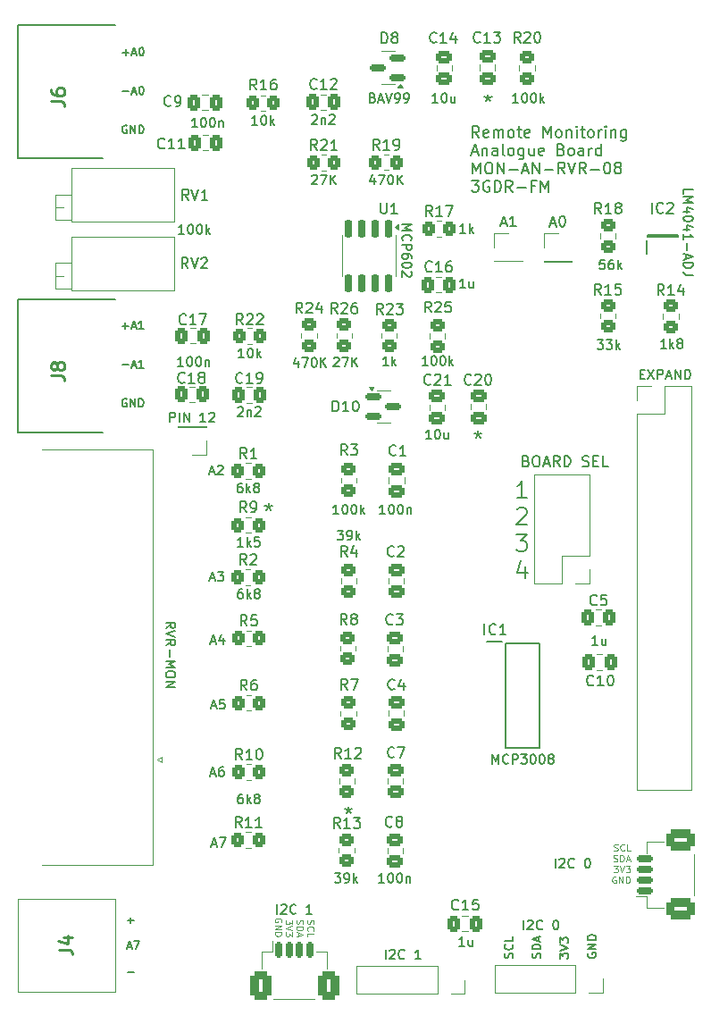
<source format=gbr>
%TF.GenerationSoftware,KiCad,Pcbnew,9.0.6*%
%TF.CreationDate,2025-11-25T17:06:26+11:00*%
%TF.ProjectId,v8_equip_analog_RVR,76385f65-7175-4697-905f-616e616c6f67,rev?*%
%TF.SameCoordinates,Original*%
%TF.FileFunction,Legend,Top*%
%TF.FilePolarity,Positive*%
%FSLAX46Y46*%
G04 Gerber Fmt 4.6, Leading zero omitted, Abs format (unit mm)*
G04 Created by KiCad (PCBNEW 9.0.6) date 2025-11-25 17:06:26*
%MOMM*%
%LPD*%
G01*
G04 APERTURE LIST*
G04 Aperture macros list*
%AMRoundRect*
0 Rectangle with rounded corners*
0 $1 Rounding radius*
0 $2 $3 $4 $5 $6 $7 $8 $9 X,Y pos of 4 corners*
0 Add a 4 corners polygon primitive as box body*
4,1,4,$2,$3,$4,$5,$6,$7,$8,$9,$2,$3,0*
0 Add four circle primitives for the rounded corners*
1,1,$1+$1,$2,$3*
1,1,$1+$1,$4,$5*
1,1,$1+$1,$6,$7*
1,1,$1+$1,$8,$9*
0 Add four rect primitives between the rounded corners*
20,1,$1+$1,$2,$3,$4,$5,0*
20,1,$1+$1,$4,$5,$6,$7,0*
20,1,$1+$1,$6,$7,$8,$9,0*
20,1,$1+$1,$8,$9,$2,$3,0*%
G04 Aperture macros list end*
%ADD10C,0.177800*%
%ADD11C,0.127000*%
%ADD12C,0.203200*%
%ADD13C,0.101600*%
%ADD14C,0.152400*%
%ADD15C,0.150000*%
%ADD16C,0.254000*%
%ADD17C,0.120000*%
%ADD18C,0.200000*%
%ADD19C,0.100000*%
%ADD20C,4.000000*%
%ADD21R,1.600000X1.600000*%
%ADD22C,1.600000*%
%ADD23RoundRect,0.150000X-0.150000X0.725000X-0.150000X-0.725000X0.150000X-0.725000X0.150000X0.725000X0*%
%ADD24RoundRect,0.250000X-0.450000X0.350000X-0.450000X-0.350000X0.450000X-0.350000X0.450000X0.350000X0*%
%ADD25RoundRect,0.250000X-0.337500X-0.475000X0.337500X-0.475000X0.337500X0.475000X-0.337500X0.475000X0*%
%ADD26C,3.500000*%
%ADD27RoundRect,0.250000X0.450000X-0.350000X0.450000X0.350000X-0.450000X0.350000X-0.450000X-0.350000X0*%
%ADD28RoundRect,0.250000X-0.475000X0.337500X-0.475000X-0.337500X0.475000X-0.337500X0.475000X0.337500X0*%
%ADD29RoundRect,0.250000X-0.350000X-0.450000X0.350000X-0.450000X0.350000X0.450000X-0.350000X0.450000X0*%
%ADD30RoundRect,0.250000X0.337500X0.475000X-0.337500X0.475000X-0.337500X-0.475000X0.337500X-0.475000X0*%
%ADD31RoundRect,0.250000X0.475000X-0.337500X0.475000X0.337500X-0.475000X0.337500X-0.475000X-0.337500X0*%
%ADD32R,2.025000X2.025000*%
%ADD33C,2.025000*%
%ADD34C,1.440000*%
%ADD35RoundRect,0.150000X-0.150000X-0.625000X0.150000X-0.625000X0.150000X0.625000X-0.150000X0.625000X0*%
%ADD36RoundRect,0.416666X-0.583334X-0.970834X0.583334X-0.970834X0.583334X0.970834X-0.583334X0.970834X0*%
%ADD37R,1.700000X1.700000*%
%ADD38O,1.700000X1.700000*%
%ADD39C,2.100000*%
%ADD40RoundRect,0.150000X-0.587500X-0.150000X0.587500X-0.150000X0.587500X0.150000X-0.587500X0.150000X0*%
%ADD41RoundRect,0.150000X0.625000X-0.150000X0.625000X0.150000X-0.625000X0.150000X-0.625000X-0.150000X0*%
%ADD42RoundRect,0.416666X0.970834X-0.583334X0.970834X0.583334X-0.970834X0.583334X-0.970834X-0.583334X0*%
%ADD43RoundRect,0.250000X0.350000X0.450000X-0.350000X0.450000X-0.350000X-0.450000X0.350000X-0.450000X0*%
%ADD44RoundRect,0.150000X0.587500X0.150000X-0.587500X0.150000X-0.587500X-0.150000X0.587500X-0.150000X0*%
%ADD45R,0.600000X1.250000*%
%ADD46R,1.500000X0.650000*%
G04 APERTURE END LIST*
D10*
X38610601Y-40344182D02*
X38610601Y-40701325D01*
X38253458Y-40558468D02*
X38610601Y-40701325D01*
X38610601Y-40701325D02*
X38967744Y-40558468D01*
X38396315Y-40987039D02*
X38610601Y-40701325D01*
X38610601Y-40701325D02*
X38824887Y-40987039D01*
D11*
X41889448Y-90287228D02*
X41928152Y-90171114D01*
X41928152Y-90171114D02*
X41928152Y-89977590D01*
X41928152Y-89977590D02*
X41889448Y-89900181D01*
X41889448Y-89900181D02*
X41850743Y-89861476D01*
X41850743Y-89861476D02*
X41773333Y-89822771D01*
X41773333Y-89822771D02*
X41695924Y-89822771D01*
X41695924Y-89822771D02*
X41618514Y-89861476D01*
X41618514Y-89861476D02*
X41579809Y-89900181D01*
X41579809Y-89900181D02*
X41541105Y-89977590D01*
X41541105Y-89977590D02*
X41502400Y-90132409D01*
X41502400Y-90132409D02*
X41463695Y-90209819D01*
X41463695Y-90209819D02*
X41424990Y-90248524D01*
X41424990Y-90248524D02*
X41347581Y-90287228D01*
X41347581Y-90287228D02*
X41270171Y-90287228D01*
X41270171Y-90287228D02*
X41192762Y-90248524D01*
X41192762Y-90248524D02*
X41154057Y-90209819D01*
X41154057Y-90209819D02*
X41115352Y-90132409D01*
X41115352Y-90132409D02*
X41115352Y-89938886D01*
X41115352Y-89938886D02*
X41154057Y-89822771D01*
X41850743Y-89009972D02*
X41889448Y-89048676D01*
X41889448Y-89048676D02*
X41928152Y-89164791D01*
X41928152Y-89164791D02*
X41928152Y-89242200D01*
X41928152Y-89242200D02*
X41889448Y-89358314D01*
X41889448Y-89358314D02*
X41812038Y-89435724D01*
X41812038Y-89435724D02*
X41734628Y-89474429D01*
X41734628Y-89474429D02*
X41579809Y-89513133D01*
X41579809Y-89513133D02*
X41463695Y-89513133D01*
X41463695Y-89513133D02*
X41308876Y-89474429D01*
X41308876Y-89474429D02*
X41231467Y-89435724D01*
X41231467Y-89435724D02*
X41154057Y-89358314D01*
X41154057Y-89358314D02*
X41115352Y-89242200D01*
X41115352Y-89242200D02*
X41115352Y-89164791D01*
X41115352Y-89164791D02*
X41154057Y-89048676D01*
X41154057Y-89048676D02*
X41192762Y-89009972D01*
X41928152Y-88274581D02*
X41928152Y-88661629D01*
X41928152Y-88661629D02*
X41115352Y-88661629D01*
X44506572Y-90287228D02*
X44545276Y-90171114D01*
X44545276Y-90171114D02*
X44545276Y-89977590D01*
X44545276Y-89977590D02*
X44506572Y-89900181D01*
X44506572Y-89900181D02*
X44467867Y-89861476D01*
X44467867Y-89861476D02*
X44390457Y-89822771D01*
X44390457Y-89822771D02*
X44313048Y-89822771D01*
X44313048Y-89822771D02*
X44235638Y-89861476D01*
X44235638Y-89861476D02*
X44196933Y-89900181D01*
X44196933Y-89900181D02*
X44158229Y-89977590D01*
X44158229Y-89977590D02*
X44119524Y-90132409D01*
X44119524Y-90132409D02*
X44080819Y-90209819D01*
X44080819Y-90209819D02*
X44042114Y-90248524D01*
X44042114Y-90248524D02*
X43964705Y-90287228D01*
X43964705Y-90287228D02*
X43887295Y-90287228D01*
X43887295Y-90287228D02*
X43809886Y-90248524D01*
X43809886Y-90248524D02*
X43771181Y-90209819D01*
X43771181Y-90209819D02*
X43732476Y-90132409D01*
X43732476Y-90132409D02*
X43732476Y-89938886D01*
X43732476Y-89938886D02*
X43771181Y-89822771D01*
X44545276Y-89474429D02*
X43732476Y-89474429D01*
X43732476Y-89474429D02*
X43732476Y-89280905D01*
X43732476Y-89280905D02*
X43771181Y-89164791D01*
X43771181Y-89164791D02*
X43848591Y-89087381D01*
X43848591Y-89087381D02*
X43926000Y-89048676D01*
X43926000Y-89048676D02*
X44080819Y-89009972D01*
X44080819Y-89009972D02*
X44196933Y-89009972D01*
X44196933Y-89009972D02*
X44351752Y-89048676D01*
X44351752Y-89048676D02*
X44429162Y-89087381D01*
X44429162Y-89087381D02*
X44506572Y-89164791D01*
X44506572Y-89164791D02*
X44545276Y-89280905D01*
X44545276Y-89280905D02*
X44545276Y-89474429D01*
X44313048Y-88700333D02*
X44313048Y-88313286D01*
X44545276Y-88777743D02*
X43732476Y-88506810D01*
X43732476Y-88506810D02*
X44545276Y-88235876D01*
X46349600Y-90325933D02*
X46349600Y-89822771D01*
X46349600Y-89822771D02*
X46659238Y-90093705D01*
X46659238Y-90093705D02*
X46659238Y-89977590D01*
X46659238Y-89977590D02*
X46697943Y-89900181D01*
X46697943Y-89900181D02*
X46736648Y-89861476D01*
X46736648Y-89861476D02*
X46814057Y-89822771D01*
X46814057Y-89822771D02*
X47007581Y-89822771D01*
X47007581Y-89822771D02*
X47084991Y-89861476D01*
X47084991Y-89861476D02*
X47123696Y-89900181D01*
X47123696Y-89900181D02*
X47162400Y-89977590D01*
X47162400Y-89977590D02*
X47162400Y-90209819D01*
X47162400Y-90209819D02*
X47123696Y-90287228D01*
X47123696Y-90287228D02*
X47084991Y-90325933D01*
X46349600Y-89590543D02*
X47162400Y-89319610D01*
X47162400Y-89319610D02*
X46349600Y-89048676D01*
X46349600Y-88855152D02*
X46349600Y-88351990D01*
X46349600Y-88351990D02*
X46659238Y-88622924D01*
X46659238Y-88622924D02*
X46659238Y-88506809D01*
X46659238Y-88506809D02*
X46697943Y-88429400D01*
X46697943Y-88429400D02*
X46736648Y-88390695D01*
X46736648Y-88390695D02*
X46814057Y-88351990D01*
X46814057Y-88351990D02*
X47007581Y-88351990D01*
X47007581Y-88351990D02*
X47084991Y-88390695D01*
X47084991Y-88390695D02*
X47123696Y-88429400D01*
X47123696Y-88429400D02*
X47162400Y-88506809D01*
X47162400Y-88506809D02*
X47162400Y-88739038D01*
X47162400Y-88739038D02*
X47123696Y-88816447D01*
X47123696Y-88816447D02*
X47084991Y-88855152D01*
X49005429Y-89822771D02*
X48966724Y-89900181D01*
X48966724Y-89900181D02*
X48966724Y-90016295D01*
X48966724Y-90016295D02*
X49005429Y-90132409D01*
X49005429Y-90132409D02*
X49082839Y-90209819D01*
X49082839Y-90209819D02*
X49160248Y-90248524D01*
X49160248Y-90248524D02*
X49315067Y-90287228D01*
X49315067Y-90287228D02*
X49431181Y-90287228D01*
X49431181Y-90287228D02*
X49586000Y-90248524D01*
X49586000Y-90248524D02*
X49663410Y-90209819D01*
X49663410Y-90209819D02*
X49740820Y-90132409D01*
X49740820Y-90132409D02*
X49779524Y-90016295D01*
X49779524Y-90016295D02*
X49779524Y-89938886D01*
X49779524Y-89938886D02*
X49740820Y-89822771D01*
X49740820Y-89822771D02*
X49702115Y-89784067D01*
X49702115Y-89784067D02*
X49431181Y-89784067D01*
X49431181Y-89784067D02*
X49431181Y-89938886D01*
X49779524Y-89435724D02*
X48966724Y-89435724D01*
X48966724Y-89435724D02*
X49779524Y-88971267D01*
X49779524Y-88971267D02*
X48966724Y-88971267D01*
X49779524Y-88584219D02*
X48966724Y-88584219D01*
X48966724Y-88584219D02*
X48966724Y-88390695D01*
X48966724Y-88390695D02*
X49005429Y-88274581D01*
X49005429Y-88274581D02*
X49082839Y-88197171D01*
X49082839Y-88197171D02*
X49160248Y-88158466D01*
X49160248Y-88158466D02*
X49315067Y-88119762D01*
X49315067Y-88119762D02*
X49431181Y-88119762D01*
X49431181Y-88119762D02*
X49586000Y-88158466D01*
X49586000Y-88158466D02*
X49663410Y-88197171D01*
X49663410Y-88197171D02*
X49740820Y-88274581D01*
X49740820Y-88274581D02*
X49779524Y-88390695D01*
X49779524Y-88390695D02*
X49779524Y-88584219D01*
D12*
X43218131Y-46673687D02*
X42318245Y-46673687D01*
X42768188Y-46673687D02*
X42768188Y-45098887D01*
X42768188Y-45098887D02*
X42618207Y-45323858D01*
X42618207Y-45323858D02*
X42468226Y-45473839D01*
X42468226Y-45473839D02*
X42318245Y-45548830D01*
X42318245Y-47784208D02*
X42393236Y-47709217D01*
X42393236Y-47709217D02*
X42543217Y-47634227D01*
X42543217Y-47634227D02*
X42918169Y-47634227D01*
X42918169Y-47634227D02*
X43068150Y-47709217D01*
X43068150Y-47709217D02*
X43143141Y-47784208D01*
X43143141Y-47784208D02*
X43218131Y-47934189D01*
X43218131Y-47934189D02*
X43218131Y-48084170D01*
X43218131Y-48084170D02*
X43143141Y-48309141D01*
X43143141Y-48309141D02*
X42243255Y-49209027D01*
X42243255Y-49209027D02*
X43218131Y-49209027D01*
X42243255Y-50169567D02*
X43218131Y-50169567D01*
X43218131Y-50169567D02*
X42693198Y-50769491D01*
X42693198Y-50769491D02*
X42918169Y-50769491D01*
X42918169Y-50769491D02*
X43068150Y-50844481D01*
X43068150Y-50844481D02*
X43143141Y-50919472D01*
X43143141Y-50919472D02*
X43218131Y-51069453D01*
X43218131Y-51069453D02*
X43218131Y-51444405D01*
X43218131Y-51444405D02*
X43143141Y-51594386D01*
X43143141Y-51594386D02*
X43068150Y-51669377D01*
X43068150Y-51669377D02*
X42918169Y-51744367D01*
X42918169Y-51744367D02*
X42468226Y-51744367D01*
X42468226Y-51744367D02*
X42318245Y-51669377D01*
X42318245Y-51669377D02*
X42243255Y-51594386D01*
X43068150Y-53229840D02*
X43068150Y-54279707D01*
X42693198Y-52629917D02*
X42318245Y-53754774D01*
X42318245Y-53754774D02*
X43293122Y-53754774D01*
D11*
X4887780Y-30399994D02*
X5468352Y-30399994D01*
X5178066Y-30690279D02*
X5178066Y-30109708D01*
X5794923Y-30472565D02*
X6157781Y-30472565D01*
X5722352Y-30690279D02*
X5976352Y-29928279D01*
X5976352Y-29928279D02*
X6230352Y-30690279D01*
X6883495Y-30690279D02*
X6448066Y-30690279D01*
X6665781Y-30690279D02*
X6665781Y-29928279D01*
X6665781Y-29928279D02*
X6593209Y-30037136D01*
X6593209Y-30037136D02*
X6520638Y-30109708D01*
X6520638Y-30109708D02*
X6448066Y-30145994D01*
X4887780Y-34080325D02*
X5468352Y-34080325D01*
X5794923Y-34152896D02*
X6157781Y-34152896D01*
X5722352Y-34370610D02*
X5976352Y-33608610D01*
X5976352Y-33608610D02*
X6230352Y-34370610D01*
X6883495Y-34370610D02*
X6448066Y-34370610D01*
X6665781Y-34370610D02*
X6665781Y-33608610D01*
X6665781Y-33608610D02*
X6593209Y-33717467D01*
X6593209Y-33717467D02*
X6520638Y-33790039D01*
X6520638Y-33790039D02*
X6448066Y-33826325D01*
X5286923Y-37325227D02*
X5214352Y-37288941D01*
X5214352Y-37288941D02*
X5105494Y-37288941D01*
X5105494Y-37288941D02*
X4996637Y-37325227D01*
X4996637Y-37325227D02*
X4924066Y-37397798D01*
X4924066Y-37397798D02*
X4887780Y-37470370D01*
X4887780Y-37470370D02*
X4851494Y-37615513D01*
X4851494Y-37615513D02*
X4851494Y-37724370D01*
X4851494Y-37724370D02*
X4887780Y-37869513D01*
X4887780Y-37869513D02*
X4924066Y-37942084D01*
X4924066Y-37942084D02*
X4996637Y-38014656D01*
X4996637Y-38014656D02*
X5105494Y-38050941D01*
X5105494Y-38050941D02*
X5178066Y-38050941D01*
X5178066Y-38050941D02*
X5286923Y-38014656D01*
X5286923Y-38014656D02*
X5323209Y-37978370D01*
X5323209Y-37978370D02*
X5323209Y-37724370D01*
X5323209Y-37724370D02*
X5178066Y-37724370D01*
X5649780Y-38050941D02*
X5649780Y-37288941D01*
X5649780Y-37288941D02*
X6085209Y-38050941D01*
X6085209Y-38050941D02*
X6085209Y-37288941D01*
X6448066Y-38050941D02*
X6448066Y-37288941D01*
X6448066Y-37288941D02*
X6629495Y-37288941D01*
X6629495Y-37288941D02*
X6738352Y-37325227D01*
X6738352Y-37325227D02*
X6810923Y-37397798D01*
X6810923Y-37397798D02*
X6847209Y-37470370D01*
X6847209Y-37470370D02*
X6883495Y-37615513D01*
X6883495Y-37615513D02*
X6883495Y-37724370D01*
X6883495Y-37724370D02*
X6847209Y-37869513D01*
X6847209Y-37869513D02*
X6810923Y-37942084D01*
X6810923Y-37942084D02*
X6738352Y-38014656D01*
X6738352Y-38014656D02*
X6629495Y-38050941D01*
X6629495Y-38050941D02*
X6448066Y-38050941D01*
X4913180Y-4491994D02*
X5493752Y-4491994D01*
X5203466Y-4782279D02*
X5203466Y-4201708D01*
X5820323Y-4564565D02*
X6183181Y-4564565D01*
X5747752Y-4782279D02*
X6001752Y-4020279D01*
X6001752Y-4020279D02*
X6255752Y-4782279D01*
X6654895Y-4020279D02*
X6727466Y-4020279D01*
X6727466Y-4020279D02*
X6800038Y-4056565D01*
X6800038Y-4056565D02*
X6836324Y-4092851D01*
X6836324Y-4092851D02*
X6872609Y-4165422D01*
X6872609Y-4165422D02*
X6908895Y-4310565D01*
X6908895Y-4310565D02*
X6908895Y-4491994D01*
X6908895Y-4491994D02*
X6872609Y-4637136D01*
X6872609Y-4637136D02*
X6836324Y-4709708D01*
X6836324Y-4709708D02*
X6800038Y-4745994D01*
X6800038Y-4745994D02*
X6727466Y-4782279D01*
X6727466Y-4782279D02*
X6654895Y-4782279D01*
X6654895Y-4782279D02*
X6582324Y-4745994D01*
X6582324Y-4745994D02*
X6546038Y-4709708D01*
X6546038Y-4709708D02*
X6509752Y-4637136D01*
X6509752Y-4637136D02*
X6473466Y-4491994D01*
X6473466Y-4491994D02*
X6473466Y-4310565D01*
X6473466Y-4310565D02*
X6509752Y-4165422D01*
X6509752Y-4165422D02*
X6546038Y-4092851D01*
X6546038Y-4092851D02*
X6582324Y-4056565D01*
X6582324Y-4056565D02*
X6654895Y-4020279D01*
X4913180Y-8172325D02*
X5493752Y-8172325D01*
X5820323Y-8244896D02*
X6183181Y-8244896D01*
X5747752Y-8462610D02*
X6001752Y-7700610D01*
X6001752Y-7700610D02*
X6255752Y-8462610D01*
X6654895Y-7700610D02*
X6727466Y-7700610D01*
X6727466Y-7700610D02*
X6800038Y-7736896D01*
X6800038Y-7736896D02*
X6836324Y-7773182D01*
X6836324Y-7773182D02*
X6872609Y-7845753D01*
X6872609Y-7845753D02*
X6908895Y-7990896D01*
X6908895Y-7990896D02*
X6908895Y-8172325D01*
X6908895Y-8172325D02*
X6872609Y-8317467D01*
X6872609Y-8317467D02*
X6836324Y-8390039D01*
X6836324Y-8390039D02*
X6800038Y-8426325D01*
X6800038Y-8426325D02*
X6727466Y-8462610D01*
X6727466Y-8462610D02*
X6654895Y-8462610D01*
X6654895Y-8462610D02*
X6582324Y-8426325D01*
X6582324Y-8426325D02*
X6546038Y-8390039D01*
X6546038Y-8390039D02*
X6509752Y-8317467D01*
X6509752Y-8317467D02*
X6473466Y-8172325D01*
X6473466Y-8172325D02*
X6473466Y-7990896D01*
X6473466Y-7990896D02*
X6509752Y-7845753D01*
X6509752Y-7845753D02*
X6546038Y-7773182D01*
X6546038Y-7773182D02*
X6582324Y-7736896D01*
X6582324Y-7736896D02*
X6654895Y-7700610D01*
X5312323Y-11417227D02*
X5239752Y-11380941D01*
X5239752Y-11380941D02*
X5130894Y-11380941D01*
X5130894Y-11380941D02*
X5022037Y-11417227D01*
X5022037Y-11417227D02*
X4949466Y-11489798D01*
X4949466Y-11489798D02*
X4913180Y-11562370D01*
X4913180Y-11562370D02*
X4876894Y-11707513D01*
X4876894Y-11707513D02*
X4876894Y-11816370D01*
X4876894Y-11816370D02*
X4913180Y-11961513D01*
X4913180Y-11961513D02*
X4949466Y-12034084D01*
X4949466Y-12034084D02*
X5022037Y-12106656D01*
X5022037Y-12106656D02*
X5130894Y-12142941D01*
X5130894Y-12142941D02*
X5203466Y-12142941D01*
X5203466Y-12142941D02*
X5312323Y-12106656D01*
X5312323Y-12106656D02*
X5348609Y-12070370D01*
X5348609Y-12070370D02*
X5348609Y-11816370D01*
X5348609Y-11816370D02*
X5203466Y-11816370D01*
X5675180Y-12142941D02*
X5675180Y-11380941D01*
X5675180Y-11380941D02*
X6110609Y-12142941D01*
X6110609Y-12142941D02*
X6110609Y-11380941D01*
X6473466Y-12142941D02*
X6473466Y-11380941D01*
X6473466Y-11380941D02*
X6654895Y-11380941D01*
X6654895Y-11380941D02*
X6763752Y-11417227D01*
X6763752Y-11417227D02*
X6836323Y-11489798D01*
X6836323Y-11489798D02*
X6872609Y-11562370D01*
X6872609Y-11562370D02*
X6908895Y-11707513D01*
X6908895Y-11707513D02*
X6908895Y-11816370D01*
X6908895Y-11816370D02*
X6872609Y-11961513D01*
X6872609Y-11961513D02*
X6836323Y-12034084D01*
X6836323Y-12034084D02*
X6763752Y-12106656D01*
X6763752Y-12106656D02*
X6654895Y-12142941D01*
X6654895Y-12142941D02*
X6473466Y-12142941D01*
X13257685Y-72808000D02*
X13681018Y-72808000D01*
X13173018Y-73062000D02*
X13469352Y-72173000D01*
X13469352Y-72173000D02*
X13765685Y-73062000D01*
X14443018Y-72173000D02*
X14273685Y-72173000D01*
X14273685Y-72173000D02*
X14189018Y-72215333D01*
X14189018Y-72215333D02*
X14146685Y-72257667D01*
X14146685Y-72257667D02*
X14062018Y-72384667D01*
X14062018Y-72384667D02*
X14019685Y-72554000D01*
X14019685Y-72554000D02*
X14019685Y-72892667D01*
X14019685Y-72892667D02*
X14062018Y-72977333D01*
X14062018Y-72977333D02*
X14104352Y-73019667D01*
X14104352Y-73019667D02*
X14189018Y-73062000D01*
X14189018Y-73062000D02*
X14358352Y-73062000D01*
X14358352Y-73062000D02*
X14443018Y-73019667D01*
X14443018Y-73019667D02*
X14485352Y-72977333D01*
X14485352Y-72977333D02*
X14527685Y-72892667D01*
X14527685Y-72892667D02*
X14527685Y-72681000D01*
X14527685Y-72681000D02*
X14485352Y-72596333D01*
X14485352Y-72596333D02*
X14443018Y-72554000D01*
X14443018Y-72554000D02*
X14358352Y-72511667D01*
X14358352Y-72511667D02*
X14189018Y-72511667D01*
X14189018Y-72511667D02*
X14104352Y-72554000D01*
X14104352Y-72554000D02*
X14062018Y-72596333D01*
X14062018Y-72596333D02*
X14019685Y-72681000D01*
X13384685Y-79513600D02*
X13808018Y-79513600D01*
X13300018Y-79767600D02*
X13596352Y-78878600D01*
X13596352Y-78878600D02*
X13892685Y-79767600D01*
X14104352Y-78878600D02*
X14697018Y-78878600D01*
X14697018Y-78878600D02*
X14316018Y-79767600D01*
X13283085Y-60285800D02*
X13706418Y-60285800D01*
X13198418Y-60539800D02*
X13494752Y-59650800D01*
X13494752Y-59650800D02*
X13791085Y-60539800D01*
X14468418Y-59947133D02*
X14468418Y-60539800D01*
X14256752Y-59608467D02*
X14045085Y-60243467D01*
X14045085Y-60243467D02*
X14595418Y-60243467D01*
X13333885Y-66407200D02*
X13757218Y-66407200D01*
X13249218Y-66661200D02*
X13545552Y-65772200D01*
X13545552Y-65772200D02*
X13841885Y-66661200D01*
X14561552Y-65772200D02*
X14138218Y-65772200D01*
X14138218Y-65772200D02*
X14095885Y-66195533D01*
X14095885Y-66195533D02*
X14138218Y-66153200D01*
X14138218Y-66153200D02*
X14222885Y-66110867D01*
X14222885Y-66110867D02*
X14434552Y-66110867D01*
X14434552Y-66110867D02*
X14519218Y-66153200D01*
X14519218Y-66153200D02*
X14561552Y-66195533D01*
X14561552Y-66195533D02*
X14603885Y-66280200D01*
X14603885Y-66280200D02*
X14603885Y-66491867D01*
X14603885Y-66491867D02*
X14561552Y-66576533D01*
X14561552Y-66576533D02*
X14519218Y-66618867D01*
X14519218Y-66618867D02*
X14434552Y-66661200D01*
X14434552Y-66661200D02*
X14222885Y-66661200D01*
X14222885Y-66661200D02*
X14138218Y-66618867D01*
X14138218Y-66618867D02*
X14095885Y-66576533D01*
D13*
X51487900Y-80106424D02*
X51578614Y-80136662D01*
X51578614Y-80136662D02*
X51729805Y-80136662D01*
X51729805Y-80136662D02*
X51790281Y-80106424D01*
X51790281Y-80106424D02*
X51820519Y-80076185D01*
X51820519Y-80076185D02*
X51850757Y-80015709D01*
X51850757Y-80015709D02*
X51850757Y-79955233D01*
X51850757Y-79955233D02*
X51820519Y-79894757D01*
X51820519Y-79894757D02*
X51790281Y-79864519D01*
X51790281Y-79864519D02*
X51729805Y-79834281D01*
X51729805Y-79834281D02*
X51608852Y-79804043D01*
X51608852Y-79804043D02*
X51548376Y-79773804D01*
X51548376Y-79773804D02*
X51518138Y-79743566D01*
X51518138Y-79743566D02*
X51487900Y-79683090D01*
X51487900Y-79683090D02*
X51487900Y-79622614D01*
X51487900Y-79622614D02*
X51518138Y-79562138D01*
X51518138Y-79562138D02*
X51548376Y-79531900D01*
X51548376Y-79531900D02*
X51608852Y-79501662D01*
X51608852Y-79501662D02*
X51760043Y-79501662D01*
X51760043Y-79501662D02*
X51850757Y-79531900D01*
X52485757Y-80076185D02*
X52455519Y-80106424D01*
X52455519Y-80106424D02*
X52364805Y-80136662D01*
X52364805Y-80136662D02*
X52304329Y-80136662D01*
X52304329Y-80136662D02*
X52213614Y-80106424D01*
X52213614Y-80106424D02*
X52153138Y-80045947D01*
X52153138Y-80045947D02*
X52122900Y-79985471D01*
X52122900Y-79985471D02*
X52092662Y-79864519D01*
X52092662Y-79864519D02*
X52092662Y-79773804D01*
X52092662Y-79773804D02*
X52122900Y-79652852D01*
X52122900Y-79652852D02*
X52153138Y-79592376D01*
X52153138Y-79592376D02*
X52213614Y-79531900D01*
X52213614Y-79531900D02*
X52304329Y-79501662D01*
X52304329Y-79501662D02*
X52364805Y-79501662D01*
X52364805Y-79501662D02*
X52455519Y-79531900D01*
X52455519Y-79531900D02*
X52485757Y-79562138D01*
X53060281Y-80136662D02*
X52757900Y-80136662D01*
X52757900Y-80136662D02*
X52757900Y-79501662D01*
X51457662Y-81128738D02*
X51548376Y-81158976D01*
X51548376Y-81158976D02*
X51699567Y-81158976D01*
X51699567Y-81158976D02*
X51760043Y-81128738D01*
X51760043Y-81128738D02*
X51790281Y-81098499D01*
X51790281Y-81098499D02*
X51820519Y-81038023D01*
X51820519Y-81038023D02*
X51820519Y-80977547D01*
X51820519Y-80977547D02*
X51790281Y-80917071D01*
X51790281Y-80917071D02*
X51760043Y-80886833D01*
X51760043Y-80886833D02*
X51699567Y-80856595D01*
X51699567Y-80856595D02*
X51578614Y-80826357D01*
X51578614Y-80826357D02*
X51518138Y-80796118D01*
X51518138Y-80796118D02*
X51487900Y-80765880D01*
X51487900Y-80765880D02*
X51457662Y-80705404D01*
X51457662Y-80705404D02*
X51457662Y-80644928D01*
X51457662Y-80644928D02*
X51487900Y-80584452D01*
X51487900Y-80584452D02*
X51518138Y-80554214D01*
X51518138Y-80554214D02*
X51578614Y-80523976D01*
X51578614Y-80523976D02*
X51729805Y-80523976D01*
X51729805Y-80523976D02*
X51820519Y-80554214D01*
X52092662Y-81158976D02*
X52092662Y-80523976D01*
X52092662Y-80523976D02*
X52243852Y-80523976D01*
X52243852Y-80523976D02*
X52334567Y-80554214D01*
X52334567Y-80554214D02*
X52395043Y-80614690D01*
X52395043Y-80614690D02*
X52425281Y-80675166D01*
X52425281Y-80675166D02*
X52455519Y-80796118D01*
X52455519Y-80796118D02*
X52455519Y-80886833D01*
X52455519Y-80886833D02*
X52425281Y-81007785D01*
X52425281Y-81007785D02*
X52395043Y-81068261D01*
X52395043Y-81068261D02*
X52334567Y-81128738D01*
X52334567Y-81128738D02*
X52243852Y-81158976D01*
X52243852Y-81158976D02*
X52092662Y-81158976D01*
X52697424Y-80977547D02*
X52999805Y-80977547D01*
X52636948Y-81158976D02*
X52848614Y-80523976D01*
X52848614Y-80523976D02*
X53060281Y-81158976D01*
X51457662Y-81546290D02*
X51850757Y-81546290D01*
X51850757Y-81546290D02*
X51639090Y-81788194D01*
X51639090Y-81788194D02*
X51729805Y-81788194D01*
X51729805Y-81788194D02*
X51790281Y-81818432D01*
X51790281Y-81818432D02*
X51820519Y-81848671D01*
X51820519Y-81848671D02*
X51850757Y-81909147D01*
X51850757Y-81909147D02*
X51850757Y-82060337D01*
X51850757Y-82060337D02*
X51820519Y-82120813D01*
X51820519Y-82120813D02*
X51790281Y-82151052D01*
X51790281Y-82151052D02*
X51729805Y-82181290D01*
X51729805Y-82181290D02*
X51548376Y-82181290D01*
X51548376Y-82181290D02*
X51487900Y-82151052D01*
X51487900Y-82151052D02*
X51457662Y-82120813D01*
X52032186Y-81546290D02*
X52243852Y-82181290D01*
X52243852Y-82181290D02*
X52455519Y-81546290D01*
X52606710Y-81546290D02*
X52999805Y-81546290D01*
X52999805Y-81546290D02*
X52788138Y-81788194D01*
X52788138Y-81788194D02*
X52878853Y-81788194D01*
X52878853Y-81788194D02*
X52939329Y-81818432D01*
X52939329Y-81818432D02*
X52969567Y-81848671D01*
X52969567Y-81848671D02*
X52999805Y-81909147D01*
X52999805Y-81909147D02*
X52999805Y-82060337D01*
X52999805Y-82060337D02*
X52969567Y-82120813D01*
X52969567Y-82120813D02*
X52939329Y-82151052D01*
X52939329Y-82151052D02*
X52878853Y-82181290D01*
X52878853Y-82181290D02*
X52697424Y-82181290D01*
X52697424Y-82181290D02*
X52636948Y-82151052D01*
X52636948Y-82151052D02*
X52606710Y-82120813D01*
X51669329Y-82598842D02*
X51608853Y-82568604D01*
X51608853Y-82568604D02*
X51518139Y-82568604D01*
X51518139Y-82568604D02*
X51427424Y-82598842D01*
X51427424Y-82598842D02*
X51366948Y-82659318D01*
X51366948Y-82659318D02*
X51336710Y-82719794D01*
X51336710Y-82719794D02*
X51306472Y-82840746D01*
X51306472Y-82840746D02*
X51306472Y-82931461D01*
X51306472Y-82931461D02*
X51336710Y-83052413D01*
X51336710Y-83052413D02*
X51366948Y-83112889D01*
X51366948Y-83112889D02*
X51427424Y-83173366D01*
X51427424Y-83173366D02*
X51518139Y-83203604D01*
X51518139Y-83203604D02*
X51578615Y-83203604D01*
X51578615Y-83203604D02*
X51669329Y-83173366D01*
X51669329Y-83173366D02*
X51699567Y-83143127D01*
X51699567Y-83143127D02*
X51699567Y-82931461D01*
X51699567Y-82931461D02*
X51578615Y-82931461D01*
X51971710Y-83203604D02*
X51971710Y-82568604D01*
X51971710Y-82568604D02*
X52334567Y-83203604D01*
X52334567Y-83203604D02*
X52334567Y-82568604D01*
X52636948Y-83203604D02*
X52636948Y-82568604D01*
X52636948Y-82568604D02*
X52788138Y-82568604D01*
X52788138Y-82568604D02*
X52878853Y-82598842D01*
X52878853Y-82598842D02*
X52939329Y-82659318D01*
X52939329Y-82659318D02*
X52969567Y-82719794D01*
X52969567Y-82719794D02*
X52999805Y-82840746D01*
X52999805Y-82840746D02*
X52999805Y-82931461D01*
X52999805Y-82931461D02*
X52969567Y-83052413D01*
X52969567Y-83052413D02*
X52939329Y-83112889D01*
X52939329Y-83112889D02*
X52878853Y-83173366D01*
X52878853Y-83173366D02*
X52788138Y-83203604D01*
X52788138Y-83203604D02*
X52636948Y-83203604D01*
D11*
X5395780Y-86726948D02*
X5976352Y-86726948D01*
X5686066Y-87017233D02*
X5686066Y-86436662D01*
X5359494Y-89253073D02*
X5722352Y-89253073D01*
X5286923Y-89470787D02*
X5540923Y-88708787D01*
X5540923Y-88708787D02*
X5794923Y-89470787D01*
X5976352Y-88708787D02*
X6484352Y-88708787D01*
X6484352Y-88708787D02*
X6157780Y-89470787D01*
X5395780Y-91634056D02*
X5976352Y-91634056D01*
D10*
X26317001Y-75954982D02*
X26317001Y-76312125D01*
X25959858Y-76169268D02*
X26317001Y-76312125D01*
X26317001Y-76312125D02*
X26674144Y-76169268D01*
X26102715Y-76597839D02*
X26317001Y-76312125D01*
X26317001Y-76312125D02*
X26531287Y-76597839D01*
X39550401Y-8467182D02*
X39550401Y-8824325D01*
X39193258Y-8681468D02*
X39550401Y-8824325D01*
X39550401Y-8824325D02*
X39907544Y-8681468D01*
X39336115Y-9110039D02*
X39550401Y-8824325D01*
X39550401Y-8824325D02*
X39764687Y-9110039D01*
D14*
X43149634Y-43201345D02*
X43294777Y-43249726D01*
X43294777Y-43249726D02*
X43343158Y-43298107D01*
X43343158Y-43298107D02*
X43391539Y-43394869D01*
X43391539Y-43394869D02*
X43391539Y-43540012D01*
X43391539Y-43540012D02*
X43343158Y-43636774D01*
X43343158Y-43636774D02*
X43294777Y-43685155D01*
X43294777Y-43685155D02*
X43198015Y-43733535D01*
X43198015Y-43733535D02*
X42810967Y-43733535D01*
X42810967Y-43733535D02*
X42810967Y-42717535D01*
X42810967Y-42717535D02*
X43149634Y-42717535D01*
X43149634Y-42717535D02*
X43246396Y-42765916D01*
X43246396Y-42765916D02*
X43294777Y-42814297D01*
X43294777Y-42814297D02*
X43343158Y-42911059D01*
X43343158Y-42911059D02*
X43343158Y-43007821D01*
X43343158Y-43007821D02*
X43294777Y-43104583D01*
X43294777Y-43104583D02*
X43246396Y-43152964D01*
X43246396Y-43152964D02*
X43149634Y-43201345D01*
X43149634Y-43201345D02*
X42810967Y-43201345D01*
X44020491Y-42717535D02*
X44214015Y-42717535D01*
X44214015Y-42717535D02*
X44310777Y-42765916D01*
X44310777Y-42765916D02*
X44407539Y-42862678D01*
X44407539Y-42862678D02*
X44455920Y-43056202D01*
X44455920Y-43056202D02*
X44455920Y-43394869D01*
X44455920Y-43394869D02*
X44407539Y-43588393D01*
X44407539Y-43588393D02*
X44310777Y-43685155D01*
X44310777Y-43685155D02*
X44214015Y-43733535D01*
X44214015Y-43733535D02*
X44020491Y-43733535D01*
X44020491Y-43733535D02*
X43923729Y-43685155D01*
X43923729Y-43685155D02*
X43826967Y-43588393D01*
X43826967Y-43588393D02*
X43778586Y-43394869D01*
X43778586Y-43394869D02*
X43778586Y-43056202D01*
X43778586Y-43056202D02*
X43826967Y-42862678D01*
X43826967Y-42862678D02*
X43923729Y-42765916D01*
X43923729Y-42765916D02*
X44020491Y-42717535D01*
X44842967Y-43443250D02*
X45326777Y-43443250D01*
X44746205Y-43733535D02*
X45084872Y-42717535D01*
X45084872Y-42717535D02*
X45423539Y-43733535D01*
X46342777Y-43733535D02*
X46004110Y-43249726D01*
X45762205Y-43733535D02*
X45762205Y-42717535D01*
X45762205Y-42717535D02*
X46149253Y-42717535D01*
X46149253Y-42717535D02*
X46246015Y-42765916D01*
X46246015Y-42765916D02*
X46294396Y-42814297D01*
X46294396Y-42814297D02*
X46342777Y-42911059D01*
X46342777Y-42911059D02*
X46342777Y-43056202D01*
X46342777Y-43056202D02*
X46294396Y-43152964D01*
X46294396Y-43152964D02*
X46246015Y-43201345D01*
X46246015Y-43201345D02*
X46149253Y-43249726D01*
X46149253Y-43249726D02*
X45762205Y-43249726D01*
X46778205Y-43733535D02*
X46778205Y-42717535D01*
X46778205Y-42717535D02*
X47020110Y-42717535D01*
X47020110Y-42717535D02*
X47165253Y-42765916D01*
X47165253Y-42765916D02*
X47262015Y-42862678D01*
X47262015Y-42862678D02*
X47310396Y-42959440D01*
X47310396Y-42959440D02*
X47358777Y-43152964D01*
X47358777Y-43152964D02*
X47358777Y-43298107D01*
X47358777Y-43298107D02*
X47310396Y-43491631D01*
X47310396Y-43491631D02*
X47262015Y-43588393D01*
X47262015Y-43588393D02*
X47165253Y-43685155D01*
X47165253Y-43685155D02*
X47020110Y-43733535D01*
X47020110Y-43733535D02*
X46778205Y-43733535D01*
X48519919Y-43685155D02*
X48665062Y-43733535D01*
X48665062Y-43733535D02*
X48906967Y-43733535D01*
X48906967Y-43733535D02*
X49003729Y-43685155D01*
X49003729Y-43685155D02*
X49052110Y-43636774D01*
X49052110Y-43636774D02*
X49100491Y-43540012D01*
X49100491Y-43540012D02*
X49100491Y-43443250D01*
X49100491Y-43443250D02*
X49052110Y-43346488D01*
X49052110Y-43346488D02*
X49003729Y-43298107D01*
X49003729Y-43298107D02*
X48906967Y-43249726D01*
X48906967Y-43249726D02*
X48713443Y-43201345D01*
X48713443Y-43201345D02*
X48616681Y-43152964D01*
X48616681Y-43152964D02*
X48568300Y-43104583D01*
X48568300Y-43104583D02*
X48519919Y-43007821D01*
X48519919Y-43007821D02*
X48519919Y-42911059D01*
X48519919Y-42911059D02*
X48568300Y-42814297D01*
X48568300Y-42814297D02*
X48616681Y-42765916D01*
X48616681Y-42765916D02*
X48713443Y-42717535D01*
X48713443Y-42717535D02*
X48955348Y-42717535D01*
X48955348Y-42717535D02*
X49100491Y-42765916D01*
X49535919Y-43201345D02*
X49874586Y-43201345D01*
X50019729Y-43733535D02*
X49535919Y-43733535D01*
X49535919Y-43733535D02*
X49535919Y-42717535D01*
X49535919Y-42717535D02*
X50019729Y-42717535D01*
X50938967Y-43733535D02*
X50455157Y-43733535D01*
X50455157Y-43733535D02*
X50455157Y-42717535D01*
D13*
X22433376Y-86717700D02*
X22403137Y-86808414D01*
X22403137Y-86808414D02*
X22403137Y-86959605D01*
X22403137Y-86959605D02*
X22433376Y-87020081D01*
X22433376Y-87020081D02*
X22463614Y-87050319D01*
X22463614Y-87050319D02*
X22524090Y-87080557D01*
X22524090Y-87080557D02*
X22584566Y-87080557D01*
X22584566Y-87080557D02*
X22645042Y-87050319D01*
X22645042Y-87050319D02*
X22675280Y-87020081D01*
X22675280Y-87020081D02*
X22705518Y-86959605D01*
X22705518Y-86959605D02*
X22735756Y-86838652D01*
X22735756Y-86838652D02*
X22765995Y-86778176D01*
X22765995Y-86778176D02*
X22796233Y-86747938D01*
X22796233Y-86747938D02*
X22856709Y-86717700D01*
X22856709Y-86717700D02*
X22917185Y-86717700D01*
X22917185Y-86717700D02*
X22977661Y-86747938D01*
X22977661Y-86747938D02*
X23007899Y-86778176D01*
X23007899Y-86778176D02*
X23038137Y-86838652D01*
X23038137Y-86838652D02*
X23038137Y-86989843D01*
X23038137Y-86989843D02*
X23007899Y-87080557D01*
X22463614Y-87715557D02*
X22433376Y-87685319D01*
X22433376Y-87685319D02*
X22403137Y-87594605D01*
X22403137Y-87594605D02*
X22403137Y-87534129D01*
X22403137Y-87534129D02*
X22433376Y-87443414D01*
X22433376Y-87443414D02*
X22493852Y-87382938D01*
X22493852Y-87382938D02*
X22554328Y-87352700D01*
X22554328Y-87352700D02*
X22675280Y-87322462D01*
X22675280Y-87322462D02*
X22765995Y-87322462D01*
X22765995Y-87322462D02*
X22886947Y-87352700D01*
X22886947Y-87352700D02*
X22947423Y-87382938D01*
X22947423Y-87382938D02*
X23007899Y-87443414D01*
X23007899Y-87443414D02*
X23038137Y-87534129D01*
X23038137Y-87534129D02*
X23038137Y-87594605D01*
X23038137Y-87594605D02*
X23007899Y-87685319D01*
X23007899Y-87685319D02*
X22977661Y-87715557D01*
X22403137Y-88290081D02*
X22403137Y-87987700D01*
X22403137Y-87987700D02*
X23038137Y-87987700D01*
X21411062Y-86687462D02*
X21380823Y-86778176D01*
X21380823Y-86778176D02*
X21380823Y-86929367D01*
X21380823Y-86929367D02*
X21411062Y-86989843D01*
X21411062Y-86989843D02*
X21441300Y-87020081D01*
X21441300Y-87020081D02*
X21501776Y-87050319D01*
X21501776Y-87050319D02*
X21562252Y-87050319D01*
X21562252Y-87050319D02*
X21622728Y-87020081D01*
X21622728Y-87020081D02*
X21652966Y-86989843D01*
X21652966Y-86989843D02*
X21683204Y-86929367D01*
X21683204Y-86929367D02*
X21713442Y-86808414D01*
X21713442Y-86808414D02*
X21743681Y-86747938D01*
X21743681Y-86747938D02*
X21773919Y-86717700D01*
X21773919Y-86717700D02*
X21834395Y-86687462D01*
X21834395Y-86687462D02*
X21894871Y-86687462D01*
X21894871Y-86687462D02*
X21955347Y-86717700D01*
X21955347Y-86717700D02*
X21985585Y-86747938D01*
X21985585Y-86747938D02*
X22015823Y-86808414D01*
X22015823Y-86808414D02*
X22015823Y-86959605D01*
X22015823Y-86959605D02*
X21985585Y-87050319D01*
X21380823Y-87322462D02*
X22015823Y-87322462D01*
X22015823Y-87322462D02*
X22015823Y-87473652D01*
X22015823Y-87473652D02*
X21985585Y-87564367D01*
X21985585Y-87564367D02*
X21925109Y-87624843D01*
X21925109Y-87624843D02*
X21864633Y-87655081D01*
X21864633Y-87655081D02*
X21743681Y-87685319D01*
X21743681Y-87685319D02*
X21652966Y-87685319D01*
X21652966Y-87685319D02*
X21532014Y-87655081D01*
X21532014Y-87655081D02*
X21471538Y-87624843D01*
X21471538Y-87624843D02*
X21411062Y-87564367D01*
X21411062Y-87564367D02*
X21380823Y-87473652D01*
X21380823Y-87473652D02*
X21380823Y-87322462D01*
X21562252Y-87927224D02*
X21562252Y-88229605D01*
X21380823Y-87866748D02*
X22015823Y-88078414D01*
X22015823Y-88078414D02*
X21380823Y-88290081D01*
X20993509Y-86687462D02*
X20993509Y-87080557D01*
X20993509Y-87080557D02*
X20751605Y-86868890D01*
X20751605Y-86868890D02*
X20751605Y-86959605D01*
X20751605Y-86959605D02*
X20721367Y-87020081D01*
X20721367Y-87020081D02*
X20691128Y-87050319D01*
X20691128Y-87050319D02*
X20630652Y-87080557D01*
X20630652Y-87080557D02*
X20479462Y-87080557D01*
X20479462Y-87080557D02*
X20418986Y-87050319D01*
X20418986Y-87050319D02*
X20388748Y-87020081D01*
X20388748Y-87020081D02*
X20358509Y-86959605D01*
X20358509Y-86959605D02*
X20358509Y-86778176D01*
X20358509Y-86778176D02*
X20388748Y-86717700D01*
X20388748Y-86717700D02*
X20418986Y-86687462D01*
X20993509Y-87261986D02*
X20358509Y-87473652D01*
X20358509Y-87473652D02*
X20993509Y-87685319D01*
X20993509Y-87836510D02*
X20993509Y-88229605D01*
X20993509Y-88229605D02*
X20751605Y-88017938D01*
X20751605Y-88017938D02*
X20751605Y-88108653D01*
X20751605Y-88108653D02*
X20721367Y-88169129D01*
X20721367Y-88169129D02*
X20691128Y-88199367D01*
X20691128Y-88199367D02*
X20630652Y-88229605D01*
X20630652Y-88229605D02*
X20479462Y-88229605D01*
X20479462Y-88229605D02*
X20418986Y-88199367D01*
X20418986Y-88199367D02*
X20388748Y-88169129D01*
X20388748Y-88169129D02*
X20358509Y-88108653D01*
X20358509Y-88108653D02*
X20358509Y-87927224D01*
X20358509Y-87927224D02*
X20388748Y-87866748D01*
X20388748Y-87866748D02*
X20418986Y-87836510D01*
X19940957Y-86899129D02*
X19971195Y-86838653D01*
X19971195Y-86838653D02*
X19971195Y-86747939D01*
X19971195Y-86747939D02*
X19940957Y-86657224D01*
X19940957Y-86657224D02*
X19880481Y-86596748D01*
X19880481Y-86596748D02*
X19820005Y-86566510D01*
X19820005Y-86566510D02*
X19699053Y-86536272D01*
X19699053Y-86536272D02*
X19608338Y-86536272D01*
X19608338Y-86536272D02*
X19487386Y-86566510D01*
X19487386Y-86566510D02*
X19426910Y-86596748D01*
X19426910Y-86596748D02*
X19366434Y-86657224D01*
X19366434Y-86657224D02*
X19336195Y-86747939D01*
X19336195Y-86747939D02*
X19336195Y-86808415D01*
X19336195Y-86808415D02*
X19366434Y-86899129D01*
X19366434Y-86899129D02*
X19396672Y-86929367D01*
X19396672Y-86929367D02*
X19608338Y-86929367D01*
X19608338Y-86929367D02*
X19608338Y-86808415D01*
X19336195Y-87201510D02*
X19971195Y-87201510D01*
X19971195Y-87201510D02*
X19336195Y-87564367D01*
X19336195Y-87564367D02*
X19971195Y-87564367D01*
X19336195Y-87866748D02*
X19971195Y-87866748D01*
X19971195Y-87866748D02*
X19971195Y-88017938D01*
X19971195Y-88017938D02*
X19940957Y-88108653D01*
X19940957Y-88108653D02*
X19880481Y-88169129D01*
X19880481Y-88169129D02*
X19820005Y-88199367D01*
X19820005Y-88199367D02*
X19699053Y-88229605D01*
X19699053Y-88229605D02*
X19608338Y-88229605D01*
X19608338Y-88229605D02*
X19487386Y-88199367D01*
X19487386Y-88199367D02*
X19426910Y-88169129D01*
X19426910Y-88169129D02*
X19366434Y-88108653D01*
X19366434Y-88108653D02*
X19336195Y-88017938D01*
X19336195Y-88017938D02*
X19336195Y-87866748D01*
D12*
X38716284Y-12537213D02*
X38360684Y-12029213D01*
X38106684Y-12537213D02*
X38106684Y-11470413D01*
X38106684Y-11470413D02*
X38513084Y-11470413D01*
X38513084Y-11470413D02*
X38614684Y-11521213D01*
X38614684Y-11521213D02*
X38665484Y-11572013D01*
X38665484Y-11572013D02*
X38716284Y-11673613D01*
X38716284Y-11673613D02*
X38716284Y-11826013D01*
X38716284Y-11826013D02*
X38665484Y-11927613D01*
X38665484Y-11927613D02*
X38614684Y-11978413D01*
X38614684Y-11978413D02*
X38513084Y-12029213D01*
X38513084Y-12029213D02*
X38106684Y-12029213D01*
X39579884Y-12486413D02*
X39478284Y-12537213D01*
X39478284Y-12537213D02*
X39275084Y-12537213D01*
X39275084Y-12537213D02*
X39173484Y-12486413D01*
X39173484Y-12486413D02*
X39122684Y-12384813D01*
X39122684Y-12384813D02*
X39122684Y-11978413D01*
X39122684Y-11978413D02*
X39173484Y-11876813D01*
X39173484Y-11876813D02*
X39275084Y-11826013D01*
X39275084Y-11826013D02*
X39478284Y-11826013D01*
X39478284Y-11826013D02*
X39579884Y-11876813D01*
X39579884Y-11876813D02*
X39630684Y-11978413D01*
X39630684Y-11978413D02*
X39630684Y-12080013D01*
X39630684Y-12080013D02*
X39122684Y-12181613D01*
X40087884Y-12537213D02*
X40087884Y-11826013D01*
X40087884Y-11927613D02*
X40138684Y-11876813D01*
X40138684Y-11876813D02*
X40240284Y-11826013D01*
X40240284Y-11826013D02*
X40392684Y-11826013D01*
X40392684Y-11826013D02*
X40494284Y-11876813D01*
X40494284Y-11876813D02*
X40545084Y-11978413D01*
X40545084Y-11978413D02*
X40545084Y-12537213D01*
X40545084Y-11978413D02*
X40595884Y-11876813D01*
X40595884Y-11876813D02*
X40697484Y-11826013D01*
X40697484Y-11826013D02*
X40849884Y-11826013D01*
X40849884Y-11826013D02*
X40951484Y-11876813D01*
X40951484Y-11876813D02*
X41002284Y-11978413D01*
X41002284Y-11978413D02*
X41002284Y-12537213D01*
X41662684Y-12537213D02*
X41561084Y-12486413D01*
X41561084Y-12486413D02*
X41510284Y-12435613D01*
X41510284Y-12435613D02*
X41459484Y-12334013D01*
X41459484Y-12334013D02*
X41459484Y-12029213D01*
X41459484Y-12029213D02*
X41510284Y-11927613D01*
X41510284Y-11927613D02*
X41561084Y-11876813D01*
X41561084Y-11876813D02*
X41662684Y-11826013D01*
X41662684Y-11826013D02*
X41815084Y-11826013D01*
X41815084Y-11826013D02*
X41916684Y-11876813D01*
X41916684Y-11876813D02*
X41967484Y-11927613D01*
X41967484Y-11927613D02*
X42018284Y-12029213D01*
X42018284Y-12029213D02*
X42018284Y-12334013D01*
X42018284Y-12334013D02*
X41967484Y-12435613D01*
X41967484Y-12435613D02*
X41916684Y-12486413D01*
X41916684Y-12486413D02*
X41815084Y-12537213D01*
X41815084Y-12537213D02*
X41662684Y-12537213D01*
X42323084Y-11826013D02*
X42729484Y-11826013D01*
X42475484Y-11470413D02*
X42475484Y-12384813D01*
X42475484Y-12384813D02*
X42526284Y-12486413D01*
X42526284Y-12486413D02*
X42627884Y-12537213D01*
X42627884Y-12537213D02*
X42729484Y-12537213D01*
X43491484Y-12486413D02*
X43389884Y-12537213D01*
X43389884Y-12537213D02*
X43186684Y-12537213D01*
X43186684Y-12537213D02*
X43085084Y-12486413D01*
X43085084Y-12486413D02*
X43034284Y-12384813D01*
X43034284Y-12384813D02*
X43034284Y-11978413D01*
X43034284Y-11978413D02*
X43085084Y-11876813D01*
X43085084Y-11876813D02*
X43186684Y-11826013D01*
X43186684Y-11826013D02*
X43389884Y-11826013D01*
X43389884Y-11826013D02*
X43491484Y-11876813D01*
X43491484Y-11876813D02*
X43542284Y-11978413D01*
X43542284Y-11978413D02*
X43542284Y-12080013D01*
X43542284Y-12080013D02*
X43034284Y-12181613D01*
X44812284Y-12537213D02*
X44812284Y-11470413D01*
X44812284Y-11470413D02*
X45167884Y-12232413D01*
X45167884Y-12232413D02*
X45523484Y-11470413D01*
X45523484Y-11470413D02*
X45523484Y-12537213D01*
X46183884Y-12537213D02*
X46082284Y-12486413D01*
X46082284Y-12486413D02*
X46031484Y-12435613D01*
X46031484Y-12435613D02*
X45980684Y-12334013D01*
X45980684Y-12334013D02*
X45980684Y-12029213D01*
X45980684Y-12029213D02*
X46031484Y-11927613D01*
X46031484Y-11927613D02*
X46082284Y-11876813D01*
X46082284Y-11876813D02*
X46183884Y-11826013D01*
X46183884Y-11826013D02*
X46336284Y-11826013D01*
X46336284Y-11826013D02*
X46437884Y-11876813D01*
X46437884Y-11876813D02*
X46488684Y-11927613D01*
X46488684Y-11927613D02*
X46539484Y-12029213D01*
X46539484Y-12029213D02*
X46539484Y-12334013D01*
X46539484Y-12334013D02*
X46488684Y-12435613D01*
X46488684Y-12435613D02*
X46437884Y-12486413D01*
X46437884Y-12486413D02*
X46336284Y-12537213D01*
X46336284Y-12537213D02*
X46183884Y-12537213D01*
X46996684Y-11826013D02*
X46996684Y-12537213D01*
X46996684Y-11927613D02*
X47047484Y-11876813D01*
X47047484Y-11876813D02*
X47149084Y-11826013D01*
X47149084Y-11826013D02*
X47301484Y-11826013D01*
X47301484Y-11826013D02*
X47403084Y-11876813D01*
X47403084Y-11876813D02*
X47453884Y-11978413D01*
X47453884Y-11978413D02*
X47453884Y-12537213D01*
X47961884Y-12537213D02*
X47961884Y-11826013D01*
X47961884Y-11470413D02*
X47911084Y-11521213D01*
X47911084Y-11521213D02*
X47961884Y-11572013D01*
X47961884Y-11572013D02*
X48012684Y-11521213D01*
X48012684Y-11521213D02*
X47961884Y-11470413D01*
X47961884Y-11470413D02*
X47961884Y-11572013D01*
X48317484Y-11826013D02*
X48723884Y-11826013D01*
X48469884Y-11470413D02*
X48469884Y-12384813D01*
X48469884Y-12384813D02*
X48520684Y-12486413D01*
X48520684Y-12486413D02*
X48622284Y-12537213D01*
X48622284Y-12537213D02*
X48723884Y-12537213D01*
X49231884Y-12537213D02*
X49130284Y-12486413D01*
X49130284Y-12486413D02*
X49079484Y-12435613D01*
X49079484Y-12435613D02*
X49028684Y-12334013D01*
X49028684Y-12334013D02*
X49028684Y-12029213D01*
X49028684Y-12029213D02*
X49079484Y-11927613D01*
X49079484Y-11927613D02*
X49130284Y-11876813D01*
X49130284Y-11876813D02*
X49231884Y-11826013D01*
X49231884Y-11826013D02*
X49384284Y-11826013D01*
X49384284Y-11826013D02*
X49485884Y-11876813D01*
X49485884Y-11876813D02*
X49536684Y-11927613D01*
X49536684Y-11927613D02*
X49587484Y-12029213D01*
X49587484Y-12029213D02*
X49587484Y-12334013D01*
X49587484Y-12334013D02*
X49536684Y-12435613D01*
X49536684Y-12435613D02*
X49485884Y-12486413D01*
X49485884Y-12486413D02*
X49384284Y-12537213D01*
X49384284Y-12537213D02*
X49231884Y-12537213D01*
X50044684Y-12537213D02*
X50044684Y-11826013D01*
X50044684Y-12029213D02*
X50095484Y-11927613D01*
X50095484Y-11927613D02*
X50146284Y-11876813D01*
X50146284Y-11876813D02*
X50247884Y-11826013D01*
X50247884Y-11826013D02*
X50349484Y-11826013D01*
X50705084Y-12537213D02*
X50705084Y-11826013D01*
X50705084Y-11470413D02*
X50654284Y-11521213D01*
X50654284Y-11521213D02*
X50705084Y-11572013D01*
X50705084Y-11572013D02*
X50755884Y-11521213D01*
X50755884Y-11521213D02*
X50705084Y-11470413D01*
X50705084Y-11470413D02*
X50705084Y-11572013D01*
X51213084Y-11826013D02*
X51213084Y-12537213D01*
X51213084Y-11927613D02*
X51263884Y-11876813D01*
X51263884Y-11876813D02*
X51365484Y-11826013D01*
X51365484Y-11826013D02*
X51517884Y-11826013D01*
X51517884Y-11826013D02*
X51619484Y-11876813D01*
X51619484Y-11876813D02*
X51670284Y-11978413D01*
X51670284Y-11978413D02*
X51670284Y-12537213D01*
X52635484Y-11826013D02*
X52635484Y-12689613D01*
X52635484Y-12689613D02*
X52584684Y-12791213D01*
X52584684Y-12791213D02*
X52533884Y-12842013D01*
X52533884Y-12842013D02*
X52432284Y-12892813D01*
X52432284Y-12892813D02*
X52279884Y-12892813D01*
X52279884Y-12892813D02*
X52178284Y-12842013D01*
X52635484Y-12486413D02*
X52533884Y-12537213D01*
X52533884Y-12537213D02*
X52330684Y-12537213D01*
X52330684Y-12537213D02*
X52229084Y-12486413D01*
X52229084Y-12486413D02*
X52178284Y-12435613D01*
X52178284Y-12435613D02*
X52127484Y-12334013D01*
X52127484Y-12334013D02*
X52127484Y-12029213D01*
X52127484Y-12029213D02*
X52178284Y-11927613D01*
X52178284Y-11927613D02*
X52229084Y-11876813D01*
X52229084Y-11876813D02*
X52330684Y-11826013D01*
X52330684Y-11826013D02*
X52533884Y-11826013D01*
X52533884Y-11826013D02*
X52635484Y-11876813D01*
X38055884Y-13949901D02*
X38563884Y-13949901D01*
X37954284Y-14254701D02*
X38309884Y-13187901D01*
X38309884Y-13187901D02*
X38665484Y-14254701D01*
X39021084Y-13543501D02*
X39021084Y-14254701D01*
X39021084Y-13645101D02*
X39071884Y-13594301D01*
X39071884Y-13594301D02*
X39173484Y-13543501D01*
X39173484Y-13543501D02*
X39325884Y-13543501D01*
X39325884Y-13543501D02*
X39427484Y-13594301D01*
X39427484Y-13594301D02*
X39478284Y-13695901D01*
X39478284Y-13695901D02*
X39478284Y-14254701D01*
X40443484Y-14254701D02*
X40443484Y-13695901D01*
X40443484Y-13695901D02*
X40392684Y-13594301D01*
X40392684Y-13594301D02*
X40291084Y-13543501D01*
X40291084Y-13543501D02*
X40087884Y-13543501D01*
X40087884Y-13543501D02*
X39986284Y-13594301D01*
X40443484Y-14203901D02*
X40341884Y-14254701D01*
X40341884Y-14254701D02*
X40087884Y-14254701D01*
X40087884Y-14254701D02*
X39986284Y-14203901D01*
X39986284Y-14203901D02*
X39935484Y-14102301D01*
X39935484Y-14102301D02*
X39935484Y-14000701D01*
X39935484Y-14000701D02*
X39986284Y-13899101D01*
X39986284Y-13899101D02*
X40087884Y-13848301D01*
X40087884Y-13848301D02*
X40341884Y-13848301D01*
X40341884Y-13848301D02*
X40443484Y-13797501D01*
X41103884Y-14254701D02*
X41002284Y-14203901D01*
X41002284Y-14203901D02*
X40951484Y-14102301D01*
X40951484Y-14102301D02*
X40951484Y-13187901D01*
X41662684Y-14254701D02*
X41561084Y-14203901D01*
X41561084Y-14203901D02*
X41510284Y-14153101D01*
X41510284Y-14153101D02*
X41459484Y-14051501D01*
X41459484Y-14051501D02*
X41459484Y-13746701D01*
X41459484Y-13746701D02*
X41510284Y-13645101D01*
X41510284Y-13645101D02*
X41561084Y-13594301D01*
X41561084Y-13594301D02*
X41662684Y-13543501D01*
X41662684Y-13543501D02*
X41815084Y-13543501D01*
X41815084Y-13543501D02*
X41916684Y-13594301D01*
X41916684Y-13594301D02*
X41967484Y-13645101D01*
X41967484Y-13645101D02*
X42018284Y-13746701D01*
X42018284Y-13746701D02*
X42018284Y-14051501D01*
X42018284Y-14051501D02*
X41967484Y-14153101D01*
X41967484Y-14153101D02*
X41916684Y-14203901D01*
X41916684Y-14203901D02*
X41815084Y-14254701D01*
X41815084Y-14254701D02*
X41662684Y-14254701D01*
X42932684Y-13543501D02*
X42932684Y-14407101D01*
X42932684Y-14407101D02*
X42881884Y-14508701D01*
X42881884Y-14508701D02*
X42831084Y-14559501D01*
X42831084Y-14559501D02*
X42729484Y-14610301D01*
X42729484Y-14610301D02*
X42577084Y-14610301D01*
X42577084Y-14610301D02*
X42475484Y-14559501D01*
X42932684Y-14203901D02*
X42831084Y-14254701D01*
X42831084Y-14254701D02*
X42627884Y-14254701D01*
X42627884Y-14254701D02*
X42526284Y-14203901D01*
X42526284Y-14203901D02*
X42475484Y-14153101D01*
X42475484Y-14153101D02*
X42424684Y-14051501D01*
X42424684Y-14051501D02*
X42424684Y-13746701D01*
X42424684Y-13746701D02*
X42475484Y-13645101D01*
X42475484Y-13645101D02*
X42526284Y-13594301D01*
X42526284Y-13594301D02*
X42627884Y-13543501D01*
X42627884Y-13543501D02*
X42831084Y-13543501D01*
X42831084Y-13543501D02*
X42932684Y-13594301D01*
X43897884Y-13543501D02*
X43897884Y-14254701D01*
X43440684Y-13543501D02*
X43440684Y-14102301D01*
X43440684Y-14102301D02*
X43491484Y-14203901D01*
X43491484Y-14203901D02*
X43593084Y-14254701D01*
X43593084Y-14254701D02*
X43745484Y-14254701D01*
X43745484Y-14254701D02*
X43847084Y-14203901D01*
X43847084Y-14203901D02*
X43897884Y-14153101D01*
X44812284Y-14203901D02*
X44710684Y-14254701D01*
X44710684Y-14254701D02*
X44507484Y-14254701D01*
X44507484Y-14254701D02*
X44405884Y-14203901D01*
X44405884Y-14203901D02*
X44355084Y-14102301D01*
X44355084Y-14102301D02*
X44355084Y-13695901D01*
X44355084Y-13695901D02*
X44405884Y-13594301D01*
X44405884Y-13594301D02*
X44507484Y-13543501D01*
X44507484Y-13543501D02*
X44710684Y-13543501D01*
X44710684Y-13543501D02*
X44812284Y-13594301D01*
X44812284Y-13594301D02*
X44863084Y-13695901D01*
X44863084Y-13695901D02*
X44863084Y-13797501D01*
X44863084Y-13797501D02*
X44355084Y-13899101D01*
X46488684Y-13695901D02*
X46641084Y-13746701D01*
X46641084Y-13746701D02*
X46691884Y-13797501D01*
X46691884Y-13797501D02*
X46742684Y-13899101D01*
X46742684Y-13899101D02*
X46742684Y-14051501D01*
X46742684Y-14051501D02*
X46691884Y-14153101D01*
X46691884Y-14153101D02*
X46641084Y-14203901D01*
X46641084Y-14203901D02*
X46539484Y-14254701D01*
X46539484Y-14254701D02*
X46133084Y-14254701D01*
X46133084Y-14254701D02*
X46133084Y-13187901D01*
X46133084Y-13187901D02*
X46488684Y-13187901D01*
X46488684Y-13187901D02*
X46590284Y-13238701D01*
X46590284Y-13238701D02*
X46641084Y-13289501D01*
X46641084Y-13289501D02*
X46691884Y-13391101D01*
X46691884Y-13391101D02*
X46691884Y-13492701D01*
X46691884Y-13492701D02*
X46641084Y-13594301D01*
X46641084Y-13594301D02*
X46590284Y-13645101D01*
X46590284Y-13645101D02*
X46488684Y-13695901D01*
X46488684Y-13695901D02*
X46133084Y-13695901D01*
X47352284Y-14254701D02*
X47250684Y-14203901D01*
X47250684Y-14203901D02*
X47199884Y-14153101D01*
X47199884Y-14153101D02*
X47149084Y-14051501D01*
X47149084Y-14051501D02*
X47149084Y-13746701D01*
X47149084Y-13746701D02*
X47199884Y-13645101D01*
X47199884Y-13645101D02*
X47250684Y-13594301D01*
X47250684Y-13594301D02*
X47352284Y-13543501D01*
X47352284Y-13543501D02*
X47504684Y-13543501D01*
X47504684Y-13543501D02*
X47606284Y-13594301D01*
X47606284Y-13594301D02*
X47657084Y-13645101D01*
X47657084Y-13645101D02*
X47707884Y-13746701D01*
X47707884Y-13746701D02*
X47707884Y-14051501D01*
X47707884Y-14051501D02*
X47657084Y-14153101D01*
X47657084Y-14153101D02*
X47606284Y-14203901D01*
X47606284Y-14203901D02*
X47504684Y-14254701D01*
X47504684Y-14254701D02*
X47352284Y-14254701D01*
X48622284Y-14254701D02*
X48622284Y-13695901D01*
X48622284Y-13695901D02*
X48571484Y-13594301D01*
X48571484Y-13594301D02*
X48469884Y-13543501D01*
X48469884Y-13543501D02*
X48266684Y-13543501D01*
X48266684Y-13543501D02*
X48165084Y-13594301D01*
X48622284Y-14203901D02*
X48520684Y-14254701D01*
X48520684Y-14254701D02*
X48266684Y-14254701D01*
X48266684Y-14254701D02*
X48165084Y-14203901D01*
X48165084Y-14203901D02*
X48114284Y-14102301D01*
X48114284Y-14102301D02*
X48114284Y-14000701D01*
X48114284Y-14000701D02*
X48165084Y-13899101D01*
X48165084Y-13899101D02*
X48266684Y-13848301D01*
X48266684Y-13848301D02*
X48520684Y-13848301D01*
X48520684Y-13848301D02*
X48622284Y-13797501D01*
X49130284Y-14254701D02*
X49130284Y-13543501D01*
X49130284Y-13746701D02*
X49181084Y-13645101D01*
X49181084Y-13645101D02*
X49231884Y-13594301D01*
X49231884Y-13594301D02*
X49333484Y-13543501D01*
X49333484Y-13543501D02*
X49435084Y-13543501D01*
X50247884Y-14254701D02*
X50247884Y-13187901D01*
X50247884Y-14203901D02*
X50146284Y-14254701D01*
X50146284Y-14254701D02*
X49943084Y-14254701D01*
X49943084Y-14254701D02*
X49841484Y-14203901D01*
X49841484Y-14203901D02*
X49790684Y-14153101D01*
X49790684Y-14153101D02*
X49739884Y-14051501D01*
X49739884Y-14051501D02*
X49739884Y-13746701D01*
X49739884Y-13746701D02*
X49790684Y-13645101D01*
X49790684Y-13645101D02*
X49841484Y-13594301D01*
X49841484Y-13594301D02*
X49943084Y-13543501D01*
X49943084Y-13543501D02*
X50146284Y-13543501D01*
X50146284Y-13543501D02*
X50247884Y-13594301D01*
X38106684Y-15972189D02*
X38106684Y-14905389D01*
X38106684Y-14905389D02*
X38462284Y-15667389D01*
X38462284Y-15667389D02*
X38817884Y-14905389D01*
X38817884Y-14905389D02*
X38817884Y-15972189D01*
X39529084Y-14905389D02*
X39732284Y-14905389D01*
X39732284Y-14905389D02*
X39833884Y-14956189D01*
X39833884Y-14956189D02*
X39935484Y-15057789D01*
X39935484Y-15057789D02*
X39986284Y-15260989D01*
X39986284Y-15260989D02*
X39986284Y-15616589D01*
X39986284Y-15616589D02*
X39935484Y-15819789D01*
X39935484Y-15819789D02*
X39833884Y-15921389D01*
X39833884Y-15921389D02*
X39732284Y-15972189D01*
X39732284Y-15972189D02*
X39529084Y-15972189D01*
X39529084Y-15972189D02*
X39427484Y-15921389D01*
X39427484Y-15921389D02*
X39325884Y-15819789D01*
X39325884Y-15819789D02*
X39275084Y-15616589D01*
X39275084Y-15616589D02*
X39275084Y-15260989D01*
X39275084Y-15260989D02*
X39325884Y-15057789D01*
X39325884Y-15057789D02*
X39427484Y-14956189D01*
X39427484Y-14956189D02*
X39529084Y-14905389D01*
X40443484Y-15972189D02*
X40443484Y-14905389D01*
X40443484Y-14905389D02*
X41053084Y-15972189D01*
X41053084Y-15972189D02*
X41053084Y-14905389D01*
X41561084Y-15565789D02*
X42373884Y-15565789D01*
X42831084Y-15667389D02*
X43339084Y-15667389D01*
X42729484Y-15972189D02*
X43085084Y-14905389D01*
X43085084Y-14905389D02*
X43440684Y-15972189D01*
X43796284Y-15972189D02*
X43796284Y-14905389D01*
X43796284Y-14905389D02*
X44405884Y-15972189D01*
X44405884Y-15972189D02*
X44405884Y-14905389D01*
X44913884Y-15565789D02*
X45726684Y-15565789D01*
X46844284Y-15972189D02*
X46488684Y-15464189D01*
X46234684Y-15972189D02*
X46234684Y-14905389D01*
X46234684Y-14905389D02*
X46641084Y-14905389D01*
X46641084Y-14905389D02*
X46742684Y-14956189D01*
X46742684Y-14956189D02*
X46793484Y-15006989D01*
X46793484Y-15006989D02*
X46844284Y-15108589D01*
X46844284Y-15108589D02*
X46844284Y-15260989D01*
X46844284Y-15260989D02*
X46793484Y-15362589D01*
X46793484Y-15362589D02*
X46742684Y-15413389D01*
X46742684Y-15413389D02*
X46641084Y-15464189D01*
X46641084Y-15464189D02*
X46234684Y-15464189D01*
X47149084Y-14905389D02*
X47504684Y-15972189D01*
X47504684Y-15972189D02*
X47860284Y-14905389D01*
X48825484Y-15972189D02*
X48469884Y-15464189D01*
X48215884Y-15972189D02*
X48215884Y-14905389D01*
X48215884Y-14905389D02*
X48622284Y-14905389D01*
X48622284Y-14905389D02*
X48723884Y-14956189D01*
X48723884Y-14956189D02*
X48774684Y-15006989D01*
X48774684Y-15006989D02*
X48825484Y-15108589D01*
X48825484Y-15108589D02*
X48825484Y-15260989D01*
X48825484Y-15260989D02*
X48774684Y-15362589D01*
X48774684Y-15362589D02*
X48723884Y-15413389D01*
X48723884Y-15413389D02*
X48622284Y-15464189D01*
X48622284Y-15464189D02*
X48215884Y-15464189D01*
X49282684Y-15565789D02*
X50095484Y-15565789D01*
X50806684Y-14905389D02*
X50908284Y-14905389D01*
X50908284Y-14905389D02*
X51009884Y-14956189D01*
X51009884Y-14956189D02*
X51060684Y-15006989D01*
X51060684Y-15006989D02*
X51111484Y-15108589D01*
X51111484Y-15108589D02*
X51162284Y-15311789D01*
X51162284Y-15311789D02*
X51162284Y-15565789D01*
X51162284Y-15565789D02*
X51111484Y-15768989D01*
X51111484Y-15768989D02*
X51060684Y-15870589D01*
X51060684Y-15870589D02*
X51009884Y-15921389D01*
X51009884Y-15921389D02*
X50908284Y-15972189D01*
X50908284Y-15972189D02*
X50806684Y-15972189D01*
X50806684Y-15972189D02*
X50705084Y-15921389D01*
X50705084Y-15921389D02*
X50654284Y-15870589D01*
X50654284Y-15870589D02*
X50603484Y-15768989D01*
X50603484Y-15768989D02*
X50552684Y-15565789D01*
X50552684Y-15565789D02*
X50552684Y-15311789D01*
X50552684Y-15311789D02*
X50603484Y-15108589D01*
X50603484Y-15108589D02*
X50654284Y-15006989D01*
X50654284Y-15006989D02*
X50705084Y-14956189D01*
X50705084Y-14956189D02*
X50806684Y-14905389D01*
X51771884Y-15362589D02*
X51670284Y-15311789D01*
X51670284Y-15311789D02*
X51619484Y-15260989D01*
X51619484Y-15260989D02*
X51568684Y-15159389D01*
X51568684Y-15159389D02*
X51568684Y-15108589D01*
X51568684Y-15108589D02*
X51619484Y-15006989D01*
X51619484Y-15006989D02*
X51670284Y-14956189D01*
X51670284Y-14956189D02*
X51771884Y-14905389D01*
X51771884Y-14905389D02*
X51975084Y-14905389D01*
X51975084Y-14905389D02*
X52076684Y-14956189D01*
X52076684Y-14956189D02*
X52127484Y-15006989D01*
X52127484Y-15006989D02*
X52178284Y-15108589D01*
X52178284Y-15108589D02*
X52178284Y-15159389D01*
X52178284Y-15159389D02*
X52127484Y-15260989D01*
X52127484Y-15260989D02*
X52076684Y-15311789D01*
X52076684Y-15311789D02*
X51975084Y-15362589D01*
X51975084Y-15362589D02*
X51771884Y-15362589D01*
X51771884Y-15362589D02*
X51670284Y-15413389D01*
X51670284Y-15413389D02*
X51619484Y-15464189D01*
X51619484Y-15464189D02*
X51568684Y-15565789D01*
X51568684Y-15565789D02*
X51568684Y-15768989D01*
X51568684Y-15768989D02*
X51619484Y-15870589D01*
X51619484Y-15870589D02*
X51670284Y-15921389D01*
X51670284Y-15921389D02*
X51771884Y-15972189D01*
X51771884Y-15972189D02*
X51975084Y-15972189D01*
X51975084Y-15972189D02*
X52076684Y-15921389D01*
X52076684Y-15921389D02*
X52127484Y-15870589D01*
X52127484Y-15870589D02*
X52178284Y-15768989D01*
X52178284Y-15768989D02*
X52178284Y-15565789D01*
X52178284Y-15565789D02*
X52127484Y-15464189D01*
X52127484Y-15464189D02*
X52076684Y-15413389D01*
X52076684Y-15413389D02*
X51975084Y-15362589D01*
X38005084Y-16622877D02*
X38665484Y-16622877D01*
X38665484Y-16622877D02*
X38309884Y-17029277D01*
X38309884Y-17029277D02*
X38462284Y-17029277D01*
X38462284Y-17029277D02*
X38563884Y-17080077D01*
X38563884Y-17080077D02*
X38614684Y-17130877D01*
X38614684Y-17130877D02*
X38665484Y-17232477D01*
X38665484Y-17232477D02*
X38665484Y-17486477D01*
X38665484Y-17486477D02*
X38614684Y-17588077D01*
X38614684Y-17588077D02*
X38563884Y-17638877D01*
X38563884Y-17638877D02*
X38462284Y-17689677D01*
X38462284Y-17689677D02*
X38157484Y-17689677D01*
X38157484Y-17689677D02*
X38055884Y-17638877D01*
X38055884Y-17638877D02*
X38005084Y-17588077D01*
X39681484Y-16673677D02*
X39579884Y-16622877D01*
X39579884Y-16622877D02*
X39427484Y-16622877D01*
X39427484Y-16622877D02*
X39275084Y-16673677D01*
X39275084Y-16673677D02*
X39173484Y-16775277D01*
X39173484Y-16775277D02*
X39122684Y-16876877D01*
X39122684Y-16876877D02*
X39071884Y-17080077D01*
X39071884Y-17080077D02*
X39071884Y-17232477D01*
X39071884Y-17232477D02*
X39122684Y-17435677D01*
X39122684Y-17435677D02*
X39173484Y-17537277D01*
X39173484Y-17537277D02*
X39275084Y-17638877D01*
X39275084Y-17638877D02*
X39427484Y-17689677D01*
X39427484Y-17689677D02*
X39529084Y-17689677D01*
X39529084Y-17689677D02*
X39681484Y-17638877D01*
X39681484Y-17638877D02*
X39732284Y-17588077D01*
X39732284Y-17588077D02*
X39732284Y-17232477D01*
X39732284Y-17232477D02*
X39529084Y-17232477D01*
X40189484Y-17689677D02*
X40189484Y-16622877D01*
X40189484Y-16622877D02*
X40443484Y-16622877D01*
X40443484Y-16622877D02*
X40595884Y-16673677D01*
X40595884Y-16673677D02*
X40697484Y-16775277D01*
X40697484Y-16775277D02*
X40748284Y-16876877D01*
X40748284Y-16876877D02*
X40799084Y-17080077D01*
X40799084Y-17080077D02*
X40799084Y-17232477D01*
X40799084Y-17232477D02*
X40748284Y-17435677D01*
X40748284Y-17435677D02*
X40697484Y-17537277D01*
X40697484Y-17537277D02*
X40595884Y-17638877D01*
X40595884Y-17638877D02*
X40443484Y-17689677D01*
X40443484Y-17689677D02*
X40189484Y-17689677D01*
X41865884Y-17689677D02*
X41510284Y-17181677D01*
X41256284Y-17689677D02*
X41256284Y-16622877D01*
X41256284Y-16622877D02*
X41662684Y-16622877D01*
X41662684Y-16622877D02*
X41764284Y-16673677D01*
X41764284Y-16673677D02*
X41815084Y-16724477D01*
X41815084Y-16724477D02*
X41865884Y-16826077D01*
X41865884Y-16826077D02*
X41865884Y-16978477D01*
X41865884Y-16978477D02*
X41815084Y-17080077D01*
X41815084Y-17080077D02*
X41764284Y-17130877D01*
X41764284Y-17130877D02*
X41662684Y-17181677D01*
X41662684Y-17181677D02*
X41256284Y-17181677D01*
X42323084Y-17283277D02*
X43135884Y-17283277D01*
X43999484Y-17130877D02*
X43643884Y-17130877D01*
X43643884Y-17689677D02*
X43643884Y-16622877D01*
X43643884Y-16622877D02*
X44151884Y-16622877D01*
X44558284Y-17689677D02*
X44558284Y-16622877D01*
X44558284Y-16622877D02*
X44913884Y-17384877D01*
X44913884Y-17384877D02*
X45269484Y-16622877D01*
X45269484Y-16622877D02*
X45269484Y-17689677D01*
D11*
X13181485Y-44258400D02*
X13604818Y-44258400D01*
X13096818Y-44512400D02*
X13393152Y-43623400D01*
X13393152Y-43623400D02*
X13689485Y-44512400D01*
X13943485Y-43708067D02*
X13985818Y-43665733D01*
X13985818Y-43665733D02*
X14070485Y-43623400D01*
X14070485Y-43623400D02*
X14282152Y-43623400D01*
X14282152Y-43623400D02*
X14366818Y-43665733D01*
X14366818Y-43665733D02*
X14409152Y-43708067D01*
X14409152Y-43708067D02*
X14451485Y-43792733D01*
X14451485Y-43792733D02*
X14451485Y-43877400D01*
X14451485Y-43877400D02*
X14409152Y-44004400D01*
X14409152Y-44004400D02*
X13901152Y-44512400D01*
X13901152Y-44512400D02*
X14451485Y-44512400D01*
X13232285Y-54316800D02*
X13655618Y-54316800D01*
X13147618Y-54570800D02*
X13443952Y-53681800D01*
X13443952Y-53681800D02*
X13740285Y-54570800D01*
X13951952Y-53681800D02*
X14502285Y-53681800D01*
X14502285Y-53681800D02*
X14205952Y-54020467D01*
X14205952Y-54020467D02*
X14332952Y-54020467D01*
X14332952Y-54020467D02*
X14417618Y-54062800D01*
X14417618Y-54062800D02*
X14459952Y-54105133D01*
X14459952Y-54105133D02*
X14502285Y-54189800D01*
X14502285Y-54189800D02*
X14502285Y-54401467D01*
X14502285Y-54401467D02*
X14459952Y-54486133D01*
X14459952Y-54486133D02*
X14417618Y-54528467D01*
X14417618Y-54528467D02*
X14332952Y-54570800D01*
X14332952Y-54570800D02*
X14078952Y-54570800D01*
X14078952Y-54570800D02*
X13994285Y-54528467D01*
X13994285Y-54528467D02*
X13951952Y-54486133D01*
D10*
X18747801Y-47202182D02*
X18747801Y-47559325D01*
X18390658Y-47416468D02*
X18747801Y-47559325D01*
X18747801Y-47559325D02*
X19104944Y-47416468D01*
X18533515Y-47845039D02*
X18747801Y-47559325D01*
X18747801Y-47559325D02*
X18962087Y-47845039D01*
D11*
X9012634Y-59030000D02*
X9435968Y-58733667D01*
X9012634Y-58522000D02*
X9901634Y-58522000D01*
X9901634Y-58522000D02*
X9901634Y-58860667D01*
X9901634Y-58860667D02*
X9859301Y-58945334D01*
X9859301Y-58945334D02*
X9816968Y-58987667D01*
X9816968Y-58987667D02*
X9732301Y-59030000D01*
X9732301Y-59030000D02*
X9605301Y-59030000D01*
X9605301Y-59030000D02*
X9520634Y-58987667D01*
X9520634Y-58987667D02*
X9478301Y-58945334D01*
X9478301Y-58945334D02*
X9435968Y-58860667D01*
X9435968Y-58860667D02*
X9435968Y-58522000D01*
X9901634Y-59284000D02*
X9012634Y-59580334D01*
X9012634Y-59580334D02*
X9901634Y-59876667D01*
X9012634Y-60681000D02*
X9435968Y-60384667D01*
X9012634Y-60173000D02*
X9901634Y-60173000D01*
X9901634Y-60173000D02*
X9901634Y-60511667D01*
X9901634Y-60511667D02*
X9859301Y-60596334D01*
X9859301Y-60596334D02*
X9816968Y-60638667D01*
X9816968Y-60638667D02*
X9732301Y-60681000D01*
X9732301Y-60681000D02*
X9605301Y-60681000D01*
X9605301Y-60681000D02*
X9520634Y-60638667D01*
X9520634Y-60638667D02*
X9478301Y-60596334D01*
X9478301Y-60596334D02*
X9435968Y-60511667D01*
X9435968Y-60511667D02*
X9435968Y-60173000D01*
X9351301Y-61062000D02*
X9351301Y-61739334D01*
X9012634Y-62162667D02*
X9901634Y-62162667D01*
X9901634Y-62162667D02*
X9266634Y-62459001D01*
X9266634Y-62459001D02*
X9901634Y-62755334D01*
X9901634Y-62755334D02*
X9012634Y-62755334D01*
X9901634Y-63348001D02*
X9901634Y-63517334D01*
X9901634Y-63517334D02*
X9859301Y-63602001D01*
X9859301Y-63602001D02*
X9774634Y-63686667D01*
X9774634Y-63686667D02*
X9605301Y-63729001D01*
X9605301Y-63729001D02*
X9308968Y-63729001D01*
X9308968Y-63729001D02*
X9139634Y-63686667D01*
X9139634Y-63686667D02*
X9054968Y-63602001D01*
X9054968Y-63602001D02*
X9012634Y-63517334D01*
X9012634Y-63517334D02*
X9012634Y-63348001D01*
X9012634Y-63348001D02*
X9054968Y-63263334D01*
X9054968Y-63263334D02*
X9139634Y-63178667D01*
X9139634Y-63178667D02*
X9308968Y-63136334D01*
X9308968Y-63136334D02*
X9605301Y-63136334D01*
X9605301Y-63136334D02*
X9774634Y-63178667D01*
X9774634Y-63178667D02*
X9859301Y-63263334D01*
X9859301Y-63263334D02*
X9901634Y-63348001D01*
X9012634Y-64110000D02*
X9901634Y-64110000D01*
X9901634Y-64110000D02*
X9012634Y-64618000D01*
X9012634Y-64618000D02*
X9901634Y-64618000D01*
D15*
X29387895Y-18758819D02*
X29387895Y-19568342D01*
X29387895Y-19568342D02*
X29435514Y-19663580D01*
X29435514Y-19663580D02*
X29483133Y-19711200D01*
X29483133Y-19711200D02*
X29578371Y-19758819D01*
X29578371Y-19758819D02*
X29768847Y-19758819D01*
X29768847Y-19758819D02*
X29864085Y-19711200D01*
X29864085Y-19711200D02*
X29911704Y-19663580D01*
X29911704Y-19663580D02*
X29959323Y-19568342D01*
X29959323Y-19568342D02*
X29959323Y-18758819D01*
X30959323Y-19758819D02*
X30387895Y-19758819D01*
X30673609Y-19758819D02*
X30673609Y-18758819D01*
X30673609Y-18758819D02*
X30578371Y-18901676D01*
X30578371Y-18901676D02*
X30483133Y-18996914D01*
X30483133Y-18996914D02*
X30387895Y-19044533D01*
D11*
X31396134Y-20811066D02*
X32285134Y-20811066D01*
X32285134Y-20811066D02*
X31650134Y-21107400D01*
X31650134Y-21107400D02*
X32285134Y-21403733D01*
X32285134Y-21403733D02*
X31396134Y-21403733D01*
X31480801Y-22335066D02*
X31438468Y-22292733D01*
X31438468Y-22292733D02*
X31396134Y-22165733D01*
X31396134Y-22165733D02*
X31396134Y-22081066D01*
X31396134Y-22081066D02*
X31438468Y-21954066D01*
X31438468Y-21954066D02*
X31523134Y-21869400D01*
X31523134Y-21869400D02*
X31607801Y-21827066D01*
X31607801Y-21827066D02*
X31777134Y-21784733D01*
X31777134Y-21784733D02*
X31904134Y-21784733D01*
X31904134Y-21784733D02*
X32073468Y-21827066D01*
X32073468Y-21827066D02*
X32158134Y-21869400D01*
X32158134Y-21869400D02*
X32242801Y-21954066D01*
X32242801Y-21954066D02*
X32285134Y-22081066D01*
X32285134Y-22081066D02*
X32285134Y-22165733D01*
X32285134Y-22165733D02*
X32242801Y-22292733D01*
X32242801Y-22292733D02*
X32200468Y-22335066D01*
X31396134Y-22716066D02*
X32285134Y-22716066D01*
X32285134Y-22716066D02*
X32285134Y-23054733D01*
X32285134Y-23054733D02*
X32242801Y-23139400D01*
X32242801Y-23139400D02*
X32200468Y-23181733D01*
X32200468Y-23181733D02*
X32115801Y-23224066D01*
X32115801Y-23224066D02*
X31988801Y-23224066D01*
X31988801Y-23224066D02*
X31904134Y-23181733D01*
X31904134Y-23181733D02*
X31861801Y-23139400D01*
X31861801Y-23139400D02*
X31819468Y-23054733D01*
X31819468Y-23054733D02*
X31819468Y-22716066D01*
X32285134Y-23986066D02*
X32285134Y-23816733D01*
X32285134Y-23816733D02*
X32242801Y-23732066D01*
X32242801Y-23732066D02*
X32200468Y-23689733D01*
X32200468Y-23689733D02*
X32073468Y-23605066D01*
X32073468Y-23605066D02*
X31904134Y-23562733D01*
X31904134Y-23562733D02*
X31565468Y-23562733D01*
X31565468Y-23562733D02*
X31480801Y-23605066D01*
X31480801Y-23605066D02*
X31438468Y-23647400D01*
X31438468Y-23647400D02*
X31396134Y-23732066D01*
X31396134Y-23732066D02*
X31396134Y-23901400D01*
X31396134Y-23901400D02*
X31438468Y-23986066D01*
X31438468Y-23986066D02*
X31480801Y-24028400D01*
X31480801Y-24028400D02*
X31565468Y-24070733D01*
X31565468Y-24070733D02*
X31777134Y-24070733D01*
X31777134Y-24070733D02*
X31861801Y-24028400D01*
X31861801Y-24028400D02*
X31904134Y-23986066D01*
X31904134Y-23986066D02*
X31946468Y-23901400D01*
X31946468Y-23901400D02*
X31946468Y-23732066D01*
X31946468Y-23732066D02*
X31904134Y-23647400D01*
X31904134Y-23647400D02*
X31861801Y-23605066D01*
X31861801Y-23605066D02*
X31777134Y-23562733D01*
X32285134Y-24621067D02*
X32285134Y-24705733D01*
X32285134Y-24705733D02*
X32242801Y-24790400D01*
X32242801Y-24790400D02*
X32200468Y-24832733D01*
X32200468Y-24832733D02*
X32115801Y-24875067D01*
X32115801Y-24875067D02*
X31946468Y-24917400D01*
X31946468Y-24917400D02*
X31734801Y-24917400D01*
X31734801Y-24917400D02*
X31565468Y-24875067D01*
X31565468Y-24875067D02*
X31480801Y-24832733D01*
X31480801Y-24832733D02*
X31438468Y-24790400D01*
X31438468Y-24790400D02*
X31396134Y-24705733D01*
X31396134Y-24705733D02*
X31396134Y-24621067D01*
X31396134Y-24621067D02*
X31438468Y-24536400D01*
X31438468Y-24536400D02*
X31480801Y-24494067D01*
X31480801Y-24494067D02*
X31565468Y-24451733D01*
X31565468Y-24451733D02*
X31734801Y-24409400D01*
X31734801Y-24409400D02*
X31946468Y-24409400D01*
X31946468Y-24409400D02*
X32115801Y-24451733D01*
X32115801Y-24451733D02*
X32200468Y-24494067D01*
X32200468Y-24494067D02*
X32242801Y-24536400D01*
X32242801Y-24536400D02*
X32285134Y-24621067D01*
X32200468Y-25256067D02*
X32242801Y-25298400D01*
X32242801Y-25298400D02*
X32285134Y-25383067D01*
X32285134Y-25383067D02*
X32285134Y-25594734D01*
X32285134Y-25594734D02*
X32242801Y-25679400D01*
X32242801Y-25679400D02*
X32200468Y-25721734D01*
X32200468Y-25721734D02*
X32115801Y-25764067D01*
X32115801Y-25764067D02*
X32031134Y-25764067D01*
X32031134Y-25764067D02*
X31904134Y-25721734D01*
X31904134Y-25721734D02*
X31396134Y-25213734D01*
X31396134Y-25213734D02*
X31396134Y-25764067D01*
D15*
X25519142Y-77975619D02*
X25185809Y-77499428D01*
X24947714Y-77975619D02*
X24947714Y-76975619D01*
X24947714Y-76975619D02*
X25328666Y-76975619D01*
X25328666Y-76975619D02*
X25423904Y-77023238D01*
X25423904Y-77023238D02*
X25471523Y-77070857D01*
X25471523Y-77070857D02*
X25519142Y-77166095D01*
X25519142Y-77166095D02*
X25519142Y-77308952D01*
X25519142Y-77308952D02*
X25471523Y-77404190D01*
X25471523Y-77404190D02*
X25423904Y-77451809D01*
X25423904Y-77451809D02*
X25328666Y-77499428D01*
X25328666Y-77499428D02*
X24947714Y-77499428D01*
X26471523Y-77975619D02*
X25900095Y-77975619D01*
X26185809Y-77975619D02*
X26185809Y-76975619D01*
X26185809Y-76975619D02*
X26090571Y-77118476D01*
X26090571Y-77118476D02*
X25995333Y-77213714D01*
X25995333Y-77213714D02*
X25900095Y-77261333D01*
X26804857Y-76975619D02*
X27423904Y-76975619D01*
X27423904Y-76975619D02*
X27090571Y-77356571D01*
X27090571Y-77356571D02*
X27233428Y-77356571D01*
X27233428Y-77356571D02*
X27328666Y-77404190D01*
X27328666Y-77404190D02*
X27376285Y-77451809D01*
X27376285Y-77451809D02*
X27423904Y-77547047D01*
X27423904Y-77547047D02*
X27423904Y-77785142D01*
X27423904Y-77785142D02*
X27376285Y-77880380D01*
X27376285Y-77880380D02*
X27328666Y-77928000D01*
X27328666Y-77928000D02*
X27233428Y-77975619D01*
X27233428Y-77975619D02*
X26947714Y-77975619D01*
X26947714Y-77975619D02*
X26852476Y-77928000D01*
X26852476Y-77928000D02*
X26804857Y-77880380D01*
D11*
X25031700Y-82243465D02*
X25582033Y-82243465D01*
X25582033Y-82243465D02*
X25285700Y-82582132D01*
X25285700Y-82582132D02*
X25412700Y-82582132D01*
X25412700Y-82582132D02*
X25497366Y-82624465D01*
X25497366Y-82624465D02*
X25539700Y-82666798D01*
X25539700Y-82666798D02*
X25582033Y-82751465D01*
X25582033Y-82751465D02*
X25582033Y-82963132D01*
X25582033Y-82963132D02*
X25539700Y-83047798D01*
X25539700Y-83047798D02*
X25497366Y-83090132D01*
X25497366Y-83090132D02*
X25412700Y-83132465D01*
X25412700Y-83132465D02*
X25158700Y-83132465D01*
X25158700Y-83132465D02*
X25074033Y-83090132D01*
X25074033Y-83090132D02*
X25031700Y-83047798D01*
X26005367Y-83132465D02*
X26174700Y-83132465D01*
X26174700Y-83132465D02*
X26259367Y-83090132D01*
X26259367Y-83090132D02*
X26301700Y-83047798D01*
X26301700Y-83047798D02*
X26386367Y-82920798D01*
X26386367Y-82920798D02*
X26428700Y-82751465D01*
X26428700Y-82751465D02*
X26428700Y-82412798D01*
X26428700Y-82412798D02*
X26386367Y-82328132D01*
X26386367Y-82328132D02*
X26344033Y-82285798D01*
X26344033Y-82285798D02*
X26259367Y-82243465D01*
X26259367Y-82243465D02*
X26090033Y-82243465D01*
X26090033Y-82243465D02*
X26005367Y-82285798D01*
X26005367Y-82285798D02*
X25963033Y-82328132D01*
X25963033Y-82328132D02*
X25920700Y-82412798D01*
X25920700Y-82412798D02*
X25920700Y-82624465D01*
X25920700Y-82624465D02*
X25963033Y-82709132D01*
X25963033Y-82709132D02*
X26005367Y-82751465D01*
X26005367Y-82751465D02*
X26090033Y-82793798D01*
X26090033Y-82793798D02*
X26259367Y-82793798D01*
X26259367Y-82793798D02*
X26344033Y-82751465D01*
X26344033Y-82751465D02*
X26386367Y-82709132D01*
X26386367Y-82709132D02*
X26428700Y-82624465D01*
X26809700Y-83132465D02*
X26809700Y-82243465D01*
X26894367Y-82793798D02*
X27148367Y-83132465D01*
X27148367Y-82539798D02*
X26809700Y-82878465D01*
D15*
X49547542Y-64392980D02*
X49499923Y-64440600D01*
X49499923Y-64440600D02*
X49357066Y-64488219D01*
X49357066Y-64488219D02*
X49261828Y-64488219D01*
X49261828Y-64488219D02*
X49118971Y-64440600D01*
X49118971Y-64440600D02*
X49023733Y-64345361D01*
X49023733Y-64345361D02*
X48976114Y-64250123D01*
X48976114Y-64250123D02*
X48928495Y-64059647D01*
X48928495Y-64059647D02*
X48928495Y-63916790D01*
X48928495Y-63916790D02*
X48976114Y-63726314D01*
X48976114Y-63726314D02*
X49023733Y-63631076D01*
X49023733Y-63631076D02*
X49118971Y-63535838D01*
X49118971Y-63535838D02*
X49261828Y-63488219D01*
X49261828Y-63488219D02*
X49357066Y-63488219D01*
X49357066Y-63488219D02*
X49499923Y-63535838D01*
X49499923Y-63535838D02*
X49547542Y-63583457D01*
X50499923Y-64488219D02*
X49928495Y-64488219D01*
X50214209Y-64488219D02*
X50214209Y-63488219D01*
X50214209Y-63488219D02*
X50118971Y-63631076D01*
X50118971Y-63631076D02*
X50023733Y-63726314D01*
X50023733Y-63726314D02*
X49928495Y-63773933D01*
X51118971Y-63488219D02*
X51214209Y-63488219D01*
X51214209Y-63488219D02*
X51309447Y-63535838D01*
X51309447Y-63535838D02*
X51357066Y-63583457D01*
X51357066Y-63583457D02*
X51404685Y-63678695D01*
X51404685Y-63678695D02*
X51452304Y-63869171D01*
X51452304Y-63869171D02*
X51452304Y-64107266D01*
X51452304Y-64107266D02*
X51404685Y-64297742D01*
X51404685Y-64297742D02*
X51357066Y-64392980D01*
X51357066Y-64392980D02*
X51309447Y-64440600D01*
X51309447Y-64440600D02*
X51214209Y-64488219D01*
X51214209Y-64488219D02*
X51118971Y-64488219D01*
X51118971Y-64488219D02*
X51023733Y-64440600D01*
X51023733Y-64440600D02*
X50976114Y-64392980D01*
X50976114Y-64392980D02*
X50928495Y-64297742D01*
X50928495Y-64297742D02*
X50880876Y-64107266D01*
X50880876Y-64107266D02*
X50880876Y-63869171D01*
X50880876Y-63869171D02*
X50928495Y-63678695D01*
X50928495Y-63678695D02*
X50976114Y-63583457D01*
X50976114Y-63583457D02*
X51023733Y-63535838D01*
X51023733Y-63535838D02*
X51118971Y-63488219D01*
D11*
X49940633Y-60628065D02*
X49432633Y-60628065D01*
X49686633Y-60628065D02*
X49686633Y-59739065D01*
X49686633Y-59739065D02*
X49601966Y-59866065D01*
X49601966Y-59866065D02*
X49517300Y-59950732D01*
X49517300Y-59950732D02*
X49432633Y-59993065D01*
X50702633Y-60035398D02*
X50702633Y-60628065D01*
X50321633Y-60035398D02*
X50321633Y-60501065D01*
X50321633Y-60501065D02*
X50363967Y-60585732D01*
X50363967Y-60585732D02*
X50448633Y-60628065D01*
X50448633Y-60628065D02*
X50575633Y-60628065D01*
X50575633Y-60628065D02*
X50660300Y-60585732D01*
X50660300Y-60585732D02*
X50702633Y-60543398D01*
D15*
X50284142Y-19758819D02*
X49950809Y-19282628D01*
X49712714Y-19758819D02*
X49712714Y-18758819D01*
X49712714Y-18758819D02*
X50093666Y-18758819D01*
X50093666Y-18758819D02*
X50188904Y-18806438D01*
X50188904Y-18806438D02*
X50236523Y-18854057D01*
X50236523Y-18854057D02*
X50284142Y-18949295D01*
X50284142Y-18949295D02*
X50284142Y-19092152D01*
X50284142Y-19092152D02*
X50236523Y-19187390D01*
X50236523Y-19187390D02*
X50188904Y-19235009D01*
X50188904Y-19235009D02*
X50093666Y-19282628D01*
X50093666Y-19282628D02*
X49712714Y-19282628D01*
X51236523Y-19758819D02*
X50665095Y-19758819D01*
X50950809Y-19758819D02*
X50950809Y-18758819D01*
X50950809Y-18758819D02*
X50855571Y-18901676D01*
X50855571Y-18901676D02*
X50760333Y-18996914D01*
X50760333Y-18996914D02*
X50665095Y-19044533D01*
X51807952Y-19187390D02*
X51712714Y-19139771D01*
X51712714Y-19139771D02*
X51665095Y-19092152D01*
X51665095Y-19092152D02*
X51617476Y-18996914D01*
X51617476Y-18996914D02*
X51617476Y-18949295D01*
X51617476Y-18949295D02*
X51665095Y-18854057D01*
X51665095Y-18854057D02*
X51712714Y-18806438D01*
X51712714Y-18806438D02*
X51807952Y-18758819D01*
X51807952Y-18758819D02*
X51998428Y-18758819D01*
X51998428Y-18758819D02*
X52093666Y-18806438D01*
X52093666Y-18806438D02*
X52141285Y-18854057D01*
X52141285Y-18854057D02*
X52188904Y-18949295D01*
X52188904Y-18949295D02*
X52188904Y-18996914D01*
X52188904Y-18996914D02*
X52141285Y-19092152D01*
X52141285Y-19092152D02*
X52093666Y-19139771D01*
X52093666Y-19139771D02*
X51998428Y-19187390D01*
X51998428Y-19187390D02*
X51807952Y-19187390D01*
X51807952Y-19187390D02*
X51712714Y-19235009D01*
X51712714Y-19235009D02*
X51665095Y-19282628D01*
X51665095Y-19282628D02*
X51617476Y-19377866D01*
X51617476Y-19377866D02*
X51617476Y-19568342D01*
X51617476Y-19568342D02*
X51665095Y-19663580D01*
X51665095Y-19663580D02*
X51712714Y-19711200D01*
X51712714Y-19711200D02*
X51807952Y-19758819D01*
X51807952Y-19758819D02*
X51998428Y-19758819D01*
X51998428Y-19758819D02*
X52093666Y-19711200D01*
X52093666Y-19711200D02*
X52141285Y-19663580D01*
X52141285Y-19663580D02*
X52188904Y-19568342D01*
X52188904Y-19568342D02*
X52188904Y-19377866D01*
X52188904Y-19377866D02*
X52141285Y-19282628D01*
X52141285Y-19282628D02*
X52093666Y-19235009D01*
X52093666Y-19235009D02*
X51998428Y-19187390D01*
D11*
X50609500Y-24128265D02*
X50186166Y-24128265D01*
X50186166Y-24128265D02*
X50143833Y-24551598D01*
X50143833Y-24551598D02*
X50186166Y-24509265D01*
X50186166Y-24509265D02*
X50270833Y-24466932D01*
X50270833Y-24466932D02*
X50482500Y-24466932D01*
X50482500Y-24466932D02*
X50567166Y-24509265D01*
X50567166Y-24509265D02*
X50609500Y-24551598D01*
X50609500Y-24551598D02*
X50651833Y-24636265D01*
X50651833Y-24636265D02*
X50651833Y-24847932D01*
X50651833Y-24847932D02*
X50609500Y-24932598D01*
X50609500Y-24932598D02*
X50567166Y-24974932D01*
X50567166Y-24974932D02*
X50482500Y-25017265D01*
X50482500Y-25017265D02*
X50270833Y-25017265D01*
X50270833Y-25017265D02*
X50186166Y-24974932D01*
X50186166Y-24974932D02*
X50143833Y-24932598D01*
X51413833Y-24128265D02*
X51244500Y-24128265D01*
X51244500Y-24128265D02*
X51159833Y-24170598D01*
X51159833Y-24170598D02*
X51117500Y-24212932D01*
X51117500Y-24212932D02*
X51032833Y-24339932D01*
X51032833Y-24339932D02*
X50990500Y-24509265D01*
X50990500Y-24509265D02*
X50990500Y-24847932D01*
X50990500Y-24847932D02*
X51032833Y-24932598D01*
X51032833Y-24932598D02*
X51075167Y-24974932D01*
X51075167Y-24974932D02*
X51159833Y-25017265D01*
X51159833Y-25017265D02*
X51329167Y-25017265D01*
X51329167Y-25017265D02*
X51413833Y-24974932D01*
X51413833Y-24974932D02*
X51456167Y-24932598D01*
X51456167Y-24932598D02*
X51498500Y-24847932D01*
X51498500Y-24847932D02*
X51498500Y-24636265D01*
X51498500Y-24636265D02*
X51456167Y-24551598D01*
X51456167Y-24551598D02*
X51413833Y-24509265D01*
X51413833Y-24509265D02*
X51329167Y-24466932D01*
X51329167Y-24466932D02*
X51159833Y-24466932D01*
X51159833Y-24466932D02*
X51075167Y-24509265D01*
X51075167Y-24509265D02*
X51032833Y-24551598D01*
X51032833Y-24551598D02*
X50990500Y-24636265D01*
X51879500Y-25017265D02*
X51879500Y-24128265D01*
X51964167Y-24678598D02*
X52218167Y-25017265D01*
X52218167Y-24424598D02*
X51879500Y-24763265D01*
D15*
X36745942Y-85652780D02*
X36698323Y-85700400D01*
X36698323Y-85700400D02*
X36555466Y-85748019D01*
X36555466Y-85748019D02*
X36460228Y-85748019D01*
X36460228Y-85748019D02*
X36317371Y-85700400D01*
X36317371Y-85700400D02*
X36222133Y-85605161D01*
X36222133Y-85605161D02*
X36174514Y-85509923D01*
X36174514Y-85509923D02*
X36126895Y-85319447D01*
X36126895Y-85319447D02*
X36126895Y-85176590D01*
X36126895Y-85176590D02*
X36174514Y-84986114D01*
X36174514Y-84986114D02*
X36222133Y-84890876D01*
X36222133Y-84890876D02*
X36317371Y-84795638D01*
X36317371Y-84795638D02*
X36460228Y-84748019D01*
X36460228Y-84748019D02*
X36555466Y-84748019D01*
X36555466Y-84748019D02*
X36698323Y-84795638D01*
X36698323Y-84795638D02*
X36745942Y-84843257D01*
X37698323Y-85748019D02*
X37126895Y-85748019D01*
X37412609Y-85748019D02*
X37412609Y-84748019D01*
X37412609Y-84748019D02*
X37317371Y-84890876D01*
X37317371Y-84890876D02*
X37222133Y-84986114D01*
X37222133Y-84986114D02*
X37126895Y-85033733D01*
X38603085Y-84748019D02*
X38126895Y-84748019D01*
X38126895Y-84748019D02*
X38079276Y-85224209D01*
X38079276Y-85224209D02*
X38126895Y-85176590D01*
X38126895Y-85176590D02*
X38222133Y-85128971D01*
X38222133Y-85128971D02*
X38460228Y-85128971D01*
X38460228Y-85128971D02*
X38555466Y-85176590D01*
X38555466Y-85176590D02*
X38603085Y-85224209D01*
X38603085Y-85224209D02*
X38650704Y-85319447D01*
X38650704Y-85319447D02*
X38650704Y-85557542D01*
X38650704Y-85557542D02*
X38603085Y-85652780D01*
X38603085Y-85652780D02*
X38555466Y-85700400D01*
X38555466Y-85700400D02*
X38460228Y-85748019D01*
X38460228Y-85748019D02*
X38222133Y-85748019D01*
X38222133Y-85748019D02*
X38126895Y-85700400D01*
X38126895Y-85700400D02*
X38079276Y-85652780D01*
D11*
X37291433Y-89152265D02*
X36783433Y-89152265D01*
X37037433Y-89152265D02*
X37037433Y-88263265D01*
X37037433Y-88263265D02*
X36952766Y-88390265D01*
X36952766Y-88390265D02*
X36868100Y-88474932D01*
X36868100Y-88474932D02*
X36783433Y-88517265D01*
X38053433Y-88559598D02*
X38053433Y-89152265D01*
X37672433Y-88559598D02*
X37672433Y-89025265D01*
X37672433Y-89025265D02*
X37714767Y-89109932D01*
X37714767Y-89109932D02*
X37799433Y-89152265D01*
X37799433Y-89152265D02*
X37926433Y-89152265D01*
X37926433Y-89152265D02*
X38011100Y-89109932D01*
X38011100Y-89109932D02*
X38053433Y-89067598D01*
D15*
X30666633Y-71225580D02*
X30619014Y-71273200D01*
X30619014Y-71273200D02*
X30476157Y-71320819D01*
X30476157Y-71320819D02*
X30380919Y-71320819D01*
X30380919Y-71320819D02*
X30238062Y-71273200D01*
X30238062Y-71273200D02*
X30142824Y-71177961D01*
X30142824Y-71177961D02*
X30095205Y-71082723D01*
X30095205Y-71082723D02*
X30047586Y-70892247D01*
X30047586Y-70892247D02*
X30047586Y-70749390D01*
X30047586Y-70749390D02*
X30095205Y-70558914D01*
X30095205Y-70558914D02*
X30142824Y-70463676D01*
X30142824Y-70463676D02*
X30238062Y-70368438D01*
X30238062Y-70368438D02*
X30380919Y-70320819D01*
X30380919Y-70320819D02*
X30476157Y-70320819D01*
X30476157Y-70320819D02*
X30619014Y-70368438D01*
X30619014Y-70368438D02*
X30666633Y-70416057D01*
X30999967Y-70320819D02*
X31666633Y-70320819D01*
X31666633Y-70320819D02*
X31238062Y-71320819D01*
X16243542Y-71488948D02*
X15910209Y-71012757D01*
X15672114Y-71488948D02*
X15672114Y-70488948D01*
X15672114Y-70488948D02*
X16053066Y-70488948D01*
X16053066Y-70488948D02*
X16148304Y-70536567D01*
X16148304Y-70536567D02*
X16195923Y-70584186D01*
X16195923Y-70584186D02*
X16243542Y-70679424D01*
X16243542Y-70679424D02*
X16243542Y-70822281D01*
X16243542Y-70822281D02*
X16195923Y-70917519D01*
X16195923Y-70917519D02*
X16148304Y-70965138D01*
X16148304Y-70965138D02*
X16053066Y-71012757D01*
X16053066Y-71012757D02*
X15672114Y-71012757D01*
X17195923Y-71488948D02*
X16624495Y-71488948D01*
X16910209Y-71488948D02*
X16910209Y-70488948D01*
X16910209Y-70488948D02*
X16814971Y-70631805D01*
X16814971Y-70631805D02*
X16719733Y-70727043D01*
X16719733Y-70727043D02*
X16624495Y-70774662D01*
X17814971Y-70488948D02*
X17910209Y-70488948D01*
X17910209Y-70488948D02*
X18005447Y-70536567D01*
X18005447Y-70536567D02*
X18053066Y-70584186D01*
X18053066Y-70584186D02*
X18100685Y-70679424D01*
X18100685Y-70679424D02*
X18148304Y-70869900D01*
X18148304Y-70869900D02*
X18148304Y-71107995D01*
X18148304Y-71107995D02*
X18100685Y-71298471D01*
X18100685Y-71298471D02*
X18053066Y-71393709D01*
X18053066Y-71393709D02*
X18005447Y-71441329D01*
X18005447Y-71441329D02*
X17910209Y-71488948D01*
X17910209Y-71488948D02*
X17814971Y-71488948D01*
X17814971Y-71488948D02*
X17719733Y-71441329D01*
X17719733Y-71441329D02*
X17672114Y-71393709D01*
X17672114Y-71393709D02*
X17624495Y-71298471D01*
X17624495Y-71298471D02*
X17576876Y-71107995D01*
X17576876Y-71107995D02*
X17576876Y-70869900D01*
X17576876Y-70869900D02*
X17624495Y-70679424D01*
X17624495Y-70679424D02*
X17672114Y-70584186D01*
X17672114Y-70584186D02*
X17719733Y-70536567D01*
X17719733Y-70536567D02*
X17814971Y-70488948D01*
X9485333Y-9503580D02*
X9437714Y-9551200D01*
X9437714Y-9551200D02*
X9294857Y-9598819D01*
X9294857Y-9598819D02*
X9199619Y-9598819D01*
X9199619Y-9598819D02*
X9056762Y-9551200D01*
X9056762Y-9551200D02*
X8961524Y-9455961D01*
X8961524Y-9455961D02*
X8913905Y-9360723D01*
X8913905Y-9360723D02*
X8866286Y-9170247D01*
X8866286Y-9170247D02*
X8866286Y-9027390D01*
X8866286Y-9027390D02*
X8913905Y-8836914D01*
X8913905Y-8836914D02*
X8961524Y-8741676D01*
X8961524Y-8741676D02*
X9056762Y-8646438D01*
X9056762Y-8646438D02*
X9199619Y-8598819D01*
X9199619Y-8598819D02*
X9294857Y-8598819D01*
X9294857Y-8598819D02*
X9437714Y-8646438D01*
X9437714Y-8646438D02*
X9485333Y-8694057D01*
X9961524Y-9598819D02*
X10152000Y-9598819D01*
X10152000Y-9598819D02*
X10247238Y-9551200D01*
X10247238Y-9551200D02*
X10294857Y-9503580D01*
X10294857Y-9503580D02*
X10390095Y-9360723D01*
X10390095Y-9360723D02*
X10437714Y-9170247D01*
X10437714Y-9170247D02*
X10437714Y-8789295D01*
X10437714Y-8789295D02*
X10390095Y-8694057D01*
X10390095Y-8694057D02*
X10342476Y-8646438D01*
X10342476Y-8646438D02*
X10247238Y-8598819D01*
X10247238Y-8598819D02*
X10056762Y-8598819D01*
X10056762Y-8598819D02*
X9961524Y-8646438D01*
X9961524Y-8646438D02*
X9913905Y-8694057D01*
X9913905Y-8694057D02*
X9866286Y-8789295D01*
X9866286Y-8789295D02*
X9866286Y-9027390D01*
X9866286Y-9027390D02*
X9913905Y-9122628D01*
X9913905Y-9122628D02*
X9961524Y-9170247D01*
X9961524Y-9170247D02*
X10056762Y-9217866D01*
X10056762Y-9217866D02*
X10247238Y-9217866D01*
X10247238Y-9217866D02*
X10342476Y-9170247D01*
X10342476Y-9170247D02*
X10390095Y-9122628D01*
X10390095Y-9122628D02*
X10437714Y-9027390D01*
X34256742Y-19988419D02*
X33923409Y-19512228D01*
X33685314Y-19988419D02*
X33685314Y-18988419D01*
X33685314Y-18988419D02*
X34066266Y-18988419D01*
X34066266Y-18988419D02*
X34161504Y-19036038D01*
X34161504Y-19036038D02*
X34209123Y-19083657D01*
X34209123Y-19083657D02*
X34256742Y-19178895D01*
X34256742Y-19178895D02*
X34256742Y-19321752D01*
X34256742Y-19321752D02*
X34209123Y-19416990D01*
X34209123Y-19416990D02*
X34161504Y-19464609D01*
X34161504Y-19464609D02*
X34066266Y-19512228D01*
X34066266Y-19512228D02*
X33685314Y-19512228D01*
X35209123Y-19988419D02*
X34637695Y-19988419D01*
X34923409Y-19988419D02*
X34923409Y-18988419D01*
X34923409Y-18988419D02*
X34828171Y-19131276D01*
X34828171Y-19131276D02*
X34732933Y-19226514D01*
X34732933Y-19226514D02*
X34637695Y-19274133D01*
X35542457Y-18988419D02*
X36209123Y-18988419D01*
X36209123Y-18988419D02*
X35780552Y-19988419D01*
D11*
X37409966Y-21588265D02*
X36901966Y-21588265D01*
X37155966Y-21588265D02*
X37155966Y-20699265D01*
X37155966Y-20699265D02*
X37071299Y-20826265D01*
X37071299Y-20826265D02*
X36986633Y-20910932D01*
X36986633Y-20910932D02*
X36901966Y-20953265D01*
X37790966Y-21588265D02*
X37790966Y-20699265D01*
X37875633Y-21249598D02*
X38129633Y-21588265D01*
X38129633Y-20995598D02*
X37790966Y-21334265D01*
D15*
X26173133Y-58697019D02*
X25839800Y-58220828D01*
X25601705Y-58697019D02*
X25601705Y-57697019D01*
X25601705Y-57697019D02*
X25982657Y-57697019D01*
X25982657Y-57697019D02*
X26077895Y-57744638D01*
X26077895Y-57744638D02*
X26125514Y-57792257D01*
X26125514Y-57792257D02*
X26173133Y-57887495D01*
X26173133Y-57887495D02*
X26173133Y-58030352D01*
X26173133Y-58030352D02*
X26125514Y-58125590D01*
X26125514Y-58125590D02*
X26077895Y-58173209D01*
X26077895Y-58173209D02*
X25982657Y-58220828D01*
X25982657Y-58220828D02*
X25601705Y-58220828D01*
X26744562Y-58125590D02*
X26649324Y-58077971D01*
X26649324Y-58077971D02*
X26601705Y-58030352D01*
X26601705Y-58030352D02*
X26554086Y-57935114D01*
X26554086Y-57935114D02*
X26554086Y-57887495D01*
X26554086Y-57887495D02*
X26601705Y-57792257D01*
X26601705Y-57792257D02*
X26649324Y-57744638D01*
X26649324Y-57744638D02*
X26744562Y-57697019D01*
X26744562Y-57697019D02*
X26935038Y-57697019D01*
X26935038Y-57697019D02*
X27030276Y-57744638D01*
X27030276Y-57744638D02*
X27077895Y-57792257D01*
X27077895Y-57792257D02*
X27125514Y-57887495D01*
X27125514Y-57887495D02*
X27125514Y-57935114D01*
X27125514Y-57935114D02*
X27077895Y-58030352D01*
X27077895Y-58030352D02*
X27030276Y-58077971D01*
X27030276Y-58077971D02*
X26935038Y-58125590D01*
X26935038Y-58125590D02*
X26744562Y-58125590D01*
X26744562Y-58125590D02*
X26649324Y-58173209D01*
X26649324Y-58173209D02*
X26601705Y-58220828D01*
X26601705Y-58220828D02*
X26554086Y-58316066D01*
X26554086Y-58316066D02*
X26554086Y-58506542D01*
X26554086Y-58506542D02*
X26601705Y-58601780D01*
X26601705Y-58601780D02*
X26649324Y-58649400D01*
X26649324Y-58649400D02*
X26744562Y-58697019D01*
X26744562Y-58697019D02*
X26935038Y-58697019D01*
X26935038Y-58697019D02*
X27030276Y-58649400D01*
X27030276Y-58649400D02*
X27077895Y-58601780D01*
X27077895Y-58601780D02*
X27125514Y-58506542D01*
X27125514Y-58506542D02*
X27125514Y-58316066D01*
X27125514Y-58316066D02*
X27077895Y-58220828D01*
X27077895Y-58220828D02*
X27030276Y-58173209D01*
X27030276Y-58173209D02*
X26935038Y-58125590D01*
X26223933Y-64843819D02*
X25890600Y-64367628D01*
X25652505Y-64843819D02*
X25652505Y-63843819D01*
X25652505Y-63843819D02*
X26033457Y-63843819D01*
X26033457Y-63843819D02*
X26128695Y-63891438D01*
X26128695Y-63891438D02*
X26176314Y-63939057D01*
X26176314Y-63939057D02*
X26223933Y-64034295D01*
X26223933Y-64034295D02*
X26223933Y-64177152D01*
X26223933Y-64177152D02*
X26176314Y-64272390D01*
X26176314Y-64272390D02*
X26128695Y-64320009D01*
X26128695Y-64320009D02*
X26033457Y-64367628D01*
X26033457Y-64367628D02*
X25652505Y-64367628D01*
X26557267Y-63843819D02*
X27223933Y-63843819D01*
X27223933Y-63843819D02*
X26795362Y-64843819D01*
X30516533Y-58611980D02*
X30468914Y-58659600D01*
X30468914Y-58659600D02*
X30326057Y-58707219D01*
X30326057Y-58707219D02*
X30230819Y-58707219D01*
X30230819Y-58707219D02*
X30087962Y-58659600D01*
X30087962Y-58659600D02*
X29992724Y-58564361D01*
X29992724Y-58564361D02*
X29945105Y-58469123D01*
X29945105Y-58469123D02*
X29897486Y-58278647D01*
X29897486Y-58278647D02*
X29897486Y-58135790D01*
X29897486Y-58135790D02*
X29945105Y-57945314D01*
X29945105Y-57945314D02*
X29992724Y-57850076D01*
X29992724Y-57850076D02*
X30087962Y-57754838D01*
X30087962Y-57754838D02*
X30230819Y-57707219D01*
X30230819Y-57707219D02*
X30326057Y-57707219D01*
X30326057Y-57707219D02*
X30468914Y-57754838D01*
X30468914Y-57754838D02*
X30516533Y-57802457D01*
X30849867Y-57707219D02*
X31468914Y-57707219D01*
X31468914Y-57707219D02*
X31135581Y-58088171D01*
X31135581Y-58088171D02*
X31278438Y-58088171D01*
X31278438Y-58088171D02*
X31373676Y-58135790D01*
X31373676Y-58135790D02*
X31421295Y-58183409D01*
X31421295Y-58183409D02*
X31468914Y-58278647D01*
X31468914Y-58278647D02*
X31468914Y-58516742D01*
X31468914Y-58516742D02*
X31421295Y-58611980D01*
X31421295Y-58611980D02*
X31373676Y-58659600D01*
X31373676Y-58659600D02*
X31278438Y-58707219D01*
X31278438Y-58707219D02*
X30992724Y-58707219D01*
X30992724Y-58707219D02*
X30897486Y-58659600D01*
X30897486Y-58659600D02*
X30849867Y-58611980D01*
X34104342Y-35894180D02*
X34056723Y-35941800D01*
X34056723Y-35941800D02*
X33913866Y-35989419D01*
X33913866Y-35989419D02*
X33818628Y-35989419D01*
X33818628Y-35989419D02*
X33675771Y-35941800D01*
X33675771Y-35941800D02*
X33580533Y-35846561D01*
X33580533Y-35846561D02*
X33532914Y-35751323D01*
X33532914Y-35751323D02*
X33485295Y-35560847D01*
X33485295Y-35560847D02*
X33485295Y-35417990D01*
X33485295Y-35417990D02*
X33532914Y-35227514D01*
X33532914Y-35227514D02*
X33580533Y-35132276D01*
X33580533Y-35132276D02*
X33675771Y-35037038D01*
X33675771Y-35037038D02*
X33818628Y-34989419D01*
X33818628Y-34989419D02*
X33913866Y-34989419D01*
X33913866Y-34989419D02*
X34056723Y-35037038D01*
X34056723Y-35037038D02*
X34104342Y-35084657D01*
X34485295Y-35084657D02*
X34532914Y-35037038D01*
X34532914Y-35037038D02*
X34628152Y-34989419D01*
X34628152Y-34989419D02*
X34866247Y-34989419D01*
X34866247Y-34989419D02*
X34961485Y-35037038D01*
X34961485Y-35037038D02*
X35009104Y-35084657D01*
X35009104Y-35084657D02*
X35056723Y-35179895D01*
X35056723Y-35179895D02*
X35056723Y-35275133D01*
X35056723Y-35275133D02*
X35009104Y-35417990D01*
X35009104Y-35417990D02*
X34437676Y-35989419D01*
X34437676Y-35989419D02*
X35056723Y-35989419D01*
X36009104Y-35989419D02*
X35437676Y-35989419D01*
X35723390Y-35989419D02*
X35723390Y-34989419D01*
X35723390Y-34989419D02*
X35628152Y-35132276D01*
X35628152Y-35132276D02*
X35532914Y-35227514D01*
X35532914Y-35227514D02*
X35437676Y-35275133D01*
D11*
X34150300Y-41095465D02*
X33642300Y-41095465D01*
X33896300Y-41095465D02*
X33896300Y-40206465D01*
X33896300Y-40206465D02*
X33811633Y-40333465D01*
X33811633Y-40333465D02*
X33726967Y-40418132D01*
X33726967Y-40418132D02*
X33642300Y-40460465D01*
X34700634Y-40206465D02*
X34785300Y-40206465D01*
X34785300Y-40206465D02*
X34869967Y-40248798D01*
X34869967Y-40248798D02*
X34912300Y-40291132D01*
X34912300Y-40291132D02*
X34954634Y-40375798D01*
X34954634Y-40375798D02*
X34996967Y-40545132D01*
X34996967Y-40545132D02*
X34996967Y-40756798D01*
X34996967Y-40756798D02*
X34954634Y-40926132D01*
X34954634Y-40926132D02*
X34912300Y-41010798D01*
X34912300Y-41010798D02*
X34869967Y-41053132D01*
X34869967Y-41053132D02*
X34785300Y-41095465D01*
X34785300Y-41095465D02*
X34700634Y-41095465D01*
X34700634Y-41095465D02*
X34615967Y-41053132D01*
X34615967Y-41053132D02*
X34573634Y-41010798D01*
X34573634Y-41010798D02*
X34531300Y-40926132D01*
X34531300Y-40926132D02*
X34488967Y-40756798D01*
X34488967Y-40756798D02*
X34488967Y-40545132D01*
X34488967Y-40545132D02*
X34531300Y-40375798D01*
X34531300Y-40375798D02*
X34573634Y-40291132D01*
X34573634Y-40291132D02*
X34615967Y-40248798D01*
X34615967Y-40248798D02*
X34700634Y-40206465D01*
X35758967Y-40502798D02*
X35758967Y-41095465D01*
X35377967Y-40502798D02*
X35377967Y-40968465D01*
X35377967Y-40968465D02*
X35420301Y-41053132D01*
X35420301Y-41053132D02*
X35504967Y-41095465D01*
X35504967Y-41095465D02*
X35631967Y-41095465D01*
X35631967Y-41095465D02*
X35716634Y-41053132D01*
X35716634Y-41053132D02*
X35758967Y-41010798D01*
D16*
X-1861282Y-9121332D02*
X-954139Y-9121332D01*
X-954139Y-9121332D02*
X-772711Y-9181809D01*
X-772711Y-9181809D02*
X-651758Y-9302761D01*
X-651758Y-9302761D02*
X-591282Y-9484190D01*
X-591282Y-9484190D02*
X-591282Y-9605142D01*
X-1861282Y-7972285D02*
X-1861282Y-8214190D01*
X-1861282Y-8214190D02*
X-1800806Y-8335142D01*
X-1800806Y-8335142D02*
X-1740330Y-8395618D01*
X-1740330Y-8395618D02*
X-1558901Y-8516571D01*
X-1558901Y-8516571D02*
X-1316997Y-8577047D01*
X-1316997Y-8577047D02*
X-833187Y-8577047D01*
X-833187Y-8577047D02*
X-712235Y-8516571D01*
X-712235Y-8516571D02*
X-651758Y-8456094D01*
X-651758Y-8456094D02*
X-591282Y-8335142D01*
X-591282Y-8335142D02*
X-591282Y-8093237D01*
X-591282Y-8093237D02*
X-651758Y-7972285D01*
X-651758Y-7972285D02*
X-712235Y-7911809D01*
X-712235Y-7911809D02*
X-833187Y-7851332D01*
X-833187Y-7851332D02*
X-1135568Y-7851332D01*
X-1135568Y-7851332D02*
X-1256520Y-7911809D01*
X-1256520Y-7911809D02*
X-1316997Y-7972285D01*
X-1316997Y-7972285D02*
X-1377473Y-8093237D01*
X-1377473Y-8093237D02*
X-1377473Y-8335142D01*
X-1377473Y-8335142D02*
X-1316997Y-8456094D01*
X-1316997Y-8456094D02*
X-1256520Y-8516571D01*
X-1256520Y-8516571D02*
X-1135568Y-8577047D01*
D15*
X11164961Y-18463419D02*
X10831628Y-17987228D01*
X10593533Y-18463419D02*
X10593533Y-17463419D01*
X10593533Y-17463419D02*
X10974485Y-17463419D01*
X10974485Y-17463419D02*
X11069723Y-17511038D01*
X11069723Y-17511038D02*
X11117342Y-17558657D01*
X11117342Y-17558657D02*
X11164961Y-17653895D01*
X11164961Y-17653895D02*
X11164961Y-17796752D01*
X11164961Y-17796752D02*
X11117342Y-17891990D01*
X11117342Y-17891990D02*
X11069723Y-17939609D01*
X11069723Y-17939609D02*
X10974485Y-17987228D01*
X10974485Y-17987228D02*
X10593533Y-17987228D01*
X11450676Y-17463419D02*
X11784009Y-18463419D01*
X11784009Y-18463419D02*
X12117342Y-17463419D01*
X12974485Y-18463419D02*
X12403057Y-18463419D01*
X12688771Y-18463419D02*
X12688771Y-17463419D01*
X12688771Y-17463419D02*
X12593533Y-17606276D01*
X12593533Y-17606276D02*
X12498295Y-17701514D01*
X12498295Y-17701514D02*
X12403057Y-17749133D01*
D11*
X10756899Y-21689865D02*
X10248899Y-21689865D01*
X10502899Y-21689865D02*
X10502899Y-20800865D01*
X10502899Y-20800865D02*
X10418232Y-20927865D01*
X10418232Y-20927865D02*
X10333566Y-21012532D01*
X10333566Y-21012532D02*
X10248899Y-21054865D01*
X11307233Y-20800865D02*
X11391899Y-20800865D01*
X11391899Y-20800865D02*
X11476566Y-20843198D01*
X11476566Y-20843198D02*
X11518899Y-20885532D01*
X11518899Y-20885532D02*
X11561233Y-20970198D01*
X11561233Y-20970198D02*
X11603566Y-21139532D01*
X11603566Y-21139532D02*
X11603566Y-21351198D01*
X11603566Y-21351198D02*
X11561233Y-21520532D01*
X11561233Y-21520532D02*
X11518899Y-21605198D01*
X11518899Y-21605198D02*
X11476566Y-21647532D01*
X11476566Y-21647532D02*
X11391899Y-21689865D01*
X11391899Y-21689865D02*
X11307233Y-21689865D01*
X11307233Y-21689865D02*
X11222566Y-21647532D01*
X11222566Y-21647532D02*
X11180233Y-21605198D01*
X11180233Y-21605198D02*
X11137899Y-21520532D01*
X11137899Y-21520532D02*
X11095566Y-21351198D01*
X11095566Y-21351198D02*
X11095566Y-21139532D01*
X11095566Y-21139532D02*
X11137899Y-20970198D01*
X11137899Y-20970198D02*
X11180233Y-20885532D01*
X11180233Y-20885532D02*
X11222566Y-20843198D01*
X11222566Y-20843198D02*
X11307233Y-20800865D01*
X12153900Y-20800865D02*
X12238566Y-20800865D01*
X12238566Y-20800865D02*
X12323233Y-20843198D01*
X12323233Y-20843198D02*
X12365566Y-20885532D01*
X12365566Y-20885532D02*
X12407900Y-20970198D01*
X12407900Y-20970198D02*
X12450233Y-21139532D01*
X12450233Y-21139532D02*
X12450233Y-21351198D01*
X12450233Y-21351198D02*
X12407900Y-21520532D01*
X12407900Y-21520532D02*
X12365566Y-21605198D01*
X12365566Y-21605198D02*
X12323233Y-21647532D01*
X12323233Y-21647532D02*
X12238566Y-21689865D01*
X12238566Y-21689865D02*
X12153900Y-21689865D01*
X12153900Y-21689865D02*
X12069233Y-21647532D01*
X12069233Y-21647532D02*
X12026900Y-21605198D01*
X12026900Y-21605198D02*
X11984566Y-21520532D01*
X11984566Y-21520532D02*
X11942233Y-21351198D01*
X11942233Y-21351198D02*
X11942233Y-21139532D01*
X11942233Y-21139532D02*
X11984566Y-20970198D01*
X11984566Y-20970198D02*
X12026900Y-20885532D01*
X12026900Y-20885532D02*
X12069233Y-20843198D01*
X12069233Y-20843198D02*
X12153900Y-20800865D01*
X12831233Y-21689865D02*
X12831233Y-20800865D01*
X12915900Y-21351198D02*
X13169900Y-21689865D01*
X13169900Y-21097198D02*
X12831233Y-21435865D01*
D15*
X21937742Y-29182219D02*
X21604409Y-28706028D01*
X21366314Y-29182219D02*
X21366314Y-28182219D01*
X21366314Y-28182219D02*
X21747266Y-28182219D01*
X21747266Y-28182219D02*
X21842504Y-28229838D01*
X21842504Y-28229838D02*
X21890123Y-28277457D01*
X21890123Y-28277457D02*
X21937742Y-28372695D01*
X21937742Y-28372695D02*
X21937742Y-28515552D01*
X21937742Y-28515552D02*
X21890123Y-28610790D01*
X21890123Y-28610790D02*
X21842504Y-28658409D01*
X21842504Y-28658409D02*
X21747266Y-28706028D01*
X21747266Y-28706028D02*
X21366314Y-28706028D01*
X22318695Y-28277457D02*
X22366314Y-28229838D01*
X22366314Y-28229838D02*
X22461552Y-28182219D01*
X22461552Y-28182219D02*
X22699647Y-28182219D01*
X22699647Y-28182219D02*
X22794885Y-28229838D01*
X22794885Y-28229838D02*
X22842504Y-28277457D01*
X22842504Y-28277457D02*
X22890123Y-28372695D01*
X22890123Y-28372695D02*
X22890123Y-28467933D01*
X22890123Y-28467933D02*
X22842504Y-28610790D01*
X22842504Y-28610790D02*
X22271076Y-29182219D01*
X22271076Y-29182219D02*
X22890123Y-29182219D01*
X23747266Y-28515552D02*
X23747266Y-29182219D01*
X23509171Y-28134600D02*
X23271076Y-28848885D01*
X23271076Y-28848885D02*
X23890123Y-28848885D01*
D11*
X21534966Y-33695598D02*
X21534966Y-34288265D01*
X21323300Y-33356932D02*
X21111633Y-33991932D01*
X21111633Y-33991932D02*
X21661966Y-33991932D01*
X21915967Y-33399265D02*
X22508633Y-33399265D01*
X22508633Y-33399265D02*
X22127633Y-34288265D01*
X23016634Y-33399265D02*
X23101300Y-33399265D01*
X23101300Y-33399265D02*
X23185967Y-33441598D01*
X23185967Y-33441598D02*
X23228300Y-33483932D01*
X23228300Y-33483932D02*
X23270634Y-33568598D01*
X23270634Y-33568598D02*
X23312967Y-33737932D01*
X23312967Y-33737932D02*
X23312967Y-33949598D01*
X23312967Y-33949598D02*
X23270634Y-34118932D01*
X23270634Y-34118932D02*
X23228300Y-34203598D01*
X23228300Y-34203598D02*
X23185967Y-34245932D01*
X23185967Y-34245932D02*
X23101300Y-34288265D01*
X23101300Y-34288265D02*
X23016634Y-34288265D01*
X23016634Y-34288265D02*
X22931967Y-34245932D01*
X22931967Y-34245932D02*
X22889634Y-34203598D01*
X22889634Y-34203598D02*
X22847300Y-34118932D01*
X22847300Y-34118932D02*
X22804967Y-33949598D01*
X22804967Y-33949598D02*
X22804967Y-33737932D01*
X22804967Y-33737932D02*
X22847300Y-33568598D01*
X22847300Y-33568598D02*
X22889634Y-33483932D01*
X22889634Y-33483932D02*
X22931967Y-33441598D01*
X22931967Y-33441598D02*
X23016634Y-33399265D01*
X23693967Y-34288265D02*
X23693967Y-33399265D01*
X24201967Y-34288265D02*
X23820967Y-33780265D01*
X24201967Y-33399265D02*
X23693967Y-33907265D01*
D15*
X34231342Y-25171780D02*
X34183723Y-25219400D01*
X34183723Y-25219400D02*
X34040866Y-25267019D01*
X34040866Y-25267019D02*
X33945628Y-25267019D01*
X33945628Y-25267019D02*
X33802771Y-25219400D01*
X33802771Y-25219400D02*
X33707533Y-25124161D01*
X33707533Y-25124161D02*
X33659914Y-25028923D01*
X33659914Y-25028923D02*
X33612295Y-24838447D01*
X33612295Y-24838447D02*
X33612295Y-24695590D01*
X33612295Y-24695590D02*
X33659914Y-24505114D01*
X33659914Y-24505114D02*
X33707533Y-24409876D01*
X33707533Y-24409876D02*
X33802771Y-24314638D01*
X33802771Y-24314638D02*
X33945628Y-24267019D01*
X33945628Y-24267019D02*
X34040866Y-24267019D01*
X34040866Y-24267019D02*
X34183723Y-24314638D01*
X34183723Y-24314638D02*
X34231342Y-24362257D01*
X35183723Y-25267019D02*
X34612295Y-25267019D01*
X34898009Y-25267019D02*
X34898009Y-24267019D01*
X34898009Y-24267019D02*
X34802771Y-24409876D01*
X34802771Y-24409876D02*
X34707533Y-24505114D01*
X34707533Y-24505114D02*
X34612295Y-24552733D01*
X36040866Y-24267019D02*
X35850390Y-24267019D01*
X35850390Y-24267019D02*
X35755152Y-24314638D01*
X35755152Y-24314638D02*
X35707533Y-24362257D01*
X35707533Y-24362257D02*
X35612295Y-24505114D01*
X35612295Y-24505114D02*
X35564676Y-24695590D01*
X35564676Y-24695590D02*
X35564676Y-25076542D01*
X35564676Y-25076542D02*
X35612295Y-25171780D01*
X35612295Y-25171780D02*
X35659914Y-25219400D01*
X35659914Y-25219400D02*
X35755152Y-25267019D01*
X35755152Y-25267019D02*
X35945628Y-25267019D01*
X35945628Y-25267019D02*
X36040866Y-25219400D01*
X36040866Y-25219400D02*
X36088485Y-25171780D01*
X36088485Y-25171780D02*
X36136104Y-25076542D01*
X36136104Y-25076542D02*
X36136104Y-24838447D01*
X36136104Y-24838447D02*
X36088485Y-24743209D01*
X36088485Y-24743209D02*
X36040866Y-24695590D01*
X36040866Y-24695590D02*
X35945628Y-24647971D01*
X35945628Y-24647971D02*
X35755152Y-24647971D01*
X35755152Y-24647971D02*
X35659914Y-24695590D01*
X35659914Y-24695590D02*
X35612295Y-24743209D01*
X35612295Y-24743209D02*
X35564676Y-24838447D01*
D11*
X37393033Y-26795265D02*
X36885033Y-26795265D01*
X37139033Y-26795265D02*
X37139033Y-25906265D01*
X37139033Y-25906265D02*
X37054366Y-26033265D01*
X37054366Y-26033265D02*
X36969700Y-26117932D01*
X36969700Y-26117932D02*
X36885033Y-26160265D01*
X38155033Y-26202598D02*
X38155033Y-26795265D01*
X37774033Y-26202598D02*
X37774033Y-26668265D01*
X37774033Y-26668265D02*
X37816367Y-26752932D01*
X37816367Y-26752932D02*
X37901033Y-26795265D01*
X37901033Y-26795265D02*
X38028033Y-26795265D01*
X38028033Y-26795265D02*
X38112700Y-26752932D01*
X38112700Y-26752932D02*
X38155033Y-26710598D01*
D15*
X37939742Y-35894180D02*
X37892123Y-35941800D01*
X37892123Y-35941800D02*
X37749266Y-35989419D01*
X37749266Y-35989419D02*
X37654028Y-35989419D01*
X37654028Y-35989419D02*
X37511171Y-35941800D01*
X37511171Y-35941800D02*
X37415933Y-35846561D01*
X37415933Y-35846561D02*
X37368314Y-35751323D01*
X37368314Y-35751323D02*
X37320695Y-35560847D01*
X37320695Y-35560847D02*
X37320695Y-35417990D01*
X37320695Y-35417990D02*
X37368314Y-35227514D01*
X37368314Y-35227514D02*
X37415933Y-35132276D01*
X37415933Y-35132276D02*
X37511171Y-35037038D01*
X37511171Y-35037038D02*
X37654028Y-34989419D01*
X37654028Y-34989419D02*
X37749266Y-34989419D01*
X37749266Y-34989419D02*
X37892123Y-35037038D01*
X37892123Y-35037038D02*
X37939742Y-35084657D01*
X38320695Y-35084657D02*
X38368314Y-35037038D01*
X38368314Y-35037038D02*
X38463552Y-34989419D01*
X38463552Y-34989419D02*
X38701647Y-34989419D01*
X38701647Y-34989419D02*
X38796885Y-35037038D01*
X38796885Y-35037038D02*
X38844504Y-35084657D01*
X38844504Y-35084657D02*
X38892123Y-35179895D01*
X38892123Y-35179895D02*
X38892123Y-35275133D01*
X38892123Y-35275133D02*
X38844504Y-35417990D01*
X38844504Y-35417990D02*
X38273076Y-35989419D01*
X38273076Y-35989419D02*
X38892123Y-35989419D01*
X39511171Y-34989419D02*
X39606409Y-34989419D01*
X39606409Y-34989419D02*
X39701647Y-35037038D01*
X39701647Y-35037038D02*
X39749266Y-35084657D01*
X39749266Y-35084657D02*
X39796885Y-35179895D01*
X39796885Y-35179895D02*
X39844504Y-35370371D01*
X39844504Y-35370371D02*
X39844504Y-35608466D01*
X39844504Y-35608466D02*
X39796885Y-35798942D01*
X39796885Y-35798942D02*
X39749266Y-35894180D01*
X39749266Y-35894180D02*
X39701647Y-35941800D01*
X39701647Y-35941800D02*
X39606409Y-35989419D01*
X39606409Y-35989419D02*
X39511171Y-35989419D01*
X39511171Y-35989419D02*
X39415933Y-35941800D01*
X39415933Y-35941800D02*
X39368314Y-35894180D01*
X39368314Y-35894180D02*
X39320695Y-35798942D01*
X39320695Y-35798942D02*
X39273076Y-35608466D01*
X39273076Y-35608466D02*
X39273076Y-35370371D01*
X39273076Y-35370371D02*
X39320695Y-35179895D01*
X39320695Y-35179895D02*
X39368314Y-35084657D01*
X39368314Y-35084657D02*
X39415933Y-35037038D01*
X39415933Y-35037038D02*
X39511171Y-34989419D01*
X16694333Y-64920548D02*
X16361000Y-64444357D01*
X16122905Y-64920548D02*
X16122905Y-63920548D01*
X16122905Y-63920548D02*
X16503857Y-63920548D01*
X16503857Y-63920548D02*
X16599095Y-63968167D01*
X16599095Y-63968167D02*
X16646714Y-64015786D01*
X16646714Y-64015786D02*
X16694333Y-64111024D01*
X16694333Y-64111024D02*
X16694333Y-64253881D01*
X16694333Y-64253881D02*
X16646714Y-64349119D01*
X16646714Y-64349119D02*
X16599095Y-64396738D01*
X16599095Y-64396738D02*
X16503857Y-64444357D01*
X16503857Y-64444357D02*
X16122905Y-64444357D01*
X17551476Y-63920548D02*
X17361000Y-63920548D01*
X17361000Y-63920548D02*
X17265762Y-63968167D01*
X17265762Y-63968167D02*
X17218143Y-64015786D01*
X17218143Y-64015786D02*
X17122905Y-64158643D01*
X17122905Y-64158643D02*
X17075286Y-64349119D01*
X17075286Y-64349119D02*
X17075286Y-64730071D01*
X17075286Y-64730071D02*
X17122905Y-64825309D01*
X17122905Y-64825309D02*
X17170524Y-64872929D01*
X17170524Y-64872929D02*
X17265762Y-64920548D01*
X17265762Y-64920548D02*
X17456238Y-64920548D01*
X17456238Y-64920548D02*
X17551476Y-64872929D01*
X17551476Y-64872929D02*
X17599095Y-64825309D01*
X17599095Y-64825309D02*
X17646714Y-64730071D01*
X17646714Y-64730071D02*
X17646714Y-64491976D01*
X17646714Y-64491976D02*
X17599095Y-64396738D01*
X17599095Y-64396738D02*
X17551476Y-64349119D01*
X17551476Y-64349119D02*
X17456238Y-64301500D01*
X17456238Y-64301500D02*
X17265762Y-64301500D01*
X17265762Y-64301500D02*
X17170524Y-64349119D01*
X17170524Y-64349119D02*
X17122905Y-64396738D01*
X17122905Y-64396738D02*
X17075286Y-64491976D01*
D11*
X19579166Y-86104265D02*
X19579166Y-85215265D01*
X19960166Y-85299932D02*
X20002499Y-85257598D01*
X20002499Y-85257598D02*
X20087166Y-85215265D01*
X20087166Y-85215265D02*
X20298833Y-85215265D01*
X20298833Y-85215265D02*
X20383499Y-85257598D01*
X20383499Y-85257598D02*
X20425833Y-85299932D01*
X20425833Y-85299932D02*
X20468166Y-85384598D01*
X20468166Y-85384598D02*
X20468166Y-85469265D01*
X20468166Y-85469265D02*
X20425833Y-85596265D01*
X20425833Y-85596265D02*
X19917833Y-86104265D01*
X19917833Y-86104265D02*
X20468166Y-86104265D01*
X21357166Y-86019598D02*
X21314833Y-86061932D01*
X21314833Y-86061932D02*
X21187833Y-86104265D01*
X21187833Y-86104265D02*
X21103166Y-86104265D01*
X21103166Y-86104265D02*
X20976166Y-86061932D01*
X20976166Y-86061932D02*
X20891500Y-85977265D01*
X20891500Y-85977265D02*
X20849166Y-85892598D01*
X20849166Y-85892598D02*
X20806833Y-85723265D01*
X20806833Y-85723265D02*
X20806833Y-85596265D01*
X20806833Y-85596265D02*
X20849166Y-85426932D01*
X20849166Y-85426932D02*
X20891500Y-85342265D01*
X20891500Y-85342265D02*
X20976166Y-85257598D01*
X20976166Y-85257598D02*
X21103166Y-85215265D01*
X21103166Y-85215265D02*
X21187833Y-85215265D01*
X21187833Y-85215265D02*
X21314833Y-85257598D01*
X21314833Y-85257598D02*
X21357166Y-85299932D01*
X22881166Y-86104265D02*
X22373166Y-86104265D01*
X22627166Y-86104265D02*
X22627166Y-85215265D01*
X22627166Y-85215265D02*
X22542499Y-85342265D01*
X22542499Y-85342265D02*
X22457833Y-85426932D01*
X22457833Y-85426932D02*
X22373166Y-85469265D01*
X53987700Y-34965598D02*
X54284034Y-34965598D01*
X54411034Y-35431265D02*
X53987700Y-35431265D01*
X53987700Y-35431265D02*
X53987700Y-34542265D01*
X53987700Y-34542265D02*
X54411034Y-34542265D01*
X54707367Y-34542265D02*
X55300033Y-35431265D01*
X55300033Y-34542265D02*
X54707367Y-35431265D01*
X55638700Y-35431265D02*
X55638700Y-34542265D01*
X55638700Y-34542265D02*
X55977367Y-34542265D01*
X55977367Y-34542265D02*
X56062034Y-34584598D01*
X56062034Y-34584598D02*
X56104367Y-34626932D01*
X56104367Y-34626932D02*
X56146700Y-34711598D01*
X56146700Y-34711598D02*
X56146700Y-34838598D01*
X56146700Y-34838598D02*
X56104367Y-34923265D01*
X56104367Y-34923265D02*
X56062034Y-34965598D01*
X56062034Y-34965598D02*
X55977367Y-35007932D01*
X55977367Y-35007932D02*
X55638700Y-35007932D01*
X56485367Y-35177265D02*
X56908700Y-35177265D01*
X56400700Y-35431265D02*
X56697034Y-34542265D01*
X56697034Y-34542265D02*
X56993367Y-35431265D01*
X57289700Y-35431265D02*
X57289700Y-34542265D01*
X57289700Y-34542265D02*
X57797700Y-35431265D01*
X57797700Y-35431265D02*
X57797700Y-34542265D01*
X58221033Y-35431265D02*
X58221033Y-34542265D01*
X58221033Y-34542265D02*
X58432700Y-34542265D01*
X58432700Y-34542265D02*
X58559700Y-34584598D01*
X58559700Y-34584598D02*
X58644367Y-34669265D01*
X58644367Y-34669265D02*
X58686700Y-34753932D01*
X58686700Y-34753932D02*
X58729033Y-34923265D01*
X58729033Y-34923265D02*
X58729033Y-35050265D01*
X58729033Y-35050265D02*
X58686700Y-35219598D01*
X58686700Y-35219598D02*
X58644367Y-35304265D01*
X58644367Y-35304265D02*
X58559700Y-35388932D01*
X58559700Y-35388932D02*
X58432700Y-35431265D01*
X58432700Y-35431265D02*
X58221033Y-35431265D01*
D15*
X56227742Y-27480419D02*
X55894409Y-27004228D01*
X55656314Y-27480419D02*
X55656314Y-26480419D01*
X55656314Y-26480419D02*
X56037266Y-26480419D01*
X56037266Y-26480419D02*
X56132504Y-26528038D01*
X56132504Y-26528038D02*
X56180123Y-26575657D01*
X56180123Y-26575657D02*
X56227742Y-26670895D01*
X56227742Y-26670895D02*
X56227742Y-26813752D01*
X56227742Y-26813752D02*
X56180123Y-26908990D01*
X56180123Y-26908990D02*
X56132504Y-26956609D01*
X56132504Y-26956609D02*
X56037266Y-27004228D01*
X56037266Y-27004228D02*
X55656314Y-27004228D01*
X57180123Y-27480419D02*
X56608695Y-27480419D01*
X56894409Y-27480419D02*
X56894409Y-26480419D01*
X56894409Y-26480419D02*
X56799171Y-26623276D01*
X56799171Y-26623276D02*
X56703933Y-26718514D01*
X56703933Y-26718514D02*
X56608695Y-26766133D01*
X58037266Y-26813752D02*
X58037266Y-27480419D01*
X57799171Y-26432800D02*
X57561076Y-27147085D01*
X57561076Y-27147085D02*
X58180123Y-27147085D01*
D11*
X56417633Y-32535665D02*
X55909633Y-32535665D01*
X56163633Y-32535665D02*
X56163633Y-31646665D01*
X56163633Y-31646665D02*
X56078966Y-31773665D01*
X56078966Y-31773665D02*
X55994300Y-31858332D01*
X55994300Y-31858332D02*
X55909633Y-31900665D01*
X56798633Y-32535665D02*
X56798633Y-31646665D01*
X56883300Y-32196998D02*
X57137300Y-32535665D01*
X57137300Y-31942998D02*
X56798633Y-32281665D01*
X57645300Y-32027665D02*
X57560634Y-31985332D01*
X57560634Y-31985332D02*
X57518300Y-31942998D01*
X57518300Y-31942998D02*
X57475967Y-31858332D01*
X57475967Y-31858332D02*
X57475967Y-31815998D01*
X57475967Y-31815998D02*
X57518300Y-31731332D01*
X57518300Y-31731332D02*
X57560634Y-31688998D01*
X57560634Y-31688998D02*
X57645300Y-31646665D01*
X57645300Y-31646665D02*
X57814634Y-31646665D01*
X57814634Y-31646665D02*
X57899300Y-31688998D01*
X57899300Y-31688998D02*
X57941634Y-31731332D01*
X57941634Y-31731332D02*
X57983967Y-31815998D01*
X57983967Y-31815998D02*
X57983967Y-31858332D01*
X57983967Y-31858332D02*
X57941634Y-31942998D01*
X57941634Y-31942998D02*
X57899300Y-31985332D01*
X57899300Y-31985332D02*
X57814634Y-32027665D01*
X57814634Y-32027665D02*
X57645300Y-32027665D01*
X57645300Y-32027665D02*
X57560634Y-32069998D01*
X57560634Y-32069998D02*
X57518300Y-32112332D01*
X57518300Y-32112332D02*
X57475967Y-32196998D01*
X57475967Y-32196998D02*
X57475967Y-32366332D01*
X57475967Y-32366332D02*
X57518300Y-32450998D01*
X57518300Y-32450998D02*
X57560634Y-32493332D01*
X57560634Y-32493332D02*
X57645300Y-32535665D01*
X57645300Y-32535665D02*
X57814634Y-32535665D01*
X57814634Y-32535665D02*
X57899300Y-32493332D01*
X57899300Y-32493332D02*
X57941634Y-32450998D01*
X57941634Y-32450998D02*
X57983967Y-32366332D01*
X57983967Y-32366332D02*
X57983967Y-32196998D01*
X57983967Y-32196998D02*
X57941634Y-32112332D01*
X57941634Y-32112332D02*
X57899300Y-32069998D01*
X57899300Y-32069998D02*
X57814634Y-32027665D01*
D15*
X26198533Y-42640319D02*
X25865200Y-42164128D01*
X25627105Y-42640319D02*
X25627105Y-41640319D01*
X25627105Y-41640319D02*
X26008057Y-41640319D01*
X26008057Y-41640319D02*
X26103295Y-41687938D01*
X26103295Y-41687938D02*
X26150914Y-41735557D01*
X26150914Y-41735557D02*
X26198533Y-41830795D01*
X26198533Y-41830795D02*
X26198533Y-41973652D01*
X26198533Y-41973652D02*
X26150914Y-42068890D01*
X26150914Y-42068890D02*
X26103295Y-42116509D01*
X26103295Y-42116509D02*
X26008057Y-42164128D01*
X26008057Y-42164128D02*
X25627105Y-42164128D01*
X26531867Y-41640319D02*
X27150914Y-41640319D01*
X27150914Y-41640319D02*
X26817581Y-42021271D01*
X26817581Y-42021271D02*
X26960438Y-42021271D01*
X26960438Y-42021271D02*
X27055676Y-42068890D01*
X27055676Y-42068890D02*
X27103295Y-42116509D01*
X27103295Y-42116509D02*
X27150914Y-42211747D01*
X27150914Y-42211747D02*
X27150914Y-42449842D01*
X27150914Y-42449842D02*
X27103295Y-42545080D01*
X27103295Y-42545080D02*
X27055676Y-42592700D01*
X27055676Y-42592700D02*
X26960438Y-42640319D01*
X26960438Y-42640319D02*
X26674724Y-42640319D01*
X26674724Y-42640319D02*
X26579486Y-42592700D01*
X26579486Y-42592700D02*
X26531867Y-42545080D01*
D11*
X25414999Y-48218765D02*
X24906999Y-48218765D01*
X25160999Y-48218765D02*
X25160999Y-47329765D01*
X25160999Y-47329765D02*
X25076332Y-47456765D01*
X25076332Y-47456765D02*
X24991666Y-47541432D01*
X24991666Y-47541432D02*
X24906999Y-47583765D01*
X25965333Y-47329765D02*
X26049999Y-47329765D01*
X26049999Y-47329765D02*
X26134666Y-47372098D01*
X26134666Y-47372098D02*
X26176999Y-47414432D01*
X26176999Y-47414432D02*
X26219333Y-47499098D01*
X26219333Y-47499098D02*
X26261666Y-47668432D01*
X26261666Y-47668432D02*
X26261666Y-47880098D01*
X26261666Y-47880098D02*
X26219333Y-48049432D01*
X26219333Y-48049432D02*
X26176999Y-48134098D01*
X26176999Y-48134098D02*
X26134666Y-48176432D01*
X26134666Y-48176432D02*
X26049999Y-48218765D01*
X26049999Y-48218765D02*
X25965333Y-48218765D01*
X25965333Y-48218765D02*
X25880666Y-48176432D01*
X25880666Y-48176432D02*
X25838333Y-48134098D01*
X25838333Y-48134098D02*
X25795999Y-48049432D01*
X25795999Y-48049432D02*
X25753666Y-47880098D01*
X25753666Y-47880098D02*
X25753666Y-47668432D01*
X25753666Y-47668432D02*
X25795999Y-47499098D01*
X25795999Y-47499098D02*
X25838333Y-47414432D01*
X25838333Y-47414432D02*
X25880666Y-47372098D01*
X25880666Y-47372098D02*
X25965333Y-47329765D01*
X26812000Y-47329765D02*
X26896666Y-47329765D01*
X26896666Y-47329765D02*
X26981333Y-47372098D01*
X26981333Y-47372098D02*
X27023666Y-47414432D01*
X27023666Y-47414432D02*
X27066000Y-47499098D01*
X27066000Y-47499098D02*
X27108333Y-47668432D01*
X27108333Y-47668432D02*
X27108333Y-47880098D01*
X27108333Y-47880098D02*
X27066000Y-48049432D01*
X27066000Y-48049432D02*
X27023666Y-48134098D01*
X27023666Y-48134098D02*
X26981333Y-48176432D01*
X26981333Y-48176432D02*
X26896666Y-48218765D01*
X26896666Y-48218765D02*
X26812000Y-48218765D01*
X26812000Y-48218765D02*
X26727333Y-48176432D01*
X26727333Y-48176432D02*
X26685000Y-48134098D01*
X26685000Y-48134098D02*
X26642666Y-48049432D01*
X26642666Y-48049432D02*
X26600333Y-47880098D01*
X26600333Y-47880098D02*
X26600333Y-47668432D01*
X26600333Y-47668432D02*
X26642666Y-47499098D01*
X26642666Y-47499098D02*
X26685000Y-47414432D01*
X26685000Y-47414432D02*
X26727333Y-47372098D01*
X26727333Y-47372098D02*
X26812000Y-47329765D01*
X27489333Y-48218765D02*
X27489333Y-47329765D01*
X27574000Y-47880098D02*
X27828000Y-48218765D01*
X27828000Y-47626098D02*
X27489333Y-47964765D01*
D15*
X23309342Y-7874380D02*
X23261723Y-7922000D01*
X23261723Y-7922000D02*
X23118866Y-7969619D01*
X23118866Y-7969619D02*
X23023628Y-7969619D01*
X23023628Y-7969619D02*
X22880771Y-7922000D01*
X22880771Y-7922000D02*
X22785533Y-7826761D01*
X22785533Y-7826761D02*
X22737914Y-7731523D01*
X22737914Y-7731523D02*
X22690295Y-7541047D01*
X22690295Y-7541047D02*
X22690295Y-7398190D01*
X22690295Y-7398190D02*
X22737914Y-7207714D01*
X22737914Y-7207714D02*
X22785533Y-7112476D01*
X22785533Y-7112476D02*
X22880771Y-7017238D01*
X22880771Y-7017238D02*
X23023628Y-6969619D01*
X23023628Y-6969619D02*
X23118866Y-6969619D01*
X23118866Y-6969619D02*
X23261723Y-7017238D01*
X23261723Y-7017238D02*
X23309342Y-7064857D01*
X24261723Y-7969619D02*
X23690295Y-7969619D01*
X23976009Y-7969619D02*
X23976009Y-6969619D01*
X23976009Y-6969619D02*
X23880771Y-7112476D01*
X23880771Y-7112476D02*
X23785533Y-7207714D01*
X23785533Y-7207714D02*
X23690295Y-7255333D01*
X24642676Y-7064857D02*
X24690295Y-7017238D01*
X24690295Y-7017238D02*
X24785533Y-6969619D01*
X24785533Y-6969619D02*
X25023628Y-6969619D01*
X25023628Y-6969619D02*
X25118866Y-7017238D01*
X25118866Y-7017238D02*
X25166485Y-7064857D01*
X25166485Y-7064857D02*
X25214104Y-7160095D01*
X25214104Y-7160095D02*
X25214104Y-7255333D01*
X25214104Y-7255333D02*
X25166485Y-7398190D01*
X25166485Y-7398190D02*
X24595057Y-7969619D01*
X24595057Y-7969619D02*
X25214104Y-7969619D01*
D11*
X22872700Y-10475132D02*
X22915033Y-10432798D01*
X22915033Y-10432798D02*
X22999700Y-10390465D01*
X22999700Y-10390465D02*
X23211367Y-10390465D01*
X23211367Y-10390465D02*
X23296033Y-10432798D01*
X23296033Y-10432798D02*
X23338367Y-10475132D01*
X23338367Y-10475132D02*
X23380700Y-10559798D01*
X23380700Y-10559798D02*
X23380700Y-10644465D01*
X23380700Y-10644465D02*
X23338367Y-10771465D01*
X23338367Y-10771465D02*
X22830367Y-11279465D01*
X22830367Y-11279465D02*
X23380700Y-11279465D01*
X23761700Y-10686798D02*
X23761700Y-11279465D01*
X23761700Y-10771465D02*
X23804034Y-10729132D01*
X23804034Y-10729132D02*
X23888700Y-10686798D01*
X23888700Y-10686798D02*
X24015700Y-10686798D01*
X24015700Y-10686798D02*
X24100367Y-10729132D01*
X24100367Y-10729132D02*
X24142700Y-10813798D01*
X24142700Y-10813798D02*
X24142700Y-11279465D01*
X24523700Y-10475132D02*
X24566033Y-10432798D01*
X24566033Y-10432798D02*
X24650700Y-10390465D01*
X24650700Y-10390465D02*
X24862367Y-10390465D01*
X24862367Y-10390465D02*
X24947033Y-10432798D01*
X24947033Y-10432798D02*
X24989367Y-10475132D01*
X24989367Y-10475132D02*
X25031700Y-10559798D01*
X25031700Y-10559798D02*
X25031700Y-10644465D01*
X25031700Y-10644465D02*
X24989367Y-10771465D01*
X24989367Y-10771465D02*
X24481367Y-11279465D01*
X24481367Y-11279465D02*
X25031700Y-11279465D01*
X9410700Y-39520665D02*
X9410700Y-38631665D01*
X9410700Y-38631665D02*
X9749367Y-38631665D01*
X9749367Y-38631665D02*
X9834034Y-38673998D01*
X9834034Y-38673998D02*
X9876367Y-38716332D01*
X9876367Y-38716332D02*
X9918700Y-38800998D01*
X9918700Y-38800998D02*
X9918700Y-38927998D01*
X9918700Y-38927998D02*
X9876367Y-39012665D01*
X9876367Y-39012665D02*
X9834034Y-39054998D01*
X9834034Y-39054998D02*
X9749367Y-39097332D01*
X9749367Y-39097332D02*
X9410700Y-39097332D01*
X10299700Y-39520665D02*
X10299700Y-38631665D01*
X10723033Y-39520665D02*
X10723033Y-38631665D01*
X10723033Y-38631665D02*
X11231033Y-39520665D01*
X11231033Y-39520665D02*
X11231033Y-38631665D01*
X12797366Y-39520665D02*
X12289366Y-39520665D01*
X12543366Y-39520665D02*
X12543366Y-38631665D01*
X12543366Y-38631665D02*
X12458699Y-38758665D01*
X12458699Y-38758665D02*
X12374033Y-38843332D01*
X12374033Y-38843332D02*
X12289366Y-38885665D01*
X13136033Y-38716332D02*
X13178366Y-38673998D01*
X13178366Y-38673998D02*
X13263033Y-38631665D01*
X13263033Y-38631665D02*
X13474700Y-38631665D01*
X13474700Y-38631665D02*
X13559366Y-38673998D01*
X13559366Y-38673998D02*
X13601700Y-38716332D01*
X13601700Y-38716332D02*
X13644033Y-38800998D01*
X13644033Y-38800998D02*
X13644033Y-38885665D01*
X13644033Y-38885665D02*
X13601700Y-39012665D01*
X13601700Y-39012665D02*
X13093700Y-39520665D01*
X13093700Y-39520665D02*
X13644033Y-39520665D01*
D15*
X8882142Y-13516780D02*
X8834523Y-13564400D01*
X8834523Y-13564400D02*
X8691666Y-13612019D01*
X8691666Y-13612019D02*
X8596428Y-13612019D01*
X8596428Y-13612019D02*
X8453571Y-13564400D01*
X8453571Y-13564400D02*
X8358333Y-13469161D01*
X8358333Y-13469161D02*
X8310714Y-13373923D01*
X8310714Y-13373923D02*
X8263095Y-13183447D01*
X8263095Y-13183447D02*
X8263095Y-13040590D01*
X8263095Y-13040590D02*
X8310714Y-12850114D01*
X8310714Y-12850114D02*
X8358333Y-12754876D01*
X8358333Y-12754876D02*
X8453571Y-12659638D01*
X8453571Y-12659638D02*
X8596428Y-12612019D01*
X8596428Y-12612019D02*
X8691666Y-12612019D01*
X8691666Y-12612019D02*
X8834523Y-12659638D01*
X8834523Y-12659638D02*
X8882142Y-12707257D01*
X9834523Y-13612019D02*
X9263095Y-13612019D01*
X9548809Y-13612019D02*
X9548809Y-12612019D01*
X9548809Y-12612019D02*
X9453571Y-12754876D01*
X9453571Y-12754876D02*
X9358333Y-12850114D01*
X9358333Y-12850114D02*
X9263095Y-12897733D01*
X10786904Y-13612019D02*
X10215476Y-13612019D01*
X10501190Y-13612019D02*
X10501190Y-12612019D01*
X10501190Y-12612019D02*
X10405952Y-12754876D01*
X10405952Y-12754876D02*
X10310714Y-12850114D01*
X10310714Y-12850114D02*
X10215476Y-12897733D01*
D11*
X11984566Y-11555265D02*
X11476566Y-11555265D01*
X11730566Y-11555265D02*
X11730566Y-10666265D01*
X11730566Y-10666265D02*
X11645899Y-10793265D01*
X11645899Y-10793265D02*
X11561233Y-10877932D01*
X11561233Y-10877932D02*
X11476566Y-10920265D01*
X12534900Y-10666265D02*
X12619566Y-10666265D01*
X12619566Y-10666265D02*
X12704233Y-10708598D01*
X12704233Y-10708598D02*
X12746566Y-10750932D01*
X12746566Y-10750932D02*
X12788900Y-10835598D01*
X12788900Y-10835598D02*
X12831233Y-11004932D01*
X12831233Y-11004932D02*
X12831233Y-11216598D01*
X12831233Y-11216598D02*
X12788900Y-11385932D01*
X12788900Y-11385932D02*
X12746566Y-11470598D01*
X12746566Y-11470598D02*
X12704233Y-11512932D01*
X12704233Y-11512932D02*
X12619566Y-11555265D01*
X12619566Y-11555265D02*
X12534900Y-11555265D01*
X12534900Y-11555265D02*
X12450233Y-11512932D01*
X12450233Y-11512932D02*
X12407900Y-11470598D01*
X12407900Y-11470598D02*
X12365566Y-11385932D01*
X12365566Y-11385932D02*
X12323233Y-11216598D01*
X12323233Y-11216598D02*
X12323233Y-11004932D01*
X12323233Y-11004932D02*
X12365566Y-10835598D01*
X12365566Y-10835598D02*
X12407900Y-10750932D01*
X12407900Y-10750932D02*
X12450233Y-10708598D01*
X12450233Y-10708598D02*
X12534900Y-10666265D01*
X13381567Y-10666265D02*
X13466233Y-10666265D01*
X13466233Y-10666265D02*
X13550900Y-10708598D01*
X13550900Y-10708598D02*
X13593233Y-10750932D01*
X13593233Y-10750932D02*
X13635567Y-10835598D01*
X13635567Y-10835598D02*
X13677900Y-11004932D01*
X13677900Y-11004932D02*
X13677900Y-11216598D01*
X13677900Y-11216598D02*
X13635567Y-11385932D01*
X13635567Y-11385932D02*
X13593233Y-11470598D01*
X13593233Y-11470598D02*
X13550900Y-11512932D01*
X13550900Y-11512932D02*
X13466233Y-11555265D01*
X13466233Y-11555265D02*
X13381567Y-11555265D01*
X13381567Y-11555265D02*
X13296900Y-11512932D01*
X13296900Y-11512932D02*
X13254567Y-11470598D01*
X13254567Y-11470598D02*
X13212233Y-11385932D01*
X13212233Y-11385932D02*
X13169900Y-11216598D01*
X13169900Y-11216598D02*
X13169900Y-11004932D01*
X13169900Y-11004932D02*
X13212233Y-10835598D01*
X13212233Y-10835598D02*
X13254567Y-10750932D01*
X13254567Y-10750932D02*
X13296900Y-10708598D01*
X13296900Y-10708598D02*
X13381567Y-10666265D01*
X14058900Y-10962598D02*
X14058900Y-11555265D01*
X14058900Y-11047265D02*
X14101234Y-11004932D01*
X14101234Y-11004932D02*
X14185900Y-10962598D01*
X14185900Y-10962598D02*
X14312900Y-10962598D01*
X14312900Y-10962598D02*
X14397567Y-11004932D01*
X14397567Y-11004932D02*
X14439900Y-11089598D01*
X14439900Y-11089598D02*
X14439900Y-11555265D01*
D15*
X26198533Y-52256090D02*
X25865200Y-51779899D01*
X25627105Y-52256090D02*
X25627105Y-51256090D01*
X25627105Y-51256090D02*
X26008057Y-51256090D01*
X26008057Y-51256090D02*
X26103295Y-51303709D01*
X26103295Y-51303709D02*
X26150914Y-51351328D01*
X26150914Y-51351328D02*
X26198533Y-51446566D01*
X26198533Y-51446566D02*
X26198533Y-51589423D01*
X26198533Y-51589423D02*
X26150914Y-51684661D01*
X26150914Y-51684661D02*
X26103295Y-51732280D01*
X26103295Y-51732280D02*
X26008057Y-51779899D01*
X26008057Y-51779899D02*
X25627105Y-51779899D01*
X27055676Y-51589423D02*
X27055676Y-52256090D01*
X26817581Y-51208471D02*
X26579486Y-51922756D01*
X26579486Y-51922756D02*
X27198533Y-51922756D01*
D11*
X25285700Y-49782265D02*
X25836033Y-49782265D01*
X25836033Y-49782265D02*
X25539700Y-50120932D01*
X25539700Y-50120932D02*
X25666700Y-50120932D01*
X25666700Y-50120932D02*
X25751366Y-50163265D01*
X25751366Y-50163265D02*
X25793700Y-50205598D01*
X25793700Y-50205598D02*
X25836033Y-50290265D01*
X25836033Y-50290265D02*
X25836033Y-50501932D01*
X25836033Y-50501932D02*
X25793700Y-50586598D01*
X25793700Y-50586598D02*
X25751366Y-50628932D01*
X25751366Y-50628932D02*
X25666700Y-50671265D01*
X25666700Y-50671265D02*
X25412700Y-50671265D01*
X25412700Y-50671265D02*
X25328033Y-50628932D01*
X25328033Y-50628932D02*
X25285700Y-50586598D01*
X26259367Y-50671265D02*
X26428700Y-50671265D01*
X26428700Y-50671265D02*
X26513367Y-50628932D01*
X26513367Y-50628932D02*
X26555700Y-50586598D01*
X26555700Y-50586598D02*
X26640367Y-50459598D01*
X26640367Y-50459598D02*
X26682700Y-50290265D01*
X26682700Y-50290265D02*
X26682700Y-49951598D01*
X26682700Y-49951598D02*
X26640367Y-49866932D01*
X26640367Y-49866932D02*
X26598033Y-49824598D01*
X26598033Y-49824598D02*
X26513367Y-49782265D01*
X26513367Y-49782265D02*
X26344033Y-49782265D01*
X26344033Y-49782265D02*
X26259367Y-49824598D01*
X26259367Y-49824598D02*
X26217033Y-49866932D01*
X26217033Y-49866932D02*
X26174700Y-49951598D01*
X26174700Y-49951598D02*
X26174700Y-50163265D01*
X26174700Y-50163265D02*
X26217033Y-50247932D01*
X26217033Y-50247932D02*
X26259367Y-50290265D01*
X26259367Y-50290265D02*
X26344033Y-50332598D01*
X26344033Y-50332598D02*
X26513367Y-50332598D01*
X26513367Y-50332598D02*
X26598033Y-50290265D01*
X26598033Y-50290265D02*
X26640367Y-50247932D01*
X26640367Y-50247932D02*
X26682700Y-50163265D01*
X27063700Y-50671265D02*
X27063700Y-49782265D01*
X27148367Y-50332598D02*
X27402367Y-50671265D01*
X27402367Y-50078598D02*
X27063700Y-50417265D01*
D16*
X-1113882Y-89501132D02*
X-206739Y-89501132D01*
X-206739Y-89501132D02*
X-25311Y-89561609D01*
X-25311Y-89561609D02*
X95642Y-89682561D01*
X95642Y-89682561D02*
X156118Y-89863990D01*
X156118Y-89863990D02*
X156118Y-89984942D01*
X-690549Y-88352085D02*
X156118Y-88352085D01*
X-1174358Y-88654466D02*
X-267216Y-88956847D01*
X-267216Y-88956847D02*
X-267216Y-88170656D01*
D15*
X16648133Y-53033819D02*
X16314800Y-52557628D01*
X16076705Y-53033819D02*
X16076705Y-52033819D01*
X16076705Y-52033819D02*
X16457657Y-52033819D01*
X16457657Y-52033819D02*
X16552895Y-52081438D01*
X16552895Y-52081438D02*
X16600514Y-52129057D01*
X16600514Y-52129057D02*
X16648133Y-52224295D01*
X16648133Y-52224295D02*
X16648133Y-52367152D01*
X16648133Y-52367152D02*
X16600514Y-52462390D01*
X16600514Y-52462390D02*
X16552895Y-52510009D01*
X16552895Y-52510009D02*
X16457657Y-52557628D01*
X16457657Y-52557628D02*
X16076705Y-52557628D01*
X17029086Y-52129057D02*
X17076705Y-52081438D01*
X17076705Y-52081438D02*
X17171943Y-52033819D01*
X17171943Y-52033819D02*
X17410038Y-52033819D01*
X17410038Y-52033819D02*
X17505276Y-52081438D01*
X17505276Y-52081438D02*
X17552895Y-52129057D01*
X17552895Y-52129057D02*
X17600514Y-52224295D01*
X17600514Y-52224295D02*
X17600514Y-52319533D01*
X17600514Y-52319533D02*
X17552895Y-52462390D01*
X17552895Y-52462390D02*
X16981467Y-53033819D01*
X16981467Y-53033819D02*
X17600514Y-53033819D01*
D11*
X16251766Y-55344865D02*
X16082433Y-55344865D01*
X16082433Y-55344865D02*
X15997766Y-55387198D01*
X15997766Y-55387198D02*
X15955433Y-55429532D01*
X15955433Y-55429532D02*
X15870766Y-55556532D01*
X15870766Y-55556532D02*
X15828433Y-55725865D01*
X15828433Y-55725865D02*
X15828433Y-56064532D01*
X15828433Y-56064532D02*
X15870766Y-56149198D01*
X15870766Y-56149198D02*
X15913100Y-56191532D01*
X15913100Y-56191532D02*
X15997766Y-56233865D01*
X15997766Y-56233865D02*
X16167100Y-56233865D01*
X16167100Y-56233865D02*
X16251766Y-56191532D01*
X16251766Y-56191532D02*
X16294100Y-56149198D01*
X16294100Y-56149198D02*
X16336433Y-56064532D01*
X16336433Y-56064532D02*
X16336433Y-55852865D01*
X16336433Y-55852865D02*
X16294100Y-55768198D01*
X16294100Y-55768198D02*
X16251766Y-55725865D01*
X16251766Y-55725865D02*
X16167100Y-55683532D01*
X16167100Y-55683532D02*
X15997766Y-55683532D01*
X15997766Y-55683532D02*
X15913100Y-55725865D01*
X15913100Y-55725865D02*
X15870766Y-55768198D01*
X15870766Y-55768198D02*
X15828433Y-55852865D01*
X16717433Y-56233865D02*
X16717433Y-55344865D01*
X16802100Y-55895198D02*
X17056100Y-56233865D01*
X17056100Y-55641198D02*
X16717433Y-55979865D01*
X17564100Y-55725865D02*
X17479434Y-55683532D01*
X17479434Y-55683532D02*
X17437100Y-55641198D01*
X17437100Y-55641198D02*
X17394767Y-55556532D01*
X17394767Y-55556532D02*
X17394767Y-55514198D01*
X17394767Y-55514198D02*
X17437100Y-55429532D01*
X17437100Y-55429532D02*
X17479434Y-55387198D01*
X17479434Y-55387198D02*
X17564100Y-55344865D01*
X17564100Y-55344865D02*
X17733434Y-55344865D01*
X17733434Y-55344865D02*
X17818100Y-55387198D01*
X17818100Y-55387198D02*
X17860434Y-55429532D01*
X17860434Y-55429532D02*
X17902767Y-55514198D01*
X17902767Y-55514198D02*
X17902767Y-55556532D01*
X17902767Y-55556532D02*
X17860434Y-55641198D01*
X17860434Y-55641198D02*
X17818100Y-55683532D01*
X17818100Y-55683532D02*
X17733434Y-55725865D01*
X17733434Y-55725865D02*
X17564100Y-55725865D01*
X17564100Y-55725865D02*
X17479434Y-55768198D01*
X17479434Y-55768198D02*
X17437100Y-55810532D01*
X17437100Y-55810532D02*
X17394767Y-55895198D01*
X17394767Y-55895198D02*
X17394767Y-56064532D01*
X17394767Y-56064532D02*
X17437100Y-56149198D01*
X17437100Y-56149198D02*
X17479434Y-56191532D01*
X17479434Y-56191532D02*
X17564100Y-56233865D01*
X17564100Y-56233865D02*
X17733434Y-56233865D01*
X17733434Y-56233865D02*
X17818100Y-56191532D01*
X17818100Y-56191532D02*
X17860434Y-56149198D01*
X17860434Y-56149198D02*
X17902767Y-56064532D01*
X17902767Y-56064532D02*
X17902767Y-55895198D01*
X17902767Y-55895198D02*
X17860434Y-55810532D01*
X17860434Y-55810532D02*
X17818100Y-55768198D01*
X17818100Y-55768198D02*
X17733434Y-55725865D01*
D15*
X50258742Y-27429619D02*
X49925409Y-26953428D01*
X49687314Y-27429619D02*
X49687314Y-26429619D01*
X49687314Y-26429619D02*
X50068266Y-26429619D01*
X50068266Y-26429619D02*
X50163504Y-26477238D01*
X50163504Y-26477238D02*
X50211123Y-26524857D01*
X50211123Y-26524857D02*
X50258742Y-26620095D01*
X50258742Y-26620095D02*
X50258742Y-26762952D01*
X50258742Y-26762952D02*
X50211123Y-26858190D01*
X50211123Y-26858190D02*
X50163504Y-26905809D01*
X50163504Y-26905809D02*
X50068266Y-26953428D01*
X50068266Y-26953428D02*
X49687314Y-26953428D01*
X51211123Y-27429619D02*
X50639695Y-27429619D01*
X50925409Y-27429619D02*
X50925409Y-26429619D01*
X50925409Y-26429619D02*
X50830171Y-26572476D01*
X50830171Y-26572476D02*
X50734933Y-26667714D01*
X50734933Y-26667714D02*
X50639695Y-26715333D01*
X52115885Y-26429619D02*
X51639695Y-26429619D01*
X51639695Y-26429619D02*
X51592076Y-26905809D01*
X51592076Y-26905809D02*
X51639695Y-26858190D01*
X51639695Y-26858190D02*
X51734933Y-26810571D01*
X51734933Y-26810571D02*
X51973028Y-26810571D01*
X51973028Y-26810571D02*
X52068266Y-26858190D01*
X52068266Y-26858190D02*
X52115885Y-26905809D01*
X52115885Y-26905809D02*
X52163504Y-27001047D01*
X52163504Y-27001047D02*
X52163504Y-27239142D01*
X52163504Y-27239142D02*
X52115885Y-27334380D01*
X52115885Y-27334380D02*
X52068266Y-27382000D01*
X52068266Y-27382000D02*
X51973028Y-27429619D01*
X51973028Y-27429619D02*
X51734933Y-27429619D01*
X51734933Y-27429619D02*
X51639695Y-27382000D01*
X51639695Y-27382000D02*
X51592076Y-27334380D01*
D11*
X49898300Y-31697465D02*
X50448633Y-31697465D01*
X50448633Y-31697465D02*
X50152300Y-32036132D01*
X50152300Y-32036132D02*
X50279300Y-32036132D01*
X50279300Y-32036132D02*
X50363966Y-32078465D01*
X50363966Y-32078465D02*
X50406300Y-32120798D01*
X50406300Y-32120798D02*
X50448633Y-32205465D01*
X50448633Y-32205465D02*
X50448633Y-32417132D01*
X50448633Y-32417132D02*
X50406300Y-32501798D01*
X50406300Y-32501798D02*
X50363966Y-32544132D01*
X50363966Y-32544132D02*
X50279300Y-32586465D01*
X50279300Y-32586465D02*
X50025300Y-32586465D01*
X50025300Y-32586465D02*
X49940633Y-32544132D01*
X49940633Y-32544132D02*
X49898300Y-32501798D01*
X50744967Y-31697465D02*
X51295300Y-31697465D01*
X51295300Y-31697465D02*
X50998967Y-32036132D01*
X50998967Y-32036132D02*
X51125967Y-32036132D01*
X51125967Y-32036132D02*
X51210633Y-32078465D01*
X51210633Y-32078465D02*
X51252967Y-32120798D01*
X51252967Y-32120798D02*
X51295300Y-32205465D01*
X51295300Y-32205465D02*
X51295300Y-32417132D01*
X51295300Y-32417132D02*
X51252967Y-32501798D01*
X51252967Y-32501798D02*
X51210633Y-32544132D01*
X51210633Y-32544132D02*
X51125967Y-32586465D01*
X51125967Y-32586465D02*
X50871967Y-32586465D01*
X50871967Y-32586465D02*
X50787300Y-32544132D01*
X50787300Y-32544132D02*
X50744967Y-32501798D01*
X51676300Y-32586465D02*
X51676300Y-31697465D01*
X51760967Y-32247798D02*
X52014967Y-32586465D01*
X52014967Y-31993798D02*
X51676300Y-32332465D01*
D15*
X24820714Y-38504019D02*
X24820714Y-37504019D01*
X24820714Y-37504019D02*
X25058809Y-37504019D01*
X25058809Y-37504019D02*
X25201666Y-37551638D01*
X25201666Y-37551638D02*
X25296904Y-37646876D01*
X25296904Y-37646876D02*
X25344523Y-37742114D01*
X25344523Y-37742114D02*
X25392142Y-37932590D01*
X25392142Y-37932590D02*
X25392142Y-38075447D01*
X25392142Y-38075447D02*
X25344523Y-38265923D01*
X25344523Y-38265923D02*
X25296904Y-38361161D01*
X25296904Y-38361161D02*
X25201666Y-38456400D01*
X25201666Y-38456400D02*
X25058809Y-38504019D01*
X25058809Y-38504019D02*
X24820714Y-38504019D01*
X26344523Y-38504019D02*
X25773095Y-38504019D01*
X26058809Y-38504019D02*
X26058809Y-37504019D01*
X26058809Y-37504019D02*
X25963571Y-37646876D01*
X25963571Y-37646876D02*
X25868333Y-37742114D01*
X25868333Y-37742114D02*
X25773095Y-37789733D01*
X26963571Y-37504019D02*
X27058809Y-37504019D01*
X27058809Y-37504019D02*
X27154047Y-37551638D01*
X27154047Y-37551638D02*
X27201666Y-37599257D01*
X27201666Y-37599257D02*
X27249285Y-37694495D01*
X27249285Y-37694495D02*
X27296904Y-37884971D01*
X27296904Y-37884971D02*
X27296904Y-38123066D01*
X27296904Y-38123066D02*
X27249285Y-38313542D01*
X27249285Y-38313542D02*
X27201666Y-38408780D01*
X27201666Y-38408780D02*
X27154047Y-38456400D01*
X27154047Y-38456400D02*
X27058809Y-38504019D01*
X27058809Y-38504019D02*
X26963571Y-38504019D01*
X26963571Y-38504019D02*
X26868333Y-38456400D01*
X26868333Y-38456400D02*
X26820714Y-38408780D01*
X26820714Y-38408780D02*
X26773095Y-38313542D01*
X26773095Y-38313542D02*
X26725476Y-38123066D01*
X26725476Y-38123066D02*
X26725476Y-37884971D01*
X26725476Y-37884971D02*
X26773095Y-37694495D01*
X26773095Y-37694495D02*
X26820714Y-37599257D01*
X26820714Y-37599257D02*
X26868333Y-37551638D01*
X26868333Y-37551638D02*
X26963571Y-37504019D01*
X16698933Y-58799619D02*
X16365600Y-58323428D01*
X16127505Y-58799619D02*
X16127505Y-57799619D01*
X16127505Y-57799619D02*
X16508457Y-57799619D01*
X16508457Y-57799619D02*
X16603695Y-57847238D01*
X16603695Y-57847238D02*
X16651314Y-57894857D01*
X16651314Y-57894857D02*
X16698933Y-57990095D01*
X16698933Y-57990095D02*
X16698933Y-58132952D01*
X16698933Y-58132952D02*
X16651314Y-58228190D01*
X16651314Y-58228190D02*
X16603695Y-58275809D01*
X16603695Y-58275809D02*
X16508457Y-58323428D01*
X16508457Y-58323428D02*
X16127505Y-58323428D01*
X17603695Y-57799619D02*
X17127505Y-57799619D01*
X17127505Y-57799619D02*
X17079886Y-58275809D01*
X17079886Y-58275809D02*
X17127505Y-58228190D01*
X17127505Y-58228190D02*
X17222743Y-58180571D01*
X17222743Y-58180571D02*
X17460838Y-58180571D01*
X17460838Y-58180571D02*
X17556076Y-58228190D01*
X17556076Y-58228190D02*
X17603695Y-58275809D01*
X17603695Y-58275809D02*
X17651314Y-58371047D01*
X17651314Y-58371047D02*
X17651314Y-58609142D01*
X17651314Y-58609142D02*
X17603695Y-58704380D01*
X17603695Y-58704380D02*
X17556076Y-58752000D01*
X17556076Y-58752000D02*
X17460838Y-58799619D01*
X17460838Y-58799619D02*
X17222743Y-58799619D01*
X17222743Y-58799619D02*
X17127505Y-58752000D01*
X17127505Y-58752000D02*
X17079886Y-58704380D01*
X34663142Y-3483780D02*
X34615523Y-3531400D01*
X34615523Y-3531400D02*
X34472666Y-3579019D01*
X34472666Y-3579019D02*
X34377428Y-3579019D01*
X34377428Y-3579019D02*
X34234571Y-3531400D01*
X34234571Y-3531400D02*
X34139333Y-3436161D01*
X34139333Y-3436161D02*
X34091714Y-3340923D01*
X34091714Y-3340923D02*
X34044095Y-3150447D01*
X34044095Y-3150447D02*
X34044095Y-3007590D01*
X34044095Y-3007590D02*
X34091714Y-2817114D01*
X34091714Y-2817114D02*
X34139333Y-2721876D01*
X34139333Y-2721876D02*
X34234571Y-2626638D01*
X34234571Y-2626638D02*
X34377428Y-2579019D01*
X34377428Y-2579019D02*
X34472666Y-2579019D01*
X34472666Y-2579019D02*
X34615523Y-2626638D01*
X34615523Y-2626638D02*
X34663142Y-2674257D01*
X35615523Y-3579019D02*
X35044095Y-3579019D01*
X35329809Y-3579019D02*
X35329809Y-2579019D01*
X35329809Y-2579019D02*
X35234571Y-2721876D01*
X35234571Y-2721876D02*
X35139333Y-2817114D01*
X35139333Y-2817114D02*
X35044095Y-2864733D01*
X36472666Y-2912352D02*
X36472666Y-3579019D01*
X36234571Y-2531400D02*
X35996476Y-3245685D01*
X35996476Y-3245685D02*
X36615523Y-3245685D01*
D11*
X34810700Y-9218465D02*
X34302700Y-9218465D01*
X34556700Y-9218465D02*
X34556700Y-8329465D01*
X34556700Y-8329465D02*
X34472033Y-8456465D01*
X34472033Y-8456465D02*
X34387367Y-8541132D01*
X34387367Y-8541132D02*
X34302700Y-8583465D01*
X35361034Y-8329465D02*
X35445700Y-8329465D01*
X35445700Y-8329465D02*
X35530367Y-8371798D01*
X35530367Y-8371798D02*
X35572700Y-8414132D01*
X35572700Y-8414132D02*
X35615034Y-8498798D01*
X35615034Y-8498798D02*
X35657367Y-8668132D01*
X35657367Y-8668132D02*
X35657367Y-8879798D01*
X35657367Y-8879798D02*
X35615034Y-9049132D01*
X35615034Y-9049132D02*
X35572700Y-9133798D01*
X35572700Y-9133798D02*
X35530367Y-9176132D01*
X35530367Y-9176132D02*
X35445700Y-9218465D01*
X35445700Y-9218465D02*
X35361034Y-9218465D01*
X35361034Y-9218465D02*
X35276367Y-9176132D01*
X35276367Y-9176132D02*
X35234034Y-9133798D01*
X35234034Y-9133798D02*
X35191700Y-9049132D01*
X35191700Y-9049132D02*
X35149367Y-8879798D01*
X35149367Y-8879798D02*
X35149367Y-8668132D01*
X35149367Y-8668132D02*
X35191700Y-8498798D01*
X35191700Y-8498798D02*
X35234034Y-8414132D01*
X35234034Y-8414132D02*
X35276367Y-8371798D01*
X35276367Y-8371798D02*
X35361034Y-8329465D01*
X36419367Y-8625798D02*
X36419367Y-9218465D01*
X36038367Y-8625798D02*
X36038367Y-9091465D01*
X36038367Y-9091465D02*
X36080701Y-9176132D01*
X36080701Y-9176132D02*
X36165367Y-9218465D01*
X36165367Y-9218465D02*
X36292367Y-9218465D01*
X36292367Y-9218465D02*
X36377034Y-9176132D01*
X36377034Y-9176132D02*
X36419367Y-9133798D01*
D15*
X30692033Y-64784180D02*
X30644414Y-64831800D01*
X30644414Y-64831800D02*
X30501557Y-64879419D01*
X30501557Y-64879419D02*
X30406319Y-64879419D01*
X30406319Y-64879419D02*
X30263462Y-64831800D01*
X30263462Y-64831800D02*
X30168224Y-64736561D01*
X30168224Y-64736561D02*
X30120605Y-64641323D01*
X30120605Y-64641323D02*
X30072986Y-64450847D01*
X30072986Y-64450847D02*
X30072986Y-64307990D01*
X30072986Y-64307990D02*
X30120605Y-64117514D01*
X30120605Y-64117514D02*
X30168224Y-64022276D01*
X30168224Y-64022276D02*
X30263462Y-63927038D01*
X30263462Y-63927038D02*
X30406319Y-63879419D01*
X30406319Y-63879419D02*
X30501557Y-63879419D01*
X30501557Y-63879419D02*
X30644414Y-63927038D01*
X30644414Y-63927038D02*
X30692033Y-63974657D01*
X31549176Y-64212752D02*
X31549176Y-64879419D01*
X31311081Y-63831800D02*
X31072986Y-64546085D01*
X31072986Y-64546085D02*
X31692033Y-64546085D01*
X38803342Y-3458380D02*
X38755723Y-3506000D01*
X38755723Y-3506000D02*
X38612866Y-3553619D01*
X38612866Y-3553619D02*
X38517628Y-3553619D01*
X38517628Y-3553619D02*
X38374771Y-3506000D01*
X38374771Y-3506000D02*
X38279533Y-3410761D01*
X38279533Y-3410761D02*
X38231914Y-3315523D01*
X38231914Y-3315523D02*
X38184295Y-3125047D01*
X38184295Y-3125047D02*
X38184295Y-2982190D01*
X38184295Y-2982190D02*
X38231914Y-2791714D01*
X38231914Y-2791714D02*
X38279533Y-2696476D01*
X38279533Y-2696476D02*
X38374771Y-2601238D01*
X38374771Y-2601238D02*
X38517628Y-2553619D01*
X38517628Y-2553619D02*
X38612866Y-2553619D01*
X38612866Y-2553619D02*
X38755723Y-2601238D01*
X38755723Y-2601238D02*
X38803342Y-2648857D01*
X39755723Y-3553619D02*
X39184295Y-3553619D01*
X39470009Y-3553619D02*
X39470009Y-2553619D01*
X39470009Y-2553619D02*
X39374771Y-2696476D01*
X39374771Y-2696476D02*
X39279533Y-2791714D01*
X39279533Y-2791714D02*
X39184295Y-2839333D01*
X40089057Y-2553619D02*
X40708104Y-2553619D01*
X40708104Y-2553619D02*
X40374771Y-2934571D01*
X40374771Y-2934571D02*
X40517628Y-2934571D01*
X40517628Y-2934571D02*
X40612866Y-2982190D01*
X40612866Y-2982190D02*
X40660485Y-3029809D01*
X40660485Y-3029809D02*
X40708104Y-3125047D01*
X40708104Y-3125047D02*
X40708104Y-3363142D01*
X40708104Y-3363142D02*
X40660485Y-3458380D01*
X40660485Y-3458380D02*
X40612866Y-3506000D01*
X40612866Y-3506000D02*
X40517628Y-3553619D01*
X40517628Y-3553619D02*
X40231914Y-3553619D01*
X40231914Y-3553619D02*
X40136676Y-3506000D01*
X40136676Y-3506000D02*
X40089057Y-3458380D01*
D11*
X45944366Y-81760865D02*
X45944366Y-80871865D01*
X46325366Y-80956532D02*
X46367699Y-80914198D01*
X46367699Y-80914198D02*
X46452366Y-80871865D01*
X46452366Y-80871865D02*
X46664033Y-80871865D01*
X46664033Y-80871865D02*
X46748699Y-80914198D01*
X46748699Y-80914198D02*
X46791033Y-80956532D01*
X46791033Y-80956532D02*
X46833366Y-81041198D01*
X46833366Y-81041198D02*
X46833366Y-81125865D01*
X46833366Y-81125865D02*
X46791033Y-81252865D01*
X46791033Y-81252865D02*
X46283033Y-81760865D01*
X46283033Y-81760865D02*
X46833366Y-81760865D01*
X47722366Y-81676198D02*
X47680033Y-81718532D01*
X47680033Y-81718532D02*
X47553033Y-81760865D01*
X47553033Y-81760865D02*
X47468366Y-81760865D01*
X47468366Y-81760865D02*
X47341366Y-81718532D01*
X47341366Y-81718532D02*
X47256700Y-81633865D01*
X47256700Y-81633865D02*
X47214366Y-81549198D01*
X47214366Y-81549198D02*
X47172033Y-81379865D01*
X47172033Y-81379865D02*
X47172033Y-81252865D01*
X47172033Y-81252865D02*
X47214366Y-81083532D01*
X47214366Y-81083532D02*
X47256700Y-80998865D01*
X47256700Y-80998865D02*
X47341366Y-80914198D01*
X47341366Y-80914198D02*
X47468366Y-80871865D01*
X47468366Y-80871865D02*
X47553033Y-80871865D01*
X47553033Y-80871865D02*
X47680033Y-80914198D01*
X47680033Y-80914198D02*
X47722366Y-80956532D01*
X48950033Y-80871865D02*
X49034699Y-80871865D01*
X49034699Y-80871865D02*
X49119366Y-80914198D01*
X49119366Y-80914198D02*
X49161699Y-80956532D01*
X49161699Y-80956532D02*
X49204033Y-81041198D01*
X49204033Y-81041198D02*
X49246366Y-81210532D01*
X49246366Y-81210532D02*
X49246366Y-81422198D01*
X49246366Y-81422198D02*
X49204033Y-81591532D01*
X49204033Y-81591532D02*
X49161699Y-81676198D01*
X49161699Y-81676198D02*
X49119366Y-81718532D01*
X49119366Y-81718532D02*
X49034699Y-81760865D01*
X49034699Y-81760865D02*
X48950033Y-81760865D01*
X48950033Y-81760865D02*
X48865366Y-81718532D01*
X48865366Y-81718532D02*
X48823033Y-81676198D01*
X48823033Y-81676198D02*
X48780699Y-81591532D01*
X48780699Y-81591532D02*
X48738366Y-81422198D01*
X48738366Y-81422198D02*
X48738366Y-81210532D01*
X48738366Y-81210532D02*
X48780699Y-81041198D01*
X48780699Y-81041198D02*
X48823033Y-80956532D01*
X48823033Y-80956532D02*
X48865366Y-80914198D01*
X48865366Y-80914198D02*
X48950033Y-80871865D01*
D15*
X16648133Y-48054419D02*
X16314800Y-47578228D01*
X16076705Y-48054419D02*
X16076705Y-47054419D01*
X16076705Y-47054419D02*
X16457657Y-47054419D01*
X16457657Y-47054419D02*
X16552895Y-47102038D01*
X16552895Y-47102038D02*
X16600514Y-47149657D01*
X16600514Y-47149657D02*
X16648133Y-47244895D01*
X16648133Y-47244895D02*
X16648133Y-47387752D01*
X16648133Y-47387752D02*
X16600514Y-47482990D01*
X16600514Y-47482990D02*
X16552895Y-47530609D01*
X16552895Y-47530609D02*
X16457657Y-47578228D01*
X16457657Y-47578228D02*
X16076705Y-47578228D01*
X17124324Y-48054419D02*
X17314800Y-48054419D01*
X17314800Y-48054419D02*
X17410038Y-48006800D01*
X17410038Y-48006800D02*
X17457657Y-47959180D01*
X17457657Y-47959180D02*
X17552895Y-47816323D01*
X17552895Y-47816323D02*
X17600514Y-47625847D01*
X17600514Y-47625847D02*
X17600514Y-47244895D01*
X17600514Y-47244895D02*
X17552895Y-47149657D01*
X17552895Y-47149657D02*
X17505276Y-47102038D01*
X17505276Y-47102038D02*
X17410038Y-47054419D01*
X17410038Y-47054419D02*
X17219562Y-47054419D01*
X17219562Y-47054419D02*
X17124324Y-47102038D01*
X17124324Y-47102038D02*
X17076705Y-47149657D01*
X17076705Y-47149657D02*
X17029086Y-47244895D01*
X17029086Y-47244895D02*
X17029086Y-47482990D01*
X17029086Y-47482990D02*
X17076705Y-47578228D01*
X17076705Y-47578228D02*
X17124324Y-47625847D01*
X17124324Y-47625847D02*
X17219562Y-47673466D01*
X17219562Y-47673466D02*
X17410038Y-47673466D01*
X17410038Y-47673466D02*
X17505276Y-47625847D01*
X17505276Y-47625847D02*
X17552895Y-47578228D01*
X17552895Y-47578228D02*
X17600514Y-47482990D01*
D11*
X16361833Y-51331665D02*
X15853833Y-51331665D01*
X16107833Y-51331665D02*
X16107833Y-50442665D01*
X16107833Y-50442665D02*
X16023166Y-50569665D01*
X16023166Y-50569665D02*
X15938500Y-50654332D01*
X15938500Y-50654332D02*
X15853833Y-50696665D01*
X16742833Y-51331665D02*
X16742833Y-50442665D01*
X16827500Y-50992998D02*
X17081500Y-51331665D01*
X17081500Y-50738998D02*
X16742833Y-51077665D01*
X17885834Y-50442665D02*
X17462500Y-50442665D01*
X17462500Y-50442665D02*
X17420167Y-50865998D01*
X17420167Y-50865998D02*
X17462500Y-50823665D01*
X17462500Y-50823665D02*
X17547167Y-50781332D01*
X17547167Y-50781332D02*
X17758834Y-50781332D01*
X17758834Y-50781332D02*
X17843500Y-50823665D01*
X17843500Y-50823665D02*
X17885834Y-50865998D01*
X17885834Y-50865998D02*
X17928167Y-50950665D01*
X17928167Y-50950665D02*
X17928167Y-51162332D01*
X17928167Y-51162332D02*
X17885834Y-51246998D01*
X17885834Y-51246998D02*
X17843500Y-51289332D01*
X17843500Y-51289332D02*
X17758834Y-51331665D01*
X17758834Y-51331665D02*
X17547167Y-51331665D01*
X17547167Y-51331665D02*
X17462500Y-51289332D01*
X17462500Y-51289332D02*
X17420167Y-51246998D01*
D15*
X29462505Y-3604419D02*
X29462505Y-2604419D01*
X29462505Y-2604419D02*
X29700600Y-2604419D01*
X29700600Y-2604419D02*
X29843457Y-2652038D01*
X29843457Y-2652038D02*
X29938695Y-2747276D01*
X29938695Y-2747276D02*
X29986314Y-2842514D01*
X29986314Y-2842514D02*
X30033933Y-3032990D01*
X30033933Y-3032990D02*
X30033933Y-3175847D01*
X30033933Y-3175847D02*
X29986314Y-3366323D01*
X29986314Y-3366323D02*
X29938695Y-3461561D01*
X29938695Y-3461561D02*
X29843457Y-3556800D01*
X29843457Y-3556800D02*
X29700600Y-3604419D01*
X29700600Y-3604419D02*
X29462505Y-3604419D01*
X30605362Y-3032990D02*
X30510124Y-2985371D01*
X30510124Y-2985371D02*
X30462505Y-2937752D01*
X30462505Y-2937752D02*
X30414886Y-2842514D01*
X30414886Y-2842514D02*
X30414886Y-2794895D01*
X30414886Y-2794895D02*
X30462505Y-2699657D01*
X30462505Y-2699657D02*
X30510124Y-2652038D01*
X30510124Y-2652038D02*
X30605362Y-2604419D01*
X30605362Y-2604419D02*
X30795838Y-2604419D01*
X30795838Y-2604419D02*
X30891076Y-2652038D01*
X30891076Y-2652038D02*
X30938695Y-2699657D01*
X30938695Y-2699657D02*
X30986314Y-2794895D01*
X30986314Y-2794895D02*
X30986314Y-2842514D01*
X30986314Y-2842514D02*
X30938695Y-2937752D01*
X30938695Y-2937752D02*
X30891076Y-2985371D01*
X30891076Y-2985371D02*
X30795838Y-3032990D01*
X30795838Y-3032990D02*
X30605362Y-3032990D01*
X30605362Y-3032990D02*
X30510124Y-3080609D01*
X30510124Y-3080609D02*
X30462505Y-3128228D01*
X30462505Y-3128228D02*
X30414886Y-3223466D01*
X30414886Y-3223466D02*
X30414886Y-3413942D01*
X30414886Y-3413942D02*
X30462505Y-3509180D01*
X30462505Y-3509180D02*
X30510124Y-3556800D01*
X30510124Y-3556800D02*
X30605362Y-3604419D01*
X30605362Y-3604419D02*
X30795838Y-3604419D01*
X30795838Y-3604419D02*
X30891076Y-3556800D01*
X30891076Y-3556800D02*
X30938695Y-3509180D01*
X30938695Y-3509180D02*
X30986314Y-3413942D01*
X30986314Y-3413942D02*
X30986314Y-3223466D01*
X30986314Y-3223466D02*
X30938695Y-3128228D01*
X30938695Y-3128228D02*
X30891076Y-3080609D01*
X30891076Y-3080609D02*
X30795838Y-3032990D01*
D11*
X28604633Y-8778198D02*
X28731633Y-8820532D01*
X28731633Y-8820532D02*
X28773966Y-8862865D01*
X28773966Y-8862865D02*
X28816299Y-8947532D01*
X28816299Y-8947532D02*
X28816299Y-9074532D01*
X28816299Y-9074532D02*
X28773966Y-9159198D01*
X28773966Y-9159198D02*
X28731633Y-9201532D01*
X28731633Y-9201532D02*
X28646966Y-9243865D01*
X28646966Y-9243865D02*
X28308299Y-9243865D01*
X28308299Y-9243865D02*
X28308299Y-8354865D01*
X28308299Y-8354865D02*
X28604633Y-8354865D01*
X28604633Y-8354865D02*
X28689299Y-8397198D01*
X28689299Y-8397198D02*
X28731633Y-8439532D01*
X28731633Y-8439532D02*
X28773966Y-8524198D01*
X28773966Y-8524198D02*
X28773966Y-8608865D01*
X28773966Y-8608865D02*
X28731633Y-8693532D01*
X28731633Y-8693532D02*
X28689299Y-8735865D01*
X28689299Y-8735865D02*
X28604633Y-8778198D01*
X28604633Y-8778198D02*
X28308299Y-8778198D01*
X29154966Y-8989865D02*
X29578299Y-8989865D01*
X29070299Y-9243865D02*
X29366633Y-8354865D01*
X29366633Y-8354865D02*
X29662966Y-9243865D01*
X29832299Y-8354865D02*
X30128633Y-9243865D01*
X30128633Y-9243865D02*
X30424966Y-8354865D01*
X30763633Y-9243865D02*
X30932966Y-9243865D01*
X30932966Y-9243865D02*
X31017633Y-9201532D01*
X31017633Y-9201532D02*
X31059966Y-9159198D01*
X31059966Y-9159198D02*
X31144633Y-9032198D01*
X31144633Y-9032198D02*
X31186966Y-8862865D01*
X31186966Y-8862865D02*
X31186966Y-8524198D01*
X31186966Y-8524198D02*
X31144633Y-8439532D01*
X31144633Y-8439532D02*
X31102299Y-8397198D01*
X31102299Y-8397198D02*
X31017633Y-8354865D01*
X31017633Y-8354865D02*
X30848299Y-8354865D01*
X30848299Y-8354865D02*
X30763633Y-8397198D01*
X30763633Y-8397198D02*
X30721299Y-8439532D01*
X30721299Y-8439532D02*
X30678966Y-8524198D01*
X30678966Y-8524198D02*
X30678966Y-8735865D01*
X30678966Y-8735865D02*
X30721299Y-8820532D01*
X30721299Y-8820532D02*
X30763633Y-8862865D01*
X30763633Y-8862865D02*
X30848299Y-8905198D01*
X30848299Y-8905198D02*
X31017633Y-8905198D01*
X31017633Y-8905198D02*
X31102299Y-8862865D01*
X31102299Y-8862865D02*
X31144633Y-8820532D01*
X31144633Y-8820532D02*
X31186966Y-8735865D01*
X31610300Y-9243865D02*
X31779633Y-9243865D01*
X31779633Y-9243865D02*
X31864300Y-9201532D01*
X31864300Y-9201532D02*
X31906633Y-9159198D01*
X31906633Y-9159198D02*
X31991300Y-9032198D01*
X31991300Y-9032198D02*
X32033633Y-8862865D01*
X32033633Y-8862865D02*
X32033633Y-8524198D01*
X32033633Y-8524198D02*
X31991300Y-8439532D01*
X31991300Y-8439532D02*
X31948966Y-8397198D01*
X31948966Y-8397198D02*
X31864300Y-8354865D01*
X31864300Y-8354865D02*
X31694966Y-8354865D01*
X31694966Y-8354865D02*
X31610300Y-8397198D01*
X31610300Y-8397198D02*
X31567966Y-8439532D01*
X31567966Y-8439532D02*
X31525633Y-8524198D01*
X31525633Y-8524198D02*
X31525633Y-8735865D01*
X31525633Y-8735865D02*
X31567966Y-8820532D01*
X31567966Y-8820532D02*
X31610300Y-8862865D01*
X31610300Y-8862865D02*
X31694966Y-8905198D01*
X31694966Y-8905198D02*
X31864300Y-8905198D01*
X31864300Y-8905198D02*
X31948966Y-8862865D01*
X31948966Y-8862865D02*
X31991300Y-8820532D01*
X31991300Y-8820532D02*
X32033633Y-8735865D01*
D14*
X55091390Y-19715295D02*
X55091390Y-18699295D01*
X56155772Y-19618534D02*
X56107391Y-19666915D01*
X56107391Y-19666915D02*
X55962248Y-19715295D01*
X55962248Y-19715295D02*
X55865486Y-19715295D01*
X55865486Y-19715295D02*
X55720343Y-19666915D01*
X55720343Y-19666915D02*
X55623581Y-19570153D01*
X55623581Y-19570153D02*
X55575200Y-19473391D01*
X55575200Y-19473391D02*
X55526819Y-19279867D01*
X55526819Y-19279867D02*
X55526819Y-19134724D01*
X55526819Y-19134724D02*
X55575200Y-18941200D01*
X55575200Y-18941200D02*
X55623581Y-18844438D01*
X55623581Y-18844438D02*
X55720343Y-18747676D01*
X55720343Y-18747676D02*
X55865486Y-18699295D01*
X55865486Y-18699295D02*
X55962248Y-18699295D01*
X55962248Y-18699295D02*
X56107391Y-18747676D01*
X56107391Y-18747676D02*
X56155772Y-18796057D01*
X56542819Y-18796057D02*
X56591200Y-18747676D01*
X56591200Y-18747676D02*
X56687962Y-18699295D01*
X56687962Y-18699295D02*
X56929867Y-18699295D01*
X56929867Y-18699295D02*
X57026629Y-18747676D01*
X57026629Y-18747676D02*
X57075010Y-18796057D01*
X57075010Y-18796057D02*
X57123391Y-18892819D01*
X57123391Y-18892819D02*
X57123391Y-18989581D01*
X57123391Y-18989581D02*
X57075010Y-19134724D01*
X57075010Y-19134724D02*
X56494438Y-19715295D01*
X56494438Y-19715295D02*
X57123391Y-19715295D01*
D11*
X58066134Y-17873133D02*
X58066134Y-17449799D01*
X58066134Y-17449799D02*
X58955134Y-17449799D01*
X58066134Y-18169466D02*
X58955134Y-18169466D01*
X58955134Y-18169466D02*
X58320134Y-18465800D01*
X58320134Y-18465800D02*
X58955134Y-18762133D01*
X58955134Y-18762133D02*
X58066134Y-18762133D01*
X58658801Y-19566466D02*
X58066134Y-19566466D01*
X58997468Y-19354800D02*
X58362468Y-19143133D01*
X58362468Y-19143133D02*
X58362468Y-19693466D01*
X58955134Y-20201467D02*
X58955134Y-20286133D01*
X58955134Y-20286133D02*
X58912801Y-20370800D01*
X58912801Y-20370800D02*
X58870468Y-20413133D01*
X58870468Y-20413133D02*
X58785801Y-20455467D01*
X58785801Y-20455467D02*
X58616468Y-20497800D01*
X58616468Y-20497800D02*
X58404801Y-20497800D01*
X58404801Y-20497800D02*
X58235468Y-20455467D01*
X58235468Y-20455467D02*
X58150801Y-20413133D01*
X58150801Y-20413133D02*
X58108468Y-20370800D01*
X58108468Y-20370800D02*
X58066134Y-20286133D01*
X58066134Y-20286133D02*
X58066134Y-20201467D01*
X58066134Y-20201467D02*
X58108468Y-20116800D01*
X58108468Y-20116800D02*
X58150801Y-20074467D01*
X58150801Y-20074467D02*
X58235468Y-20032133D01*
X58235468Y-20032133D02*
X58404801Y-19989800D01*
X58404801Y-19989800D02*
X58616468Y-19989800D01*
X58616468Y-19989800D02*
X58785801Y-20032133D01*
X58785801Y-20032133D02*
X58870468Y-20074467D01*
X58870468Y-20074467D02*
X58912801Y-20116800D01*
X58912801Y-20116800D02*
X58955134Y-20201467D01*
X58658801Y-21259800D02*
X58066134Y-21259800D01*
X58997468Y-21048134D02*
X58362468Y-20836467D01*
X58362468Y-20836467D02*
X58362468Y-21386800D01*
X58066134Y-22191134D02*
X58066134Y-21683134D01*
X58066134Y-21937134D02*
X58955134Y-21937134D01*
X58955134Y-21937134D02*
X58828134Y-21852467D01*
X58828134Y-21852467D02*
X58743468Y-21767801D01*
X58743468Y-21767801D02*
X58701134Y-21683134D01*
X58404801Y-22572134D02*
X58404801Y-23249468D01*
X58320134Y-23630468D02*
X58320134Y-24053801D01*
X58066134Y-23545801D02*
X58955134Y-23842135D01*
X58955134Y-23842135D02*
X58066134Y-24138468D01*
X58066134Y-24434801D02*
X58955134Y-24434801D01*
X58955134Y-24434801D02*
X58955134Y-24646468D01*
X58955134Y-24646468D02*
X58912801Y-24773468D01*
X58912801Y-24773468D02*
X58828134Y-24858135D01*
X58828134Y-24858135D02*
X58743468Y-24900468D01*
X58743468Y-24900468D02*
X58574134Y-24942801D01*
X58574134Y-24942801D02*
X58447134Y-24942801D01*
X58447134Y-24942801D02*
X58277801Y-24900468D01*
X58277801Y-24900468D02*
X58193134Y-24858135D01*
X58193134Y-24858135D02*
X58108468Y-24773468D01*
X58108468Y-24773468D02*
X58066134Y-24646468D01*
X58066134Y-24646468D02*
X58066134Y-24434801D01*
X58955134Y-25577801D02*
X58320134Y-25577801D01*
X58320134Y-25577801D02*
X58193134Y-25535468D01*
X58193134Y-25535468D02*
X58108468Y-25450801D01*
X58108468Y-25450801D02*
X58066134Y-25323801D01*
X58066134Y-25323801D02*
X58066134Y-25239135D01*
D15*
X16273542Y-35738180D02*
X16225923Y-35785800D01*
X16225923Y-35785800D02*
X16083066Y-35833419D01*
X16083066Y-35833419D02*
X15987828Y-35833419D01*
X15987828Y-35833419D02*
X15844971Y-35785800D01*
X15844971Y-35785800D02*
X15749733Y-35690561D01*
X15749733Y-35690561D02*
X15702114Y-35595323D01*
X15702114Y-35595323D02*
X15654495Y-35404847D01*
X15654495Y-35404847D02*
X15654495Y-35261990D01*
X15654495Y-35261990D02*
X15702114Y-35071514D01*
X15702114Y-35071514D02*
X15749733Y-34976276D01*
X15749733Y-34976276D02*
X15844971Y-34881038D01*
X15844971Y-34881038D02*
X15987828Y-34833419D01*
X15987828Y-34833419D02*
X16083066Y-34833419D01*
X16083066Y-34833419D02*
X16225923Y-34881038D01*
X16225923Y-34881038D02*
X16273542Y-34928657D01*
X17225923Y-35833419D02*
X16654495Y-35833419D01*
X16940209Y-35833419D02*
X16940209Y-34833419D01*
X16940209Y-34833419D02*
X16844971Y-34976276D01*
X16844971Y-34976276D02*
X16749733Y-35071514D01*
X16749733Y-35071514D02*
X16654495Y-35119133D01*
X17702114Y-35833419D02*
X17892590Y-35833419D01*
X17892590Y-35833419D02*
X17987828Y-35785800D01*
X17987828Y-35785800D02*
X18035447Y-35738180D01*
X18035447Y-35738180D02*
X18130685Y-35595323D01*
X18130685Y-35595323D02*
X18178304Y-35404847D01*
X18178304Y-35404847D02*
X18178304Y-35023895D01*
X18178304Y-35023895D02*
X18130685Y-34928657D01*
X18130685Y-34928657D02*
X18083066Y-34881038D01*
X18083066Y-34881038D02*
X17987828Y-34833419D01*
X17987828Y-34833419D02*
X17797352Y-34833419D01*
X17797352Y-34833419D02*
X17702114Y-34881038D01*
X17702114Y-34881038D02*
X17654495Y-34928657D01*
X17654495Y-34928657D02*
X17606876Y-35023895D01*
X17606876Y-35023895D02*
X17606876Y-35261990D01*
X17606876Y-35261990D02*
X17654495Y-35357228D01*
X17654495Y-35357228D02*
X17702114Y-35404847D01*
X17702114Y-35404847D02*
X17797352Y-35452466D01*
X17797352Y-35452466D02*
X17987828Y-35452466D01*
X17987828Y-35452466D02*
X18083066Y-35404847D01*
X18083066Y-35404847D02*
X18130685Y-35357228D01*
X18130685Y-35357228D02*
X18178304Y-35261990D01*
D11*
X15836900Y-38157532D02*
X15879233Y-38115198D01*
X15879233Y-38115198D02*
X15963900Y-38072865D01*
X15963900Y-38072865D02*
X16175567Y-38072865D01*
X16175567Y-38072865D02*
X16260233Y-38115198D01*
X16260233Y-38115198D02*
X16302567Y-38157532D01*
X16302567Y-38157532D02*
X16344900Y-38242198D01*
X16344900Y-38242198D02*
X16344900Y-38326865D01*
X16344900Y-38326865D02*
X16302567Y-38453865D01*
X16302567Y-38453865D02*
X15794567Y-38961865D01*
X15794567Y-38961865D02*
X16344900Y-38961865D01*
X16725900Y-38369198D02*
X16725900Y-38961865D01*
X16725900Y-38453865D02*
X16768234Y-38411532D01*
X16768234Y-38411532D02*
X16852900Y-38369198D01*
X16852900Y-38369198D02*
X16979900Y-38369198D01*
X16979900Y-38369198D02*
X17064567Y-38411532D01*
X17064567Y-38411532D02*
X17106900Y-38496198D01*
X17106900Y-38496198D02*
X17106900Y-38961865D01*
X17487900Y-38157532D02*
X17530233Y-38115198D01*
X17530233Y-38115198D02*
X17614900Y-38072865D01*
X17614900Y-38072865D02*
X17826567Y-38072865D01*
X17826567Y-38072865D02*
X17911233Y-38115198D01*
X17911233Y-38115198D02*
X17953567Y-38157532D01*
X17953567Y-38157532D02*
X17995900Y-38242198D01*
X17995900Y-38242198D02*
X17995900Y-38326865D01*
X17995900Y-38326865D02*
X17953567Y-38453865D01*
X17953567Y-38453865D02*
X17445567Y-38961865D01*
X17445567Y-38961865D02*
X17995900Y-38961865D01*
D15*
X30643533Y-52160851D02*
X30595914Y-52208471D01*
X30595914Y-52208471D02*
X30453057Y-52256090D01*
X30453057Y-52256090D02*
X30357819Y-52256090D01*
X30357819Y-52256090D02*
X30214962Y-52208471D01*
X30214962Y-52208471D02*
X30119724Y-52113232D01*
X30119724Y-52113232D02*
X30072105Y-52017994D01*
X30072105Y-52017994D02*
X30024486Y-51827518D01*
X30024486Y-51827518D02*
X30024486Y-51684661D01*
X30024486Y-51684661D02*
X30072105Y-51494185D01*
X30072105Y-51494185D02*
X30119724Y-51398947D01*
X30119724Y-51398947D02*
X30214962Y-51303709D01*
X30214962Y-51303709D02*
X30357819Y-51256090D01*
X30357819Y-51256090D02*
X30453057Y-51256090D01*
X30453057Y-51256090D02*
X30595914Y-51303709D01*
X30595914Y-51303709D02*
X30643533Y-51351328D01*
X31024486Y-51351328D02*
X31072105Y-51303709D01*
X31072105Y-51303709D02*
X31167343Y-51256090D01*
X31167343Y-51256090D02*
X31405438Y-51256090D01*
X31405438Y-51256090D02*
X31500676Y-51303709D01*
X31500676Y-51303709D02*
X31548295Y-51351328D01*
X31548295Y-51351328D02*
X31595914Y-51446566D01*
X31595914Y-51446566D02*
X31595914Y-51541804D01*
X31595914Y-51541804D02*
X31548295Y-51684661D01*
X31548295Y-51684661D02*
X30976867Y-52256090D01*
X30976867Y-52256090D02*
X31595914Y-52256090D01*
D14*
X45426085Y-20695010D02*
X45909895Y-20695010D01*
X45329323Y-20985295D02*
X45667990Y-19969295D01*
X45667990Y-19969295D02*
X46006657Y-20985295D01*
X46538847Y-19969295D02*
X46635609Y-19969295D01*
X46635609Y-19969295D02*
X46732371Y-20017676D01*
X46732371Y-20017676D02*
X46780752Y-20066057D01*
X46780752Y-20066057D02*
X46829133Y-20162819D01*
X46829133Y-20162819D02*
X46877514Y-20356343D01*
X46877514Y-20356343D02*
X46877514Y-20598248D01*
X46877514Y-20598248D02*
X46829133Y-20791772D01*
X46829133Y-20791772D02*
X46780752Y-20888534D01*
X46780752Y-20888534D02*
X46732371Y-20936915D01*
X46732371Y-20936915D02*
X46635609Y-20985295D01*
X46635609Y-20985295D02*
X46538847Y-20985295D01*
X46538847Y-20985295D02*
X46442085Y-20936915D01*
X46442085Y-20936915D02*
X46393704Y-20888534D01*
X46393704Y-20888534D02*
X46345323Y-20791772D01*
X46345323Y-20791772D02*
X46296942Y-20598248D01*
X46296942Y-20598248D02*
X46296942Y-20356343D01*
X46296942Y-20356343D02*
X46345323Y-20162819D01*
X46345323Y-20162819D02*
X46393704Y-20066057D01*
X46393704Y-20066057D02*
X46442085Y-20017676D01*
X46442085Y-20017676D02*
X46538847Y-19969295D01*
D15*
X42613342Y-3553619D02*
X42280009Y-3077428D01*
X42041914Y-3553619D02*
X42041914Y-2553619D01*
X42041914Y-2553619D02*
X42422866Y-2553619D01*
X42422866Y-2553619D02*
X42518104Y-2601238D01*
X42518104Y-2601238D02*
X42565723Y-2648857D01*
X42565723Y-2648857D02*
X42613342Y-2744095D01*
X42613342Y-2744095D02*
X42613342Y-2886952D01*
X42613342Y-2886952D02*
X42565723Y-2982190D01*
X42565723Y-2982190D02*
X42518104Y-3029809D01*
X42518104Y-3029809D02*
X42422866Y-3077428D01*
X42422866Y-3077428D02*
X42041914Y-3077428D01*
X42994295Y-2648857D02*
X43041914Y-2601238D01*
X43041914Y-2601238D02*
X43137152Y-2553619D01*
X43137152Y-2553619D02*
X43375247Y-2553619D01*
X43375247Y-2553619D02*
X43470485Y-2601238D01*
X43470485Y-2601238D02*
X43518104Y-2648857D01*
X43518104Y-2648857D02*
X43565723Y-2744095D01*
X43565723Y-2744095D02*
X43565723Y-2839333D01*
X43565723Y-2839333D02*
X43518104Y-2982190D01*
X43518104Y-2982190D02*
X42946676Y-3553619D01*
X42946676Y-3553619D02*
X43565723Y-3553619D01*
X44184771Y-2553619D02*
X44280009Y-2553619D01*
X44280009Y-2553619D02*
X44375247Y-2601238D01*
X44375247Y-2601238D02*
X44422866Y-2648857D01*
X44422866Y-2648857D02*
X44470485Y-2744095D01*
X44470485Y-2744095D02*
X44518104Y-2934571D01*
X44518104Y-2934571D02*
X44518104Y-3172666D01*
X44518104Y-3172666D02*
X44470485Y-3363142D01*
X44470485Y-3363142D02*
X44422866Y-3458380D01*
X44422866Y-3458380D02*
X44375247Y-3506000D01*
X44375247Y-3506000D02*
X44280009Y-3553619D01*
X44280009Y-3553619D02*
X44184771Y-3553619D01*
X44184771Y-3553619D02*
X44089533Y-3506000D01*
X44089533Y-3506000D02*
X44041914Y-3458380D01*
X44041914Y-3458380D02*
X43994295Y-3363142D01*
X43994295Y-3363142D02*
X43946676Y-3172666D01*
X43946676Y-3172666D02*
X43946676Y-2934571D01*
X43946676Y-2934571D02*
X43994295Y-2744095D01*
X43994295Y-2744095D02*
X44041914Y-2648857D01*
X44041914Y-2648857D02*
X44089533Y-2601238D01*
X44089533Y-2601238D02*
X44184771Y-2553619D01*
D11*
X42405299Y-9243865D02*
X41897299Y-9243865D01*
X42151299Y-9243865D02*
X42151299Y-8354865D01*
X42151299Y-8354865D02*
X42066632Y-8481865D01*
X42066632Y-8481865D02*
X41981966Y-8566532D01*
X41981966Y-8566532D02*
X41897299Y-8608865D01*
X42955633Y-8354865D02*
X43040299Y-8354865D01*
X43040299Y-8354865D02*
X43124966Y-8397198D01*
X43124966Y-8397198D02*
X43167299Y-8439532D01*
X43167299Y-8439532D02*
X43209633Y-8524198D01*
X43209633Y-8524198D02*
X43251966Y-8693532D01*
X43251966Y-8693532D02*
X43251966Y-8905198D01*
X43251966Y-8905198D02*
X43209633Y-9074532D01*
X43209633Y-9074532D02*
X43167299Y-9159198D01*
X43167299Y-9159198D02*
X43124966Y-9201532D01*
X43124966Y-9201532D02*
X43040299Y-9243865D01*
X43040299Y-9243865D02*
X42955633Y-9243865D01*
X42955633Y-9243865D02*
X42870966Y-9201532D01*
X42870966Y-9201532D02*
X42828633Y-9159198D01*
X42828633Y-9159198D02*
X42786299Y-9074532D01*
X42786299Y-9074532D02*
X42743966Y-8905198D01*
X42743966Y-8905198D02*
X42743966Y-8693532D01*
X42743966Y-8693532D02*
X42786299Y-8524198D01*
X42786299Y-8524198D02*
X42828633Y-8439532D01*
X42828633Y-8439532D02*
X42870966Y-8397198D01*
X42870966Y-8397198D02*
X42955633Y-8354865D01*
X43802300Y-8354865D02*
X43886966Y-8354865D01*
X43886966Y-8354865D02*
X43971633Y-8397198D01*
X43971633Y-8397198D02*
X44013966Y-8439532D01*
X44013966Y-8439532D02*
X44056300Y-8524198D01*
X44056300Y-8524198D02*
X44098633Y-8693532D01*
X44098633Y-8693532D02*
X44098633Y-8905198D01*
X44098633Y-8905198D02*
X44056300Y-9074532D01*
X44056300Y-9074532D02*
X44013966Y-9159198D01*
X44013966Y-9159198D02*
X43971633Y-9201532D01*
X43971633Y-9201532D02*
X43886966Y-9243865D01*
X43886966Y-9243865D02*
X43802300Y-9243865D01*
X43802300Y-9243865D02*
X43717633Y-9201532D01*
X43717633Y-9201532D02*
X43675300Y-9159198D01*
X43675300Y-9159198D02*
X43632966Y-9074532D01*
X43632966Y-9074532D02*
X43590633Y-8905198D01*
X43590633Y-8905198D02*
X43590633Y-8693532D01*
X43590633Y-8693532D02*
X43632966Y-8524198D01*
X43632966Y-8524198D02*
X43675300Y-8439532D01*
X43675300Y-8439532D02*
X43717633Y-8397198D01*
X43717633Y-8397198D02*
X43802300Y-8354865D01*
X44479633Y-9243865D02*
X44479633Y-8354865D01*
X44564300Y-8905198D02*
X44818300Y-9243865D01*
X44818300Y-8651198D02*
X44479633Y-8989865D01*
D15*
X29583142Y-29283819D02*
X29249809Y-28807628D01*
X29011714Y-29283819D02*
X29011714Y-28283819D01*
X29011714Y-28283819D02*
X29392666Y-28283819D01*
X29392666Y-28283819D02*
X29487904Y-28331438D01*
X29487904Y-28331438D02*
X29535523Y-28379057D01*
X29535523Y-28379057D02*
X29583142Y-28474295D01*
X29583142Y-28474295D02*
X29583142Y-28617152D01*
X29583142Y-28617152D02*
X29535523Y-28712390D01*
X29535523Y-28712390D02*
X29487904Y-28760009D01*
X29487904Y-28760009D02*
X29392666Y-28807628D01*
X29392666Y-28807628D02*
X29011714Y-28807628D01*
X29964095Y-28379057D02*
X30011714Y-28331438D01*
X30011714Y-28331438D02*
X30106952Y-28283819D01*
X30106952Y-28283819D02*
X30345047Y-28283819D01*
X30345047Y-28283819D02*
X30440285Y-28331438D01*
X30440285Y-28331438D02*
X30487904Y-28379057D01*
X30487904Y-28379057D02*
X30535523Y-28474295D01*
X30535523Y-28474295D02*
X30535523Y-28569533D01*
X30535523Y-28569533D02*
X30487904Y-28712390D01*
X30487904Y-28712390D02*
X29916476Y-29283819D01*
X29916476Y-29283819D02*
X30535523Y-29283819D01*
X30868857Y-28283819D02*
X31487904Y-28283819D01*
X31487904Y-28283819D02*
X31154571Y-28664771D01*
X31154571Y-28664771D02*
X31297428Y-28664771D01*
X31297428Y-28664771D02*
X31392666Y-28712390D01*
X31392666Y-28712390D02*
X31440285Y-28760009D01*
X31440285Y-28760009D02*
X31487904Y-28855247D01*
X31487904Y-28855247D02*
X31487904Y-29093342D01*
X31487904Y-29093342D02*
X31440285Y-29188580D01*
X31440285Y-29188580D02*
X31392666Y-29236200D01*
X31392666Y-29236200D02*
X31297428Y-29283819D01*
X31297428Y-29283819D02*
X31011714Y-29283819D01*
X31011714Y-29283819D02*
X30916476Y-29236200D01*
X30916476Y-29236200D02*
X30868857Y-29188580D01*
D11*
X30120166Y-34186665D02*
X29612166Y-34186665D01*
X29866166Y-34186665D02*
X29866166Y-33297665D01*
X29866166Y-33297665D02*
X29781499Y-33424665D01*
X29781499Y-33424665D02*
X29696833Y-33509332D01*
X29696833Y-33509332D02*
X29612166Y-33551665D01*
X30501166Y-34186665D02*
X30501166Y-33297665D01*
X30585833Y-33847998D02*
X30839833Y-34186665D01*
X30839833Y-33593998D02*
X30501166Y-33932665D01*
D15*
X16196642Y-77925348D02*
X15863309Y-77449157D01*
X15625214Y-77925348D02*
X15625214Y-76925348D01*
X15625214Y-76925348D02*
X16006166Y-76925348D01*
X16006166Y-76925348D02*
X16101404Y-76972967D01*
X16101404Y-76972967D02*
X16149023Y-77020586D01*
X16149023Y-77020586D02*
X16196642Y-77115824D01*
X16196642Y-77115824D02*
X16196642Y-77258681D01*
X16196642Y-77258681D02*
X16149023Y-77353919D01*
X16149023Y-77353919D02*
X16101404Y-77401538D01*
X16101404Y-77401538D02*
X16006166Y-77449157D01*
X16006166Y-77449157D02*
X15625214Y-77449157D01*
X17149023Y-77925348D02*
X16577595Y-77925348D01*
X16863309Y-77925348D02*
X16863309Y-76925348D01*
X16863309Y-76925348D02*
X16768071Y-77068205D01*
X16768071Y-77068205D02*
X16672833Y-77163443D01*
X16672833Y-77163443D02*
X16577595Y-77211062D01*
X18101404Y-77925348D02*
X17529976Y-77925348D01*
X17815690Y-77925348D02*
X17815690Y-76925348D01*
X17815690Y-76925348D02*
X17720452Y-77068205D01*
X17720452Y-77068205D02*
X17625214Y-77163443D01*
X17625214Y-77163443D02*
X17529976Y-77211062D01*
D11*
X16251766Y-74750465D02*
X16082433Y-74750465D01*
X16082433Y-74750465D02*
X15997766Y-74792798D01*
X15997766Y-74792798D02*
X15955433Y-74835132D01*
X15955433Y-74835132D02*
X15870766Y-74962132D01*
X15870766Y-74962132D02*
X15828433Y-75131465D01*
X15828433Y-75131465D02*
X15828433Y-75470132D01*
X15828433Y-75470132D02*
X15870766Y-75554798D01*
X15870766Y-75554798D02*
X15913100Y-75597132D01*
X15913100Y-75597132D02*
X15997766Y-75639465D01*
X15997766Y-75639465D02*
X16167100Y-75639465D01*
X16167100Y-75639465D02*
X16251766Y-75597132D01*
X16251766Y-75597132D02*
X16294100Y-75554798D01*
X16294100Y-75554798D02*
X16336433Y-75470132D01*
X16336433Y-75470132D02*
X16336433Y-75258465D01*
X16336433Y-75258465D02*
X16294100Y-75173798D01*
X16294100Y-75173798D02*
X16251766Y-75131465D01*
X16251766Y-75131465D02*
X16167100Y-75089132D01*
X16167100Y-75089132D02*
X15997766Y-75089132D01*
X15997766Y-75089132D02*
X15913100Y-75131465D01*
X15913100Y-75131465D02*
X15870766Y-75173798D01*
X15870766Y-75173798D02*
X15828433Y-75258465D01*
X16717433Y-75639465D02*
X16717433Y-74750465D01*
X16802100Y-75300798D02*
X17056100Y-75639465D01*
X17056100Y-75046798D02*
X16717433Y-75385465D01*
X17564100Y-75131465D02*
X17479434Y-75089132D01*
X17479434Y-75089132D02*
X17437100Y-75046798D01*
X17437100Y-75046798D02*
X17394767Y-74962132D01*
X17394767Y-74962132D02*
X17394767Y-74919798D01*
X17394767Y-74919798D02*
X17437100Y-74835132D01*
X17437100Y-74835132D02*
X17479434Y-74792798D01*
X17479434Y-74792798D02*
X17564100Y-74750465D01*
X17564100Y-74750465D02*
X17733434Y-74750465D01*
X17733434Y-74750465D02*
X17818100Y-74792798D01*
X17818100Y-74792798D02*
X17860434Y-74835132D01*
X17860434Y-74835132D02*
X17902767Y-74919798D01*
X17902767Y-74919798D02*
X17902767Y-74962132D01*
X17902767Y-74962132D02*
X17860434Y-75046798D01*
X17860434Y-75046798D02*
X17818100Y-75089132D01*
X17818100Y-75089132D02*
X17733434Y-75131465D01*
X17733434Y-75131465D02*
X17564100Y-75131465D01*
X17564100Y-75131465D02*
X17479434Y-75173798D01*
X17479434Y-75173798D02*
X17437100Y-75216132D01*
X17437100Y-75216132D02*
X17394767Y-75300798D01*
X17394767Y-75300798D02*
X17394767Y-75470132D01*
X17394767Y-75470132D02*
X17437100Y-75554798D01*
X17437100Y-75554798D02*
X17479434Y-75597132D01*
X17479434Y-75597132D02*
X17564100Y-75639465D01*
X17564100Y-75639465D02*
X17733434Y-75639465D01*
X17733434Y-75639465D02*
X17818100Y-75597132D01*
X17818100Y-75597132D02*
X17860434Y-75554798D01*
X17860434Y-75554798D02*
X17902767Y-75470132D01*
X17902767Y-75470132D02*
X17902767Y-75300798D01*
X17902767Y-75300798D02*
X17860434Y-75216132D01*
X17860434Y-75216132D02*
X17818100Y-75173798D01*
X17818100Y-75173798D02*
X17733434Y-75131465D01*
D15*
X23334742Y-13740019D02*
X23001409Y-13263828D01*
X22763314Y-13740019D02*
X22763314Y-12740019D01*
X22763314Y-12740019D02*
X23144266Y-12740019D01*
X23144266Y-12740019D02*
X23239504Y-12787638D01*
X23239504Y-12787638D02*
X23287123Y-12835257D01*
X23287123Y-12835257D02*
X23334742Y-12930495D01*
X23334742Y-12930495D02*
X23334742Y-13073352D01*
X23334742Y-13073352D02*
X23287123Y-13168590D01*
X23287123Y-13168590D02*
X23239504Y-13216209D01*
X23239504Y-13216209D02*
X23144266Y-13263828D01*
X23144266Y-13263828D02*
X22763314Y-13263828D01*
X23715695Y-12835257D02*
X23763314Y-12787638D01*
X23763314Y-12787638D02*
X23858552Y-12740019D01*
X23858552Y-12740019D02*
X24096647Y-12740019D01*
X24096647Y-12740019D02*
X24191885Y-12787638D01*
X24191885Y-12787638D02*
X24239504Y-12835257D01*
X24239504Y-12835257D02*
X24287123Y-12930495D01*
X24287123Y-12930495D02*
X24287123Y-13025733D01*
X24287123Y-13025733D02*
X24239504Y-13168590D01*
X24239504Y-13168590D02*
X23668076Y-13740019D01*
X23668076Y-13740019D02*
X24287123Y-13740019D01*
X25239504Y-13740019D02*
X24668076Y-13740019D01*
X24953790Y-13740019D02*
X24953790Y-12740019D01*
X24953790Y-12740019D02*
X24858552Y-12882876D01*
X24858552Y-12882876D02*
X24763314Y-12978114D01*
X24763314Y-12978114D02*
X24668076Y-13025733D01*
D11*
X22855766Y-16185532D02*
X22898099Y-16143198D01*
X22898099Y-16143198D02*
X22982766Y-16100865D01*
X22982766Y-16100865D02*
X23194433Y-16100865D01*
X23194433Y-16100865D02*
X23279099Y-16143198D01*
X23279099Y-16143198D02*
X23321433Y-16185532D01*
X23321433Y-16185532D02*
X23363766Y-16270198D01*
X23363766Y-16270198D02*
X23363766Y-16354865D01*
X23363766Y-16354865D02*
X23321433Y-16481865D01*
X23321433Y-16481865D02*
X22813433Y-16989865D01*
X22813433Y-16989865D02*
X23363766Y-16989865D01*
X23660100Y-16100865D02*
X24252766Y-16100865D01*
X24252766Y-16100865D02*
X23871766Y-16989865D01*
X24591433Y-16989865D02*
X24591433Y-16100865D01*
X25099433Y-16989865D02*
X24718433Y-16481865D01*
X25099433Y-16100865D02*
X24591433Y-16608865D01*
D15*
X49871333Y-56772980D02*
X49823714Y-56820600D01*
X49823714Y-56820600D02*
X49680857Y-56868219D01*
X49680857Y-56868219D02*
X49585619Y-56868219D01*
X49585619Y-56868219D02*
X49442762Y-56820600D01*
X49442762Y-56820600D02*
X49347524Y-56725361D01*
X49347524Y-56725361D02*
X49299905Y-56630123D01*
X49299905Y-56630123D02*
X49252286Y-56439647D01*
X49252286Y-56439647D02*
X49252286Y-56296790D01*
X49252286Y-56296790D02*
X49299905Y-56106314D01*
X49299905Y-56106314D02*
X49347524Y-56011076D01*
X49347524Y-56011076D02*
X49442762Y-55915838D01*
X49442762Y-55915838D02*
X49585619Y-55868219D01*
X49585619Y-55868219D02*
X49680857Y-55868219D01*
X49680857Y-55868219D02*
X49823714Y-55915838D01*
X49823714Y-55915838D02*
X49871333Y-55963457D01*
X50776095Y-55868219D02*
X50299905Y-55868219D01*
X50299905Y-55868219D02*
X50252286Y-56344409D01*
X50252286Y-56344409D02*
X50299905Y-56296790D01*
X50299905Y-56296790D02*
X50395143Y-56249171D01*
X50395143Y-56249171D02*
X50633238Y-56249171D01*
X50633238Y-56249171D02*
X50728476Y-56296790D01*
X50728476Y-56296790D02*
X50776095Y-56344409D01*
X50776095Y-56344409D02*
X50823714Y-56439647D01*
X50823714Y-56439647D02*
X50823714Y-56677742D01*
X50823714Y-56677742D02*
X50776095Y-56772980D01*
X50776095Y-56772980D02*
X50728476Y-56820600D01*
X50728476Y-56820600D02*
X50633238Y-56868219D01*
X50633238Y-56868219D02*
X50395143Y-56868219D01*
X50395143Y-56868219D02*
X50299905Y-56820600D01*
X50299905Y-56820600D02*
X50252286Y-56772980D01*
D14*
X40796028Y-20690516D02*
X41267743Y-20690516D01*
X40701685Y-20973545D02*
X41031885Y-19982945D01*
X41031885Y-19982945D02*
X41362085Y-20973545D01*
X42211171Y-20973545D02*
X41645114Y-20973545D01*
X41928143Y-20973545D02*
X41928143Y-19982945D01*
X41928143Y-19982945D02*
X41833800Y-20124459D01*
X41833800Y-20124459D02*
X41739457Y-20218802D01*
X41739457Y-20218802D02*
X41645114Y-20265974D01*
D15*
X25620742Y-71371619D02*
X25287409Y-70895428D01*
X25049314Y-71371619D02*
X25049314Y-70371619D01*
X25049314Y-70371619D02*
X25430266Y-70371619D01*
X25430266Y-70371619D02*
X25525504Y-70419238D01*
X25525504Y-70419238D02*
X25573123Y-70466857D01*
X25573123Y-70466857D02*
X25620742Y-70562095D01*
X25620742Y-70562095D02*
X25620742Y-70704952D01*
X25620742Y-70704952D02*
X25573123Y-70800190D01*
X25573123Y-70800190D02*
X25525504Y-70847809D01*
X25525504Y-70847809D02*
X25430266Y-70895428D01*
X25430266Y-70895428D02*
X25049314Y-70895428D01*
X26573123Y-71371619D02*
X26001695Y-71371619D01*
X26287409Y-71371619D02*
X26287409Y-70371619D01*
X26287409Y-70371619D02*
X26192171Y-70514476D01*
X26192171Y-70514476D02*
X26096933Y-70609714D01*
X26096933Y-70609714D02*
X26001695Y-70657333D01*
X26954076Y-70466857D02*
X27001695Y-70419238D01*
X27001695Y-70419238D02*
X27096933Y-70371619D01*
X27096933Y-70371619D02*
X27335028Y-70371619D01*
X27335028Y-70371619D02*
X27430266Y-70419238D01*
X27430266Y-70419238D02*
X27477885Y-70466857D01*
X27477885Y-70466857D02*
X27525504Y-70562095D01*
X27525504Y-70562095D02*
X27525504Y-70657333D01*
X27525504Y-70657333D02*
X27477885Y-70800190D01*
X27477885Y-70800190D02*
X26906457Y-71371619D01*
X26906457Y-71371619D02*
X27525504Y-71371619D01*
X30821333Y-42599780D02*
X30773714Y-42647400D01*
X30773714Y-42647400D02*
X30630857Y-42695019D01*
X30630857Y-42695019D02*
X30535619Y-42695019D01*
X30535619Y-42695019D02*
X30392762Y-42647400D01*
X30392762Y-42647400D02*
X30297524Y-42552161D01*
X30297524Y-42552161D02*
X30249905Y-42456923D01*
X30249905Y-42456923D02*
X30202286Y-42266447D01*
X30202286Y-42266447D02*
X30202286Y-42123590D01*
X30202286Y-42123590D02*
X30249905Y-41933114D01*
X30249905Y-41933114D02*
X30297524Y-41837876D01*
X30297524Y-41837876D02*
X30392762Y-41742638D01*
X30392762Y-41742638D02*
X30535619Y-41695019D01*
X30535619Y-41695019D02*
X30630857Y-41695019D01*
X30630857Y-41695019D02*
X30773714Y-41742638D01*
X30773714Y-41742638D02*
X30821333Y-41790257D01*
X31773714Y-42695019D02*
X31202286Y-42695019D01*
X31488000Y-42695019D02*
X31488000Y-41695019D01*
X31488000Y-41695019D02*
X31392762Y-41837876D01*
X31392762Y-41837876D02*
X31297524Y-41933114D01*
X31297524Y-41933114D02*
X31202286Y-41980733D01*
D11*
X29815366Y-48232865D02*
X29307366Y-48232865D01*
X29561366Y-48232865D02*
X29561366Y-47343865D01*
X29561366Y-47343865D02*
X29476699Y-47470865D01*
X29476699Y-47470865D02*
X29392033Y-47555532D01*
X29392033Y-47555532D02*
X29307366Y-47597865D01*
X30365700Y-47343865D02*
X30450366Y-47343865D01*
X30450366Y-47343865D02*
X30535033Y-47386198D01*
X30535033Y-47386198D02*
X30577366Y-47428532D01*
X30577366Y-47428532D02*
X30619700Y-47513198D01*
X30619700Y-47513198D02*
X30662033Y-47682532D01*
X30662033Y-47682532D02*
X30662033Y-47894198D01*
X30662033Y-47894198D02*
X30619700Y-48063532D01*
X30619700Y-48063532D02*
X30577366Y-48148198D01*
X30577366Y-48148198D02*
X30535033Y-48190532D01*
X30535033Y-48190532D02*
X30450366Y-48232865D01*
X30450366Y-48232865D02*
X30365700Y-48232865D01*
X30365700Y-48232865D02*
X30281033Y-48190532D01*
X30281033Y-48190532D02*
X30238700Y-48148198D01*
X30238700Y-48148198D02*
X30196366Y-48063532D01*
X30196366Y-48063532D02*
X30154033Y-47894198D01*
X30154033Y-47894198D02*
X30154033Y-47682532D01*
X30154033Y-47682532D02*
X30196366Y-47513198D01*
X30196366Y-47513198D02*
X30238700Y-47428532D01*
X30238700Y-47428532D02*
X30281033Y-47386198D01*
X30281033Y-47386198D02*
X30365700Y-47343865D01*
X31212367Y-47343865D02*
X31297033Y-47343865D01*
X31297033Y-47343865D02*
X31381700Y-47386198D01*
X31381700Y-47386198D02*
X31424033Y-47428532D01*
X31424033Y-47428532D02*
X31466367Y-47513198D01*
X31466367Y-47513198D02*
X31508700Y-47682532D01*
X31508700Y-47682532D02*
X31508700Y-47894198D01*
X31508700Y-47894198D02*
X31466367Y-48063532D01*
X31466367Y-48063532D02*
X31424033Y-48148198D01*
X31424033Y-48148198D02*
X31381700Y-48190532D01*
X31381700Y-48190532D02*
X31297033Y-48232865D01*
X31297033Y-48232865D02*
X31212367Y-48232865D01*
X31212367Y-48232865D02*
X31127700Y-48190532D01*
X31127700Y-48190532D02*
X31085367Y-48148198D01*
X31085367Y-48148198D02*
X31043033Y-48063532D01*
X31043033Y-48063532D02*
X31000700Y-47894198D01*
X31000700Y-47894198D02*
X31000700Y-47682532D01*
X31000700Y-47682532D02*
X31043033Y-47513198D01*
X31043033Y-47513198D02*
X31085367Y-47428532D01*
X31085367Y-47428532D02*
X31127700Y-47386198D01*
X31127700Y-47386198D02*
X31212367Y-47343865D01*
X31889700Y-47640198D02*
X31889700Y-48232865D01*
X31889700Y-47724865D02*
X31932034Y-47682532D01*
X31932034Y-47682532D02*
X32016700Y-47640198D01*
X32016700Y-47640198D02*
X32143700Y-47640198D01*
X32143700Y-47640198D02*
X32228367Y-47682532D01*
X32228367Y-47682532D02*
X32270700Y-47767198D01*
X32270700Y-47767198D02*
X32270700Y-48232865D01*
D15*
X11114161Y-24940419D02*
X10780828Y-24464228D01*
X10542733Y-24940419D02*
X10542733Y-23940419D01*
X10542733Y-23940419D02*
X10923685Y-23940419D01*
X10923685Y-23940419D02*
X11018923Y-23988038D01*
X11018923Y-23988038D02*
X11066542Y-24035657D01*
X11066542Y-24035657D02*
X11114161Y-24130895D01*
X11114161Y-24130895D02*
X11114161Y-24273752D01*
X11114161Y-24273752D02*
X11066542Y-24368990D01*
X11066542Y-24368990D02*
X11018923Y-24416609D01*
X11018923Y-24416609D02*
X10923685Y-24464228D01*
X10923685Y-24464228D02*
X10542733Y-24464228D01*
X11399876Y-23940419D02*
X11733209Y-24940419D01*
X11733209Y-24940419D02*
X12066542Y-23940419D01*
X12352257Y-24035657D02*
X12399876Y-23988038D01*
X12399876Y-23988038D02*
X12495114Y-23940419D01*
X12495114Y-23940419D02*
X12733209Y-23940419D01*
X12733209Y-23940419D02*
X12828447Y-23988038D01*
X12828447Y-23988038D02*
X12876066Y-24035657D01*
X12876066Y-24035657D02*
X12923685Y-24130895D01*
X12923685Y-24130895D02*
X12923685Y-24226133D01*
X12923685Y-24226133D02*
X12876066Y-24368990D01*
X12876066Y-24368990D02*
X12304638Y-24940419D01*
X12304638Y-24940419D02*
X12923685Y-24940419D01*
X10914142Y-30176580D02*
X10866523Y-30224200D01*
X10866523Y-30224200D02*
X10723666Y-30271819D01*
X10723666Y-30271819D02*
X10628428Y-30271819D01*
X10628428Y-30271819D02*
X10485571Y-30224200D01*
X10485571Y-30224200D02*
X10390333Y-30128961D01*
X10390333Y-30128961D02*
X10342714Y-30033723D01*
X10342714Y-30033723D02*
X10295095Y-29843247D01*
X10295095Y-29843247D02*
X10295095Y-29700390D01*
X10295095Y-29700390D02*
X10342714Y-29509914D01*
X10342714Y-29509914D02*
X10390333Y-29414676D01*
X10390333Y-29414676D02*
X10485571Y-29319438D01*
X10485571Y-29319438D02*
X10628428Y-29271819D01*
X10628428Y-29271819D02*
X10723666Y-29271819D01*
X10723666Y-29271819D02*
X10866523Y-29319438D01*
X10866523Y-29319438D02*
X10914142Y-29367057D01*
X11866523Y-30271819D02*
X11295095Y-30271819D01*
X11580809Y-30271819D02*
X11580809Y-29271819D01*
X11580809Y-29271819D02*
X11485571Y-29414676D01*
X11485571Y-29414676D02*
X11390333Y-29509914D01*
X11390333Y-29509914D02*
X11295095Y-29557533D01*
X12199857Y-29271819D02*
X12866523Y-29271819D01*
X12866523Y-29271819D02*
X12437952Y-30271819D01*
D16*
X-1861282Y-35121332D02*
X-954139Y-35121332D01*
X-954139Y-35121332D02*
X-772711Y-35181809D01*
X-772711Y-35181809D02*
X-651758Y-35302761D01*
X-651758Y-35302761D02*
X-591282Y-35484190D01*
X-591282Y-35484190D02*
X-591282Y-35605142D01*
X-1316997Y-34335142D02*
X-1377473Y-34456094D01*
X-1377473Y-34456094D02*
X-1437949Y-34516571D01*
X-1437949Y-34516571D02*
X-1558901Y-34577047D01*
X-1558901Y-34577047D02*
X-1619378Y-34577047D01*
X-1619378Y-34577047D02*
X-1740330Y-34516571D01*
X-1740330Y-34516571D02*
X-1800806Y-34456094D01*
X-1800806Y-34456094D02*
X-1861282Y-34335142D01*
X-1861282Y-34335142D02*
X-1861282Y-34093237D01*
X-1861282Y-34093237D02*
X-1800806Y-33972285D01*
X-1800806Y-33972285D02*
X-1740330Y-33911809D01*
X-1740330Y-33911809D02*
X-1619378Y-33851332D01*
X-1619378Y-33851332D02*
X-1558901Y-33851332D01*
X-1558901Y-33851332D02*
X-1437949Y-33911809D01*
X-1437949Y-33911809D02*
X-1377473Y-33972285D01*
X-1377473Y-33972285D02*
X-1316997Y-34093237D01*
X-1316997Y-34093237D02*
X-1316997Y-34335142D01*
X-1316997Y-34335142D02*
X-1256520Y-34456094D01*
X-1256520Y-34456094D02*
X-1196044Y-34516571D01*
X-1196044Y-34516571D02*
X-1075092Y-34577047D01*
X-1075092Y-34577047D02*
X-833187Y-34577047D01*
X-833187Y-34577047D02*
X-712235Y-34516571D01*
X-712235Y-34516571D02*
X-651758Y-34456094D01*
X-651758Y-34456094D02*
X-591282Y-34335142D01*
X-591282Y-34335142D02*
X-591282Y-34093237D01*
X-591282Y-34093237D02*
X-651758Y-33972285D01*
X-651758Y-33972285D02*
X-712235Y-33911809D01*
X-712235Y-33911809D02*
X-833187Y-33851332D01*
X-833187Y-33851332D02*
X-1075092Y-33851332D01*
X-1075092Y-33851332D02*
X-1196044Y-33911809D01*
X-1196044Y-33911809D02*
X-1256520Y-33972285D01*
X-1256520Y-33972285D02*
X-1316997Y-34093237D01*
D15*
X30467333Y-77788980D02*
X30419714Y-77836600D01*
X30419714Y-77836600D02*
X30276857Y-77884219D01*
X30276857Y-77884219D02*
X30181619Y-77884219D01*
X30181619Y-77884219D02*
X30038762Y-77836600D01*
X30038762Y-77836600D02*
X29943524Y-77741361D01*
X29943524Y-77741361D02*
X29895905Y-77646123D01*
X29895905Y-77646123D02*
X29848286Y-77455647D01*
X29848286Y-77455647D02*
X29848286Y-77312790D01*
X29848286Y-77312790D02*
X29895905Y-77122314D01*
X29895905Y-77122314D02*
X29943524Y-77027076D01*
X29943524Y-77027076D02*
X30038762Y-76931838D01*
X30038762Y-76931838D02*
X30181619Y-76884219D01*
X30181619Y-76884219D02*
X30276857Y-76884219D01*
X30276857Y-76884219D02*
X30419714Y-76931838D01*
X30419714Y-76931838D02*
X30467333Y-76979457D01*
X31038762Y-77312790D02*
X30943524Y-77265171D01*
X30943524Y-77265171D02*
X30895905Y-77217552D01*
X30895905Y-77217552D02*
X30848286Y-77122314D01*
X30848286Y-77122314D02*
X30848286Y-77074695D01*
X30848286Y-77074695D02*
X30895905Y-76979457D01*
X30895905Y-76979457D02*
X30943524Y-76931838D01*
X30943524Y-76931838D02*
X31038762Y-76884219D01*
X31038762Y-76884219D02*
X31229238Y-76884219D01*
X31229238Y-76884219D02*
X31324476Y-76931838D01*
X31324476Y-76931838D02*
X31372095Y-76979457D01*
X31372095Y-76979457D02*
X31419714Y-77074695D01*
X31419714Y-77074695D02*
X31419714Y-77122314D01*
X31419714Y-77122314D02*
X31372095Y-77217552D01*
X31372095Y-77217552D02*
X31324476Y-77265171D01*
X31324476Y-77265171D02*
X31229238Y-77312790D01*
X31229238Y-77312790D02*
X31038762Y-77312790D01*
X31038762Y-77312790D02*
X30943524Y-77360409D01*
X30943524Y-77360409D02*
X30895905Y-77408028D01*
X30895905Y-77408028D02*
X30848286Y-77503266D01*
X30848286Y-77503266D02*
X30848286Y-77693742D01*
X30848286Y-77693742D02*
X30895905Y-77788980D01*
X30895905Y-77788980D02*
X30943524Y-77836600D01*
X30943524Y-77836600D02*
X31038762Y-77884219D01*
X31038762Y-77884219D02*
X31229238Y-77884219D01*
X31229238Y-77884219D02*
X31324476Y-77836600D01*
X31324476Y-77836600D02*
X31372095Y-77788980D01*
X31372095Y-77788980D02*
X31419714Y-77693742D01*
X31419714Y-77693742D02*
X31419714Y-77503266D01*
X31419714Y-77503266D02*
X31372095Y-77408028D01*
X31372095Y-77408028D02*
X31324476Y-77360409D01*
X31324476Y-77360409D02*
X31229238Y-77312790D01*
D11*
X29739166Y-83132465D02*
X29231166Y-83132465D01*
X29485166Y-83132465D02*
X29485166Y-82243465D01*
X29485166Y-82243465D02*
X29400499Y-82370465D01*
X29400499Y-82370465D02*
X29315833Y-82455132D01*
X29315833Y-82455132D02*
X29231166Y-82497465D01*
X30289500Y-82243465D02*
X30374166Y-82243465D01*
X30374166Y-82243465D02*
X30458833Y-82285798D01*
X30458833Y-82285798D02*
X30501166Y-82328132D01*
X30501166Y-82328132D02*
X30543500Y-82412798D01*
X30543500Y-82412798D02*
X30585833Y-82582132D01*
X30585833Y-82582132D02*
X30585833Y-82793798D01*
X30585833Y-82793798D02*
X30543500Y-82963132D01*
X30543500Y-82963132D02*
X30501166Y-83047798D01*
X30501166Y-83047798D02*
X30458833Y-83090132D01*
X30458833Y-83090132D02*
X30374166Y-83132465D01*
X30374166Y-83132465D02*
X30289500Y-83132465D01*
X30289500Y-83132465D02*
X30204833Y-83090132D01*
X30204833Y-83090132D02*
X30162500Y-83047798D01*
X30162500Y-83047798D02*
X30120166Y-82963132D01*
X30120166Y-82963132D02*
X30077833Y-82793798D01*
X30077833Y-82793798D02*
X30077833Y-82582132D01*
X30077833Y-82582132D02*
X30120166Y-82412798D01*
X30120166Y-82412798D02*
X30162500Y-82328132D01*
X30162500Y-82328132D02*
X30204833Y-82285798D01*
X30204833Y-82285798D02*
X30289500Y-82243465D01*
X31136167Y-82243465D02*
X31220833Y-82243465D01*
X31220833Y-82243465D02*
X31305500Y-82285798D01*
X31305500Y-82285798D02*
X31347833Y-82328132D01*
X31347833Y-82328132D02*
X31390167Y-82412798D01*
X31390167Y-82412798D02*
X31432500Y-82582132D01*
X31432500Y-82582132D02*
X31432500Y-82793798D01*
X31432500Y-82793798D02*
X31390167Y-82963132D01*
X31390167Y-82963132D02*
X31347833Y-83047798D01*
X31347833Y-83047798D02*
X31305500Y-83090132D01*
X31305500Y-83090132D02*
X31220833Y-83132465D01*
X31220833Y-83132465D02*
X31136167Y-83132465D01*
X31136167Y-83132465D02*
X31051500Y-83090132D01*
X31051500Y-83090132D02*
X31009167Y-83047798D01*
X31009167Y-83047798D02*
X30966833Y-82963132D01*
X30966833Y-82963132D02*
X30924500Y-82793798D01*
X30924500Y-82793798D02*
X30924500Y-82582132D01*
X30924500Y-82582132D02*
X30966833Y-82412798D01*
X30966833Y-82412798D02*
X31009167Y-82328132D01*
X31009167Y-82328132D02*
X31051500Y-82285798D01*
X31051500Y-82285798D02*
X31136167Y-82243465D01*
X31813500Y-82539798D02*
X31813500Y-83132465D01*
X31813500Y-82624465D02*
X31855834Y-82582132D01*
X31855834Y-82582132D02*
X31940500Y-82539798D01*
X31940500Y-82539798D02*
X32067500Y-82539798D01*
X32067500Y-82539798D02*
X32152167Y-82582132D01*
X32152167Y-82582132D02*
X32194500Y-82666798D01*
X32194500Y-82666798D02*
X32194500Y-83132465D01*
X42947166Y-87602865D02*
X42947166Y-86713865D01*
X43328166Y-86798532D02*
X43370499Y-86756198D01*
X43370499Y-86756198D02*
X43455166Y-86713865D01*
X43455166Y-86713865D02*
X43666833Y-86713865D01*
X43666833Y-86713865D02*
X43751499Y-86756198D01*
X43751499Y-86756198D02*
X43793833Y-86798532D01*
X43793833Y-86798532D02*
X43836166Y-86883198D01*
X43836166Y-86883198D02*
X43836166Y-86967865D01*
X43836166Y-86967865D02*
X43793833Y-87094865D01*
X43793833Y-87094865D02*
X43285833Y-87602865D01*
X43285833Y-87602865D02*
X43836166Y-87602865D01*
X44725166Y-87518198D02*
X44682833Y-87560532D01*
X44682833Y-87560532D02*
X44555833Y-87602865D01*
X44555833Y-87602865D02*
X44471166Y-87602865D01*
X44471166Y-87602865D02*
X44344166Y-87560532D01*
X44344166Y-87560532D02*
X44259500Y-87475865D01*
X44259500Y-87475865D02*
X44217166Y-87391198D01*
X44217166Y-87391198D02*
X44174833Y-87221865D01*
X44174833Y-87221865D02*
X44174833Y-87094865D01*
X44174833Y-87094865D02*
X44217166Y-86925532D01*
X44217166Y-86925532D02*
X44259500Y-86840865D01*
X44259500Y-86840865D02*
X44344166Y-86756198D01*
X44344166Y-86756198D02*
X44471166Y-86713865D01*
X44471166Y-86713865D02*
X44555833Y-86713865D01*
X44555833Y-86713865D02*
X44682833Y-86756198D01*
X44682833Y-86756198D02*
X44725166Y-86798532D01*
X45952833Y-86713865D02*
X46037499Y-86713865D01*
X46037499Y-86713865D02*
X46122166Y-86756198D01*
X46122166Y-86756198D02*
X46164499Y-86798532D01*
X46164499Y-86798532D02*
X46206833Y-86883198D01*
X46206833Y-86883198D02*
X46249166Y-87052532D01*
X46249166Y-87052532D02*
X46249166Y-87264198D01*
X46249166Y-87264198D02*
X46206833Y-87433532D01*
X46206833Y-87433532D02*
X46164499Y-87518198D01*
X46164499Y-87518198D02*
X46122166Y-87560532D01*
X46122166Y-87560532D02*
X46037499Y-87602865D01*
X46037499Y-87602865D02*
X45952833Y-87602865D01*
X45952833Y-87602865D02*
X45868166Y-87560532D01*
X45868166Y-87560532D02*
X45825833Y-87518198D01*
X45825833Y-87518198D02*
X45783499Y-87433532D01*
X45783499Y-87433532D02*
X45741166Y-87264198D01*
X45741166Y-87264198D02*
X45741166Y-87052532D01*
X45741166Y-87052532D02*
X45783499Y-86883198D01*
X45783499Y-86883198D02*
X45825833Y-86798532D01*
X45825833Y-86798532D02*
X45868166Y-86756198D01*
X45868166Y-86756198D02*
X45952833Y-86713865D01*
D15*
X29252942Y-13714619D02*
X28919609Y-13238428D01*
X28681514Y-13714619D02*
X28681514Y-12714619D01*
X28681514Y-12714619D02*
X29062466Y-12714619D01*
X29062466Y-12714619D02*
X29157704Y-12762238D01*
X29157704Y-12762238D02*
X29205323Y-12809857D01*
X29205323Y-12809857D02*
X29252942Y-12905095D01*
X29252942Y-12905095D02*
X29252942Y-13047952D01*
X29252942Y-13047952D02*
X29205323Y-13143190D01*
X29205323Y-13143190D02*
X29157704Y-13190809D01*
X29157704Y-13190809D02*
X29062466Y-13238428D01*
X29062466Y-13238428D02*
X28681514Y-13238428D01*
X30205323Y-13714619D02*
X29633895Y-13714619D01*
X29919609Y-13714619D02*
X29919609Y-12714619D01*
X29919609Y-12714619D02*
X29824371Y-12857476D01*
X29824371Y-12857476D02*
X29729133Y-12952714D01*
X29729133Y-12952714D02*
X29633895Y-13000333D01*
X30681514Y-13714619D02*
X30871990Y-13714619D01*
X30871990Y-13714619D02*
X30967228Y-13667000D01*
X30967228Y-13667000D02*
X31014847Y-13619380D01*
X31014847Y-13619380D02*
X31110085Y-13476523D01*
X31110085Y-13476523D02*
X31157704Y-13286047D01*
X31157704Y-13286047D02*
X31157704Y-12905095D01*
X31157704Y-12905095D02*
X31110085Y-12809857D01*
X31110085Y-12809857D02*
X31062466Y-12762238D01*
X31062466Y-12762238D02*
X30967228Y-12714619D01*
X30967228Y-12714619D02*
X30776752Y-12714619D01*
X30776752Y-12714619D02*
X30681514Y-12762238D01*
X30681514Y-12762238D02*
X30633895Y-12809857D01*
X30633895Y-12809857D02*
X30586276Y-12905095D01*
X30586276Y-12905095D02*
X30586276Y-13143190D01*
X30586276Y-13143190D02*
X30633895Y-13238428D01*
X30633895Y-13238428D02*
X30681514Y-13286047D01*
X30681514Y-13286047D02*
X30776752Y-13333666D01*
X30776752Y-13333666D02*
X30967228Y-13333666D01*
X30967228Y-13333666D02*
X31062466Y-13286047D01*
X31062466Y-13286047D02*
X31110085Y-13238428D01*
X31110085Y-13238428D02*
X31157704Y-13143190D01*
D11*
X28773966Y-16371798D02*
X28773966Y-16964465D01*
X28562300Y-16033132D02*
X28350633Y-16668132D01*
X28350633Y-16668132D02*
X28900966Y-16668132D01*
X29154967Y-16075465D02*
X29747633Y-16075465D01*
X29747633Y-16075465D02*
X29366633Y-16964465D01*
X30255634Y-16075465D02*
X30340300Y-16075465D01*
X30340300Y-16075465D02*
X30424967Y-16117798D01*
X30424967Y-16117798D02*
X30467300Y-16160132D01*
X30467300Y-16160132D02*
X30509634Y-16244798D01*
X30509634Y-16244798D02*
X30551967Y-16414132D01*
X30551967Y-16414132D02*
X30551967Y-16625798D01*
X30551967Y-16625798D02*
X30509634Y-16795132D01*
X30509634Y-16795132D02*
X30467300Y-16879798D01*
X30467300Y-16879798D02*
X30424967Y-16922132D01*
X30424967Y-16922132D02*
X30340300Y-16964465D01*
X30340300Y-16964465D02*
X30255634Y-16964465D01*
X30255634Y-16964465D02*
X30170967Y-16922132D01*
X30170967Y-16922132D02*
X30128634Y-16879798D01*
X30128634Y-16879798D02*
X30086300Y-16795132D01*
X30086300Y-16795132D02*
X30043967Y-16625798D01*
X30043967Y-16625798D02*
X30043967Y-16414132D01*
X30043967Y-16414132D02*
X30086300Y-16244798D01*
X30086300Y-16244798D02*
X30128634Y-16160132D01*
X30128634Y-16160132D02*
X30170967Y-16117798D01*
X30170967Y-16117798D02*
X30255634Y-16075465D01*
X30932967Y-16964465D02*
X30932967Y-16075465D01*
X31440967Y-16964465D02*
X31059967Y-16456465D01*
X31440967Y-16075465D02*
X30932967Y-16583465D01*
D15*
X17603742Y-8024019D02*
X17270409Y-7547828D01*
X17032314Y-8024019D02*
X17032314Y-7024019D01*
X17032314Y-7024019D02*
X17413266Y-7024019D01*
X17413266Y-7024019D02*
X17508504Y-7071638D01*
X17508504Y-7071638D02*
X17556123Y-7119257D01*
X17556123Y-7119257D02*
X17603742Y-7214495D01*
X17603742Y-7214495D02*
X17603742Y-7357352D01*
X17603742Y-7357352D02*
X17556123Y-7452590D01*
X17556123Y-7452590D02*
X17508504Y-7500209D01*
X17508504Y-7500209D02*
X17413266Y-7547828D01*
X17413266Y-7547828D02*
X17032314Y-7547828D01*
X18556123Y-8024019D02*
X17984695Y-8024019D01*
X18270409Y-8024019D02*
X18270409Y-7024019D01*
X18270409Y-7024019D02*
X18175171Y-7166876D01*
X18175171Y-7166876D02*
X18079933Y-7262114D01*
X18079933Y-7262114D02*
X17984695Y-7309733D01*
X19413266Y-7024019D02*
X19222790Y-7024019D01*
X19222790Y-7024019D02*
X19127552Y-7071638D01*
X19127552Y-7071638D02*
X19079933Y-7119257D01*
X19079933Y-7119257D02*
X18984695Y-7262114D01*
X18984695Y-7262114D02*
X18937076Y-7452590D01*
X18937076Y-7452590D02*
X18937076Y-7833542D01*
X18937076Y-7833542D02*
X18984695Y-7928780D01*
X18984695Y-7928780D02*
X19032314Y-7976400D01*
X19032314Y-7976400D02*
X19127552Y-8024019D01*
X19127552Y-8024019D02*
X19318028Y-8024019D01*
X19318028Y-8024019D02*
X19413266Y-7976400D01*
X19413266Y-7976400D02*
X19460885Y-7928780D01*
X19460885Y-7928780D02*
X19508504Y-7833542D01*
X19508504Y-7833542D02*
X19508504Y-7595447D01*
X19508504Y-7595447D02*
X19460885Y-7500209D01*
X19460885Y-7500209D02*
X19413266Y-7452590D01*
X19413266Y-7452590D02*
X19318028Y-7404971D01*
X19318028Y-7404971D02*
X19127552Y-7404971D01*
X19127552Y-7404971D02*
X19032314Y-7452590D01*
X19032314Y-7452590D02*
X18984695Y-7500209D01*
X18984695Y-7500209D02*
X18937076Y-7595447D01*
D11*
X17708033Y-11351065D02*
X17200033Y-11351065D01*
X17454033Y-11351065D02*
X17454033Y-10462065D01*
X17454033Y-10462065D02*
X17369366Y-10589065D01*
X17369366Y-10589065D02*
X17284700Y-10673732D01*
X17284700Y-10673732D02*
X17200033Y-10716065D01*
X18258367Y-10462065D02*
X18343033Y-10462065D01*
X18343033Y-10462065D02*
X18427700Y-10504398D01*
X18427700Y-10504398D02*
X18470033Y-10546732D01*
X18470033Y-10546732D02*
X18512367Y-10631398D01*
X18512367Y-10631398D02*
X18554700Y-10800732D01*
X18554700Y-10800732D02*
X18554700Y-11012398D01*
X18554700Y-11012398D02*
X18512367Y-11181732D01*
X18512367Y-11181732D02*
X18470033Y-11266398D01*
X18470033Y-11266398D02*
X18427700Y-11308732D01*
X18427700Y-11308732D02*
X18343033Y-11351065D01*
X18343033Y-11351065D02*
X18258367Y-11351065D01*
X18258367Y-11351065D02*
X18173700Y-11308732D01*
X18173700Y-11308732D02*
X18131367Y-11266398D01*
X18131367Y-11266398D02*
X18089033Y-11181732D01*
X18089033Y-11181732D02*
X18046700Y-11012398D01*
X18046700Y-11012398D02*
X18046700Y-10800732D01*
X18046700Y-10800732D02*
X18089033Y-10631398D01*
X18089033Y-10631398D02*
X18131367Y-10546732D01*
X18131367Y-10546732D02*
X18173700Y-10504398D01*
X18173700Y-10504398D02*
X18258367Y-10462065D01*
X18935700Y-11351065D02*
X18935700Y-10462065D01*
X19020367Y-11012398D02*
X19274367Y-11351065D01*
X19274367Y-10758398D02*
X18935700Y-11097065D01*
D15*
X10782942Y-35716380D02*
X10735323Y-35764000D01*
X10735323Y-35764000D02*
X10592466Y-35811619D01*
X10592466Y-35811619D02*
X10497228Y-35811619D01*
X10497228Y-35811619D02*
X10354371Y-35764000D01*
X10354371Y-35764000D02*
X10259133Y-35668761D01*
X10259133Y-35668761D02*
X10211514Y-35573523D01*
X10211514Y-35573523D02*
X10163895Y-35383047D01*
X10163895Y-35383047D02*
X10163895Y-35240190D01*
X10163895Y-35240190D02*
X10211514Y-35049714D01*
X10211514Y-35049714D02*
X10259133Y-34954476D01*
X10259133Y-34954476D02*
X10354371Y-34859238D01*
X10354371Y-34859238D02*
X10497228Y-34811619D01*
X10497228Y-34811619D02*
X10592466Y-34811619D01*
X10592466Y-34811619D02*
X10735323Y-34859238D01*
X10735323Y-34859238D02*
X10782942Y-34906857D01*
X11735323Y-35811619D02*
X11163895Y-35811619D01*
X11449609Y-35811619D02*
X11449609Y-34811619D01*
X11449609Y-34811619D02*
X11354371Y-34954476D01*
X11354371Y-34954476D02*
X11259133Y-35049714D01*
X11259133Y-35049714D02*
X11163895Y-35097333D01*
X12306752Y-35240190D02*
X12211514Y-35192571D01*
X12211514Y-35192571D02*
X12163895Y-35144952D01*
X12163895Y-35144952D02*
X12116276Y-35049714D01*
X12116276Y-35049714D02*
X12116276Y-35002095D01*
X12116276Y-35002095D02*
X12163895Y-34906857D01*
X12163895Y-34906857D02*
X12211514Y-34859238D01*
X12211514Y-34859238D02*
X12306752Y-34811619D01*
X12306752Y-34811619D02*
X12497228Y-34811619D01*
X12497228Y-34811619D02*
X12592466Y-34859238D01*
X12592466Y-34859238D02*
X12640085Y-34906857D01*
X12640085Y-34906857D02*
X12687704Y-35002095D01*
X12687704Y-35002095D02*
X12687704Y-35049714D01*
X12687704Y-35049714D02*
X12640085Y-35144952D01*
X12640085Y-35144952D02*
X12592466Y-35192571D01*
X12592466Y-35192571D02*
X12497228Y-35240190D01*
X12497228Y-35240190D02*
X12306752Y-35240190D01*
X12306752Y-35240190D02*
X12211514Y-35287809D01*
X12211514Y-35287809D02*
X12163895Y-35335428D01*
X12163895Y-35335428D02*
X12116276Y-35430666D01*
X12116276Y-35430666D02*
X12116276Y-35621142D01*
X12116276Y-35621142D02*
X12163895Y-35716380D01*
X12163895Y-35716380D02*
X12211514Y-35764000D01*
X12211514Y-35764000D02*
X12306752Y-35811619D01*
X12306752Y-35811619D02*
X12497228Y-35811619D01*
X12497228Y-35811619D02*
X12592466Y-35764000D01*
X12592466Y-35764000D02*
X12640085Y-35716380D01*
X12640085Y-35716380D02*
X12687704Y-35621142D01*
X12687704Y-35621142D02*
X12687704Y-35430666D01*
X12687704Y-35430666D02*
X12640085Y-35335428D01*
X12640085Y-35335428D02*
X12592466Y-35287809D01*
X12592466Y-35287809D02*
X12497228Y-35240190D01*
D11*
X10663766Y-34212065D02*
X10155766Y-34212065D01*
X10409766Y-34212065D02*
X10409766Y-33323065D01*
X10409766Y-33323065D02*
X10325099Y-33450065D01*
X10325099Y-33450065D02*
X10240433Y-33534732D01*
X10240433Y-33534732D02*
X10155766Y-33577065D01*
X11214100Y-33323065D02*
X11298766Y-33323065D01*
X11298766Y-33323065D02*
X11383433Y-33365398D01*
X11383433Y-33365398D02*
X11425766Y-33407732D01*
X11425766Y-33407732D02*
X11468100Y-33492398D01*
X11468100Y-33492398D02*
X11510433Y-33661732D01*
X11510433Y-33661732D02*
X11510433Y-33873398D01*
X11510433Y-33873398D02*
X11468100Y-34042732D01*
X11468100Y-34042732D02*
X11425766Y-34127398D01*
X11425766Y-34127398D02*
X11383433Y-34169732D01*
X11383433Y-34169732D02*
X11298766Y-34212065D01*
X11298766Y-34212065D02*
X11214100Y-34212065D01*
X11214100Y-34212065D02*
X11129433Y-34169732D01*
X11129433Y-34169732D02*
X11087100Y-34127398D01*
X11087100Y-34127398D02*
X11044766Y-34042732D01*
X11044766Y-34042732D02*
X11002433Y-33873398D01*
X11002433Y-33873398D02*
X11002433Y-33661732D01*
X11002433Y-33661732D02*
X11044766Y-33492398D01*
X11044766Y-33492398D02*
X11087100Y-33407732D01*
X11087100Y-33407732D02*
X11129433Y-33365398D01*
X11129433Y-33365398D02*
X11214100Y-33323065D01*
X12060767Y-33323065D02*
X12145433Y-33323065D01*
X12145433Y-33323065D02*
X12230100Y-33365398D01*
X12230100Y-33365398D02*
X12272433Y-33407732D01*
X12272433Y-33407732D02*
X12314767Y-33492398D01*
X12314767Y-33492398D02*
X12357100Y-33661732D01*
X12357100Y-33661732D02*
X12357100Y-33873398D01*
X12357100Y-33873398D02*
X12314767Y-34042732D01*
X12314767Y-34042732D02*
X12272433Y-34127398D01*
X12272433Y-34127398D02*
X12230100Y-34169732D01*
X12230100Y-34169732D02*
X12145433Y-34212065D01*
X12145433Y-34212065D02*
X12060767Y-34212065D01*
X12060767Y-34212065D02*
X11976100Y-34169732D01*
X11976100Y-34169732D02*
X11933767Y-34127398D01*
X11933767Y-34127398D02*
X11891433Y-34042732D01*
X11891433Y-34042732D02*
X11849100Y-33873398D01*
X11849100Y-33873398D02*
X11849100Y-33661732D01*
X11849100Y-33661732D02*
X11891433Y-33492398D01*
X11891433Y-33492398D02*
X11933767Y-33407732D01*
X11933767Y-33407732D02*
X11976100Y-33365398D01*
X11976100Y-33365398D02*
X12060767Y-33323065D01*
X12738100Y-33619398D02*
X12738100Y-34212065D01*
X12738100Y-33704065D02*
X12780434Y-33661732D01*
X12780434Y-33661732D02*
X12865100Y-33619398D01*
X12865100Y-33619398D02*
X12992100Y-33619398D01*
X12992100Y-33619398D02*
X13076767Y-33661732D01*
X13076767Y-33661732D02*
X13119100Y-33746398D01*
X13119100Y-33746398D02*
X13119100Y-34212065D01*
D15*
X34155142Y-29106019D02*
X33821809Y-28629828D01*
X33583714Y-29106019D02*
X33583714Y-28106019D01*
X33583714Y-28106019D02*
X33964666Y-28106019D01*
X33964666Y-28106019D02*
X34059904Y-28153638D01*
X34059904Y-28153638D02*
X34107523Y-28201257D01*
X34107523Y-28201257D02*
X34155142Y-28296495D01*
X34155142Y-28296495D02*
X34155142Y-28439352D01*
X34155142Y-28439352D02*
X34107523Y-28534590D01*
X34107523Y-28534590D02*
X34059904Y-28582209D01*
X34059904Y-28582209D02*
X33964666Y-28629828D01*
X33964666Y-28629828D02*
X33583714Y-28629828D01*
X34536095Y-28201257D02*
X34583714Y-28153638D01*
X34583714Y-28153638D02*
X34678952Y-28106019
... [45455 chars truncated]
</source>
